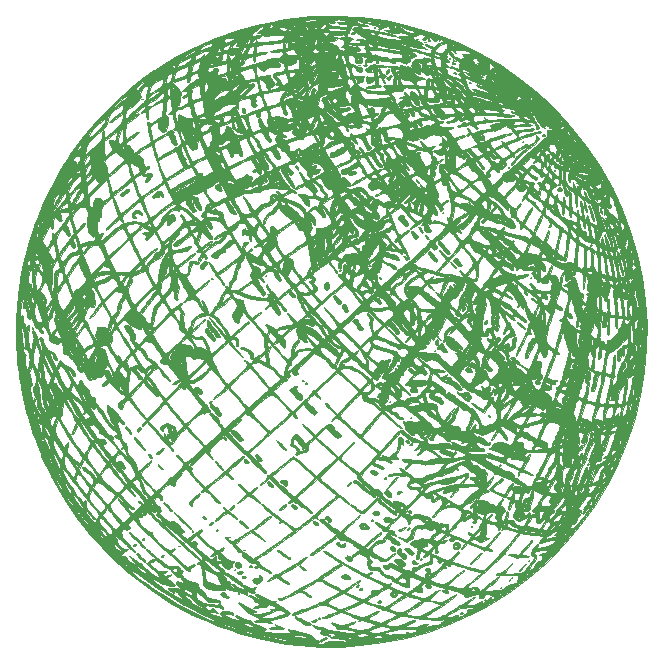
<source format=gbr>
%TF.GenerationSoftware,KiCad,Pcbnew,(5.1.9-0-10_14)*%
%TF.CreationDate,2021-06-30T23:08:07+02:00*%
%TF.ProjectId,generator,67656e65-7261-4746-9f72-2e6b69636164,rev?*%
%TF.SameCoordinates,Original*%
%TF.FileFunction,Legend,Bot*%
%TF.FilePolarity,Positive*%
%FSLAX46Y46*%
G04 Gerber Fmt 4.6, Leading zero omitted, Abs format (unit mm)*
G04 Created by KiCad (PCBNEW (5.1.9-0-10_14)) date 2021-06-30 23:08:07*
%MOMM*%
%LPD*%
G01*
G04 APERTURE LIST*
%ADD10C,0.010000*%
G04 APERTURE END LIST*
D10*
%TO.C,H105*%
G36*
X156336440Y-90496082D02*
G01*
X158408737Y-90770959D01*
X160467085Y-91209961D01*
X162504037Y-91813219D01*
X164512147Y-92580865D01*
X164906667Y-92752804D01*
X166600064Y-93590229D01*
X168266240Y-94579579D01*
X169880123Y-95703458D01*
X171416640Y-96944473D01*
X172782872Y-98217128D01*
X174214214Y-99764554D01*
X175503710Y-101397054D01*
X176650465Y-103105857D01*
X177653584Y-104882193D01*
X178512173Y-106717294D01*
X179225336Y-108602388D01*
X179792180Y-110528708D01*
X180211810Y-112487482D01*
X180483330Y-114469942D01*
X180605846Y-116467318D01*
X180578464Y-118470840D01*
X180400289Y-120471738D01*
X180070426Y-122461244D01*
X179587980Y-124430586D01*
X178952057Y-126370996D01*
X178161762Y-128273703D01*
X177216200Y-130129939D01*
X176208006Y-131789667D01*
X174979769Y-133505438D01*
X173624888Y-135113330D01*
X172151567Y-136606095D01*
X170568012Y-137976482D01*
X168882427Y-139217242D01*
X167103018Y-140321124D01*
X165734729Y-141043625D01*
X163907872Y-141865202D01*
X162078658Y-142534357D01*
X160221297Y-143057876D01*
X158309998Y-143442545D01*
X156318972Y-143695152D01*
X155381667Y-143768086D01*
X154827953Y-143802184D01*
X154387641Y-143824974D01*
X154014458Y-143836368D01*
X153662130Y-143836277D01*
X153284386Y-143824614D01*
X152834951Y-143801289D01*
X152267553Y-143766215D01*
X152201766Y-143762008D01*
X150093395Y-143543213D01*
X148022723Y-143161391D01*
X145997971Y-142620266D01*
X145450352Y-142426655D01*
X146479579Y-142426655D01*
X146487117Y-142476929D01*
X146491667Y-142481854D01*
X146625963Y-142563894D01*
X146842589Y-142646250D01*
X146872667Y-142655070D01*
X147120321Y-142721806D01*
X147246357Y-142741820D01*
X147291216Y-142717485D01*
X147295798Y-142681500D01*
X147481289Y-142681500D01*
X147511380Y-142743524D01*
X147517652Y-142750236D01*
X147652364Y-142817571D01*
X147927014Y-142899520D01*
X148313333Y-142991217D01*
X148783048Y-143087796D01*
X149307891Y-143184391D01*
X149859589Y-143276138D01*
X150409872Y-143358169D01*
X150930470Y-143425621D01*
X151393113Y-143473626D01*
X151769528Y-143497320D01*
X151868000Y-143498973D01*
X151989832Y-143490905D01*
X151945032Y-143466629D01*
X151735485Y-143426557D01*
X151363073Y-143371099D01*
X151148334Y-143341961D01*
X150680100Y-143274684D01*
X150140107Y-143188893D01*
X149565929Y-143091396D01*
X148995144Y-142988998D01*
X148465324Y-142888509D01*
X148418851Y-142879058D01*
X150535890Y-142879058D01*
X150643695Y-142920364D01*
X150889163Y-142965572D01*
X151205882Y-143004664D01*
X151515861Y-143037795D01*
X151757762Y-143064794D01*
X151884153Y-143080350D01*
X151889167Y-143081171D01*
X151951074Y-143029523D01*
X151952667Y-143011837D01*
X151874424Y-142939410D01*
X151665152Y-142879405D01*
X151363033Y-142837868D01*
X151006253Y-142820845D01*
X150774389Y-142825252D01*
X150576027Y-142845929D01*
X150535890Y-142879058D01*
X148418851Y-142879058D01*
X148014046Y-142796736D01*
X147678885Y-142720486D01*
X147592334Y-142697712D01*
X147481289Y-142681500D01*
X147295798Y-142681500D01*
X147296000Y-142679917D01*
X147223453Y-142610453D01*
X147063167Y-142554955D01*
X146800493Y-142493897D01*
X146618667Y-142448187D01*
X146479579Y-142426655D01*
X145450352Y-142426655D01*
X144027361Y-141923557D01*
X143632098Y-141747789D01*
X144322148Y-141747789D01*
X144350937Y-141784493D01*
X144437638Y-141824906D01*
X144641874Y-141907496D01*
X144922062Y-142016509D01*
X145236623Y-142136191D01*
X145543975Y-142250789D01*
X145802536Y-142344547D01*
X145970726Y-142401713D01*
X146004834Y-142411106D01*
X146025675Y-142351071D01*
X146026000Y-142337570D01*
X145951688Y-142274927D01*
X145756035Y-142182894D01*
X145479970Y-142080485D01*
X145454500Y-142072040D01*
X145130262Y-141959499D01*
X146054770Y-141959499D01*
X146068334Y-141992000D01*
X146180493Y-142073506D01*
X146205327Y-142076667D01*
X146251230Y-142024501D01*
X146237667Y-141992000D01*
X146125508Y-141910494D01*
X146100673Y-141907334D01*
X146054770Y-141959499D01*
X145130262Y-141959499D01*
X145127271Y-141958461D01*
X144831610Y-141845464D01*
X144642299Y-141762561D01*
X144464612Y-141697482D01*
X144362120Y-141694242D01*
X145327850Y-141694242D01*
X145438883Y-141765842D01*
X145475667Y-141783391D01*
X145689329Y-141869717D01*
X145809231Y-141897035D01*
X145813330Y-141865665D01*
X145701604Y-141789998D01*
X146237667Y-141789998D01*
X146491667Y-141901700D01*
X146785022Y-142016632D01*
X147045821Y-142095016D01*
X147251066Y-142135614D01*
X147377758Y-142137188D01*
X147402896Y-142098503D01*
X147303482Y-142018319D01*
X147147790Y-141936990D01*
X146847979Y-141820419D01*
X146581585Y-141760146D01*
X146470457Y-141758380D01*
X146237667Y-141789998D01*
X145701604Y-141789998D01*
X145687334Y-141780334D01*
X145488231Y-141691849D01*
X145348667Y-141663210D01*
X145327850Y-141694242D01*
X144362120Y-141694242D01*
X144343393Y-141693650D01*
X144322148Y-141747789D01*
X143632098Y-141747789D01*
X142119115Y-141074988D01*
X140281454Y-140078280D01*
X138522599Y-138937154D01*
X136850773Y-137655333D01*
X136552278Y-137386710D01*
X137017246Y-137386710D01*
X137036217Y-137518442D01*
X137087777Y-137556456D01*
X137211495Y-137636023D01*
X137407945Y-137794316D01*
X137573183Y-137941025D01*
X137826128Y-138150928D01*
X138195995Y-138426394D01*
X138653324Y-138747861D01*
X139168656Y-139095768D01*
X139712530Y-139450554D01*
X140255486Y-139792657D01*
X140768065Y-140102516D01*
X141199550Y-140348927D01*
X141525321Y-140521305D01*
X141920567Y-140720469D01*
X142356253Y-140932924D01*
X142803345Y-141145173D01*
X143232808Y-141343720D01*
X143615606Y-141515068D01*
X143922706Y-141645721D01*
X144125071Y-141722182D01*
X144184500Y-141736442D01*
X144247956Y-141676596D01*
X144248000Y-141674224D01*
X144175178Y-141617222D01*
X143976971Y-141509363D01*
X143683770Y-141366183D01*
X143331002Y-141205441D01*
X142409976Y-140764334D01*
X142893334Y-140764334D01*
X142935667Y-140806667D01*
X142978000Y-140764334D01*
X142935667Y-140722000D01*
X142893334Y-140764334D01*
X142409976Y-140764334D01*
X142343813Y-140732647D01*
X141289486Y-140161883D01*
X141021591Y-140002334D01*
X141538667Y-140002334D01*
X141581000Y-140044667D01*
X141623334Y-140002334D01*
X141581000Y-139960000D01*
X141538667Y-140002334D01*
X141021591Y-140002334D01*
X140213883Y-139521293D01*
X139162868Y-138839021D01*
X138182304Y-138143210D01*
X137575201Y-137673492D01*
X137303171Y-137464765D01*
X137132040Y-137362431D01*
X137040584Y-137355580D01*
X137017246Y-137386710D01*
X136552278Y-137386710D01*
X136143049Y-137018435D01*
X137433952Y-137018435D01*
X137460183Y-137084798D01*
X137607666Y-137225223D01*
X137644000Y-137256758D01*
X137910543Y-137462490D01*
X138137038Y-137592988D01*
X138289202Y-137629976D01*
X138319350Y-137616726D01*
X138284034Y-137546239D01*
X138150053Y-137405443D01*
X138023017Y-137291107D01*
X137798207Y-137125159D01*
X137597248Y-137020597D01*
X137517000Y-137002123D01*
X137433952Y-137018435D01*
X136143049Y-137018435D01*
X135974795Y-136867020D01*
X136326317Y-136867020D01*
X136386128Y-136921287D01*
X136553712Y-136991704D01*
X136626372Y-136938184D01*
X136628000Y-136916997D01*
X136561307Y-136798838D01*
X136420793Y-136768890D01*
X136364961Y-136790587D01*
X136326317Y-136867020D01*
X135974795Y-136867020D01*
X135695489Y-136615667D01*
X136204667Y-136615667D01*
X136247000Y-136658000D01*
X136289334Y-136615667D01*
X136247000Y-136573334D01*
X136204667Y-136615667D01*
X135695489Y-136615667D01*
X135274198Y-136236538D01*
X135017128Y-135982872D01*
X134232569Y-135134643D01*
X135109546Y-135134643D01*
X135130571Y-135178488D01*
X135177867Y-135239834D01*
X135301447Y-135371463D01*
X135356610Y-135370891D01*
X135358000Y-135356034D01*
X135300141Y-135285359D01*
X135209834Y-135207867D01*
X135109546Y-135134643D01*
X134232569Y-135134643D01*
X134198000Y-135097268D01*
X135384067Y-135097268D01*
X135470991Y-135264722D01*
X135619091Y-135437649D01*
X135830794Y-135625176D01*
X136002256Y-135720909D01*
X136104184Y-135711891D01*
X136120000Y-135659183D01*
X136064031Y-135566990D01*
X135920131Y-135401974D01*
X135791072Y-135270510D01*
X135561776Y-135082992D01*
X135420218Y-135030968D01*
X135384067Y-135097268D01*
X134198000Y-135097268D01*
X133586401Y-134436036D01*
X132297392Y-132803966D01*
X131150998Y-131095459D01*
X130148119Y-129319314D01*
X129794794Y-128564075D01*
X130046369Y-128564075D01*
X130068404Y-128650759D01*
X130160832Y-128856579D01*
X130309197Y-129154129D01*
X130499041Y-129516004D01*
X130715908Y-129914799D01*
X130945340Y-130323109D01*
X131172879Y-130713528D01*
X131234338Y-130816000D01*
X131631845Y-131442227D01*
X132026985Y-131990347D01*
X132477829Y-132540432D01*
X132521667Y-132591097D01*
X132921216Y-133056268D01*
X133241883Y-133440179D01*
X133472262Y-133728870D01*
X133600946Y-133908381D01*
X133608928Y-133921775D01*
X133691724Y-134005342D01*
X133726722Y-133999501D01*
X133702689Y-133919490D01*
X134003880Y-133919490D01*
X134054518Y-134024009D01*
X134181894Y-134195044D01*
X134350536Y-134393085D01*
X134524972Y-134578625D01*
X134669728Y-134712157D01*
X134749333Y-134754173D01*
X134751770Y-134752453D01*
X134742809Y-134670771D01*
X134709445Y-134642563D01*
X134606356Y-134548189D01*
X134439955Y-134367714D01*
X134309730Y-134215823D01*
X134145788Y-134030085D01*
X134034819Y-133925585D01*
X134003880Y-133919490D01*
X133702689Y-133919490D01*
X133701618Y-133915926D01*
X133589542Y-133745368D01*
X133443794Y-133560208D01*
X133214035Y-133281711D01*
X132986412Y-132998598D01*
X132877622Y-132859558D01*
X132859104Y-132835979D01*
X133115429Y-132835979D01*
X133121055Y-132848000D01*
X133207685Y-132981046D01*
X133352265Y-133174371D01*
X133519493Y-133384267D01*
X133674071Y-133567024D01*
X133780697Y-133678935D01*
X133804845Y-133694667D01*
X133797814Y-133634320D01*
X133753373Y-133546500D01*
X133723920Y-133504595D01*
X134058484Y-133504595D01*
X134085309Y-133600496D01*
X134197845Y-133777659D01*
X134364882Y-133998583D01*
X134555210Y-134225772D01*
X134737619Y-134421725D01*
X134880897Y-134548946D01*
X134949156Y-134574712D01*
X134959262Y-134530456D01*
X135552009Y-134530456D01*
X135642699Y-134590918D01*
X135746227Y-134701383D01*
X135742944Y-134784193D01*
X135774193Y-134934202D01*
X135920480Y-135150242D01*
X136005734Y-135246173D01*
X136212073Y-135442045D01*
X136368756Y-135524016D01*
X136520600Y-135517647D01*
X136672278Y-135506140D01*
X136702381Y-135559673D01*
X136627977Y-135646067D01*
X136466133Y-135733141D01*
X136393431Y-135757410D01*
X136160426Y-135872225D01*
X136071615Y-136028104D01*
X136138521Y-136201407D01*
X136163798Y-136228532D01*
X136259761Y-136314041D01*
X136262183Y-136268686D01*
X136238737Y-136203651D01*
X136214203Y-136095093D01*
X136292372Y-136108391D01*
X136339995Y-136133201D01*
X136493780Y-136245507D01*
X136697780Y-136429000D01*
X136792776Y-136524051D01*
X137009054Y-136718699D01*
X137183177Y-136819875D01*
X137287582Y-136814931D01*
X137305334Y-136759276D01*
X137249361Y-136665262D01*
X137107037Y-136502803D01*
X137010269Y-136405229D01*
X136818619Y-136204249D01*
X136753030Y-136102880D01*
X136802077Y-136101878D01*
X136954340Y-136201999D01*
X137186576Y-136393567D01*
X137420852Y-136578583D01*
X137627191Y-136705152D01*
X137740587Y-136742667D01*
X137871209Y-136798138D01*
X137898000Y-136867698D01*
X137961469Y-136979785D01*
X138127285Y-137150034D01*
X138342500Y-137328194D01*
X138638604Y-137556507D01*
X138935060Y-137792733D01*
X139104500Y-137932650D01*
X139284678Y-138069752D01*
X139399726Y-138127426D01*
X139422000Y-138114209D01*
X139355647Y-138006200D01*
X139316167Y-137983835D01*
X139255258Y-137928177D01*
X139320418Y-137863322D01*
X139339909Y-137793346D01*
X139255454Y-137667508D01*
X139054083Y-137470011D01*
X138854751Y-137296065D01*
X138595986Y-137071940D01*
X138391955Y-136887601D01*
X138273436Y-136771200D01*
X138256268Y-136748660D01*
X138304663Y-136670266D01*
X138455218Y-136565810D01*
X138650276Y-136464520D01*
X138832178Y-136395627D01*
X138943266Y-136388358D01*
X138951521Y-136396213D01*
X138942798Y-136499455D01*
X138776636Y-136594452D01*
X138605701Y-136647787D01*
X138501517Y-136683139D01*
X138478568Y-136732509D01*
X138552009Y-136822993D01*
X138736993Y-136981686D01*
X138839009Y-137064961D01*
X139086476Y-137257889D01*
X139262530Y-137359832D01*
X139422763Y-137391802D01*
X139622768Y-137374810D01*
X139648675Y-137370991D01*
X139901451Y-137354099D01*
X140002994Y-137392452D01*
X139947447Y-137472737D01*
X139739500Y-137577457D01*
X139567455Y-137654195D01*
X139538759Y-137703812D01*
X139633667Y-137753051D01*
X139836549Y-137777999D01*
X140056441Y-137746366D01*
X140253074Y-137691654D01*
X140335587Y-137683154D01*
X140353331Y-137722908D01*
X140353334Y-137758667D01*
X140282645Y-137828139D01*
X140188997Y-137843334D01*
X140018657Y-137875467D01*
X140004534Y-137971187D01*
X140146321Y-138129469D01*
X140313683Y-138259502D01*
X140522578Y-138420772D01*
X140659976Y-138548420D01*
X140692000Y-138598408D01*
X140620234Y-138646599D01*
X140444700Y-138655039D01*
X140225042Y-138628359D01*
X140020907Y-138571191D01*
X139957997Y-138541414D01*
X139797085Y-138485211D01*
X139744506Y-138526816D01*
X139668511Y-138527695D01*
X139500719Y-138440219D01*
X139311906Y-138308734D01*
X139073201Y-138147637D01*
X138869665Y-138047035D01*
X138768936Y-138028187D01*
X138745059Y-138083123D01*
X138870976Y-138210807D01*
X139102484Y-138381463D01*
X139350181Y-138570607D01*
X139536363Y-138747348D01*
X139618185Y-138868203D01*
X139727878Y-139001975D01*
X139831359Y-139028667D01*
X140032749Y-139086580D01*
X140129572Y-139155667D01*
X140251776Y-139258444D01*
X140303461Y-139282667D01*
X140393212Y-139323819D01*
X140587538Y-139432596D01*
X140847357Y-139586973D01*
X140894124Y-139615493D01*
X141165461Y-139776883D01*
X141316541Y-139851436D01*
X141368119Y-139846069D01*
X141340951Y-139767696D01*
X141338798Y-139763660D01*
X141219996Y-139593347D01*
X141121362Y-139481123D01*
X141555779Y-139481123D01*
X141560832Y-139557834D01*
X141653400Y-139733711D01*
X141792667Y-139795374D01*
X141943449Y-139863799D01*
X141983646Y-139942102D01*
X142040313Y-140033585D01*
X142208449Y-140170444D01*
X142406980Y-140296434D01*
X142710689Y-140456181D01*
X142925053Y-140539425D01*
X143031773Y-140541061D01*
X143019961Y-140467398D01*
X142911746Y-140369259D01*
X142739798Y-140263360D01*
X142558244Y-140143521D01*
X142312875Y-139950202D01*
X142090846Y-139755963D01*
X141827770Y-139521906D01*
X141663420Y-139402761D01*
X141579015Y-139391506D01*
X141555779Y-139481123D01*
X141121362Y-139481123D01*
X141043004Y-139391969D01*
X140850821Y-139202503D01*
X140690195Y-139071000D01*
X141115334Y-139071000D01*
X141157667Y-139113334D01*
X141200000Y-139071000D01*
X141157667Y-139028667D01*
X141115334Y-139071000D01*
X140690195Y-139071000D01*
X140686442Y-139067928D01*
X140603478Y-139028667D01*
X140564836Y-139091942D01*
X140582046Y-139169556D01*
X140596095Y-139265380D01*
X140515888Y-139241344D01*
X140339098Y-139119876D01*
X140182311Y-138982206D01*
X140158382Y-138951532D01*
X141382014Y-138951532D01*
X141472195Y-139077772D01*
X141686834Y-139271616D01*
X141939546Y-139452875D01*
X142120937Y-139531692D01*
X142210252Y-139500415D01*
X142216000Y-139466759D01*
X142149607Y-139344424D01*
X142073268Y-139271420D01*
X142448468Y-139271420D01*
X142454753Y-139453896D01*
X142463446Y-139515500D01*
X142527222Y-139744194D01*
X142653768Y-139868300D01*
X142775543Y-139917667D01*
X142966434Y-140000455D01*
X143069292Y-140084113D01*
X143070591Y-140087000D01*
X143168741Y-140135312D01*
X143367510Y-140147057D01*
X143417826Y-140143677D01*
X143668772Y-140148178D01*
X143867527Y-140196265D01*
X143883492Y-140204603D01*
X144107445Y-140290034D01*
X144272457Y-140235343D01*
X144321565Y-140185043D01*
X144379824Y-140066664D01*
X144302691Y-140004442D01*
X144079931Y-139994788D01*
X143840554Y-140016359D01*
X143553292Y-140037433D01*
X143428865Y-140014042D01*
X143428775Y-139984095D01*
X143389980Y-139902253D01*
X143251702Y-139757004D01*
X143053712Y-139581295D01*
X142835778Y-139408067D01*
X142716356Y-139325000D01*
X142978000Y-139325000D01*
X143020334Y-139367334D01*
X143062667Y-139325000D01*
X143020334Y-139282667D01*
X142978000Y-139325000D01*
X142716356Y-139325000D01*
X142637667Y-139270266D01*
X142499148Y-139200834D01*
X142479839Y-139198000D01*
X142448468Y-139271420D01*
X142073268Y-139271420D01*
X141984874Y-139186888D01*
X141773470Y-139037503D01*
X141602167Y-138951736D01*
X141424558Y-138906573D01*
X141382014Y-138951532D01*
X140158382Y-138951532D01*
X140105390Y-138883603D01*
X142398981Y-138883603D01*
X142419582Y-138930918D01*
X142504832Y-139021812D01*
X142553843Y-139003166D01*
X142554667Y-138991330D01*
X142494530Y-138919718D01*
X142456918Y-138893582D01*
X142398981Y-138883603D01*
X140105390Y-138883603D01*
X140101363Y-138878441D01*
X140099156Y-138867378D01*
X140176198Y-138845919D01*
X140378270Y-138838211D01*
X140659402Y-138845830D01*
X141219825Y-138874660D01*
X140934804Y-138619994D01*
X140874121Y-138555161D01*
X142020265Y-138555161D01*
X142036671Y-138599958D01*
X142054855Y-138612186D01*
X142220891Y-138679443D01*
X142351289Y-138674919D01*
X142385274Y-138626500D01*
X142312159Y-138575496D01*
X142160628Y-138549982D01*
X142020265Y-138555161D01*
X140874121Y-138555161D01*
X140755084Y-138427984D01*
X140726270Y-138311754D01*
X140846061Y-138274958D01*
X141112160Y-138321250D01*
X141121268Y-138323663D01*
X141328268Y-138374070D01*
X141400938Y-138370054D01*
X141367169Y-138305740D01*
X141343135Y-138276942D01*
X141218880Y-138090992D01*
X141173741Y-137992928D01*
X141074330Y-137889624D01*
X140997629Y-137893815D01*
X140862673Y-137867024D01*
X140660887Y-137736145D01*
X140588654Y-137674000D01*
X140861334Y-137674000D01*
X140892312Y-137743690D01*
X140917778Y-137730445D01*
X140927911Y-137629965D01*
X140917778Y-137617556D01*
X140867444Y-137629178D01*
X140861334Y-137674000D01*
X140588654Y-137674000D01*
X140549924Y-137640679D01*
X140388247Y-137474364D01*
X140314117Y-137364144D01*
X140327170Y-137337624D01*
X140462086Y-137396851D01*
X140480334Y-137420000D01*
X140609714Y-137508001D01*
X140760643Y-137484988D01*
X140855432Y-137370471D01*
X140861334Y-137324322D01*
X140845377Y-137216932D01*
X140768467Y-137172408D01*
X140587043Y-137175933D01*
X140463095Y-137188865D01*
X140220211Y-137204070D01*
X140038135Y-137167303D01*
X139847256Y-137055250D01*
X139679928Y-136926565D01*
X139402236Y-136694734D01*
X139085560Y-136415607D01*
X138871667Y-136218338D01*
X138629404Y-135994184D01*
X138413109Y-135803247D01*
X138279133Y-135694239D01*
X138173842Y-135580118D01*
X138173634Y-135507478D01*
X138273220Y-135512216D01*
X138424620Y-135612290D01*
X138427501Y-135614868D01*
X138569653Y-135739866D01*
X138804728Y-135943536D01*
X139096720Y-136194774D01*
X139331195Y-136395528D01*
X140044723Y-137005096D01*
X140487676Y-136949753D01*
X140754821Y-136925103D01*
X140906346Y-136943635D01*
X140992800Y-137015949D01*
X141020002Y-137061406D01*
X141069817Y-137214010D01*
X141055910Y-137281868D01*
X141083515Y-137322515D01*
X141196256Y-137335334D01*
X141327802Y-137352399D01*
X141314111Y-137424695D01*
X141285562Y-137461255D01*
X141218639Y-137622870D01*
X141226767Y-137706298D01*
X141360624Y-137883742D01*
X141601398Y-138071180D01*
X141892857Y-138233267D01*
X142178767Y-138334657D01*
X142245781Y-138346786D01*
X142473460Y-138391894D01*
X142582416Y-138471039D01*
X142623223Y-138621645D01*
X142623791Y-138626500D01*
X142661459Y-138796073D01*
X142708457Y-138860686D01*
X142814982Y-138913455D01*
X142970872Y-139039584D01*
X143131544Y-139195496D01*
X143252415Y-139337618D01*
X143288902Y-139422374D01*
X143286533Y-139425690D01*
X143292335Y-139509848D01*
X143419573Y-139609205D01*
X143624249Y-139702828D01*
X143862366Y-139769784D01*
X144052503Y-139790109D01*
X144345186Y-139827315D01*
X144495679Y-139943974D01*
X144515910Y-140149383D01*
X144515634Y-140151078D01*
X144557911Y-140301884D01*
X144623580Y-140350636D01*
X144739481Y-140457726D01*
X144756000Y-140522371D01*
X144730970Y-140597989D01*
X144626864Y-140570068D01*
X144565500Y-140537479D01*
X144326471Y-140445945D01*
X144163334Y-140415593D01*
X143942526Y-140390758D01*
X143660273Y-140349324D01*
X143591834Y-140337944D01*
X143366660Y-140307701D01*
X143261851Y-140328761D01*
X143232704Y-140414670D01*
X143232000Y-140446982D01*
X143298534Y-140575314D01*
X143449675Y-140662662D01*
X143612734Y-140681501D01*
X143704684Y-140625979D01*
X143795022Y-140558471D01*
X143933164Y-140610464D01*
X144086879Y-140733099D01*
X144290334Y-140913531D01*
X143880804Y-140869669D01*
X143635049Y-140854054D01*
X143543405Y-140878161D01*
X143560584Y-140915117D01*
X143719449Y-141015439D01*
X143981174Y-141127469D01*
X144283050Y-141227405D01*
X144544334Y-141288539D01*
X144714951Y-141313091D01*
X144733119Y-141288753D01*
X144613330Y-141194993D01*
X144611380Y-141193558D01*
X144475966Y-141040542D01*
X144502733Y-140910861D01*
X144684958Y-140815832D01*
X144856290Y-140781443D01*
X145160705Y-140776755D01*
X145414101Y-140837178D01*
X145572092Y-140947639D01*
X145602667Y-141034903D01*
X145570529Y-141107398D01*
X145448385Y-141068545D01*
X145429749Y-141058748D01*
X145228943Y-141002907D01*
X144970487Y-140990455D01*
X144944503Y-140992270D01*
X144632174Y-141018334D01*
X145150439Y-141293500D01*
X145600244Y-141490854D01*
X145965444Y-141563127D01*
X145995518Y-141563252D01*
X146322334Y-141557837D01*
X146047167Y-141420891D01*
X145854084Y-141301750D01*
X145771722Y-141202702D01*
X145817210Y-141148895D01*
X145859481Y-141145334D01*
X145978903Y-141181227D01*
X146192840Y-141273541D01*
X146364667Y-141357000D01*
X146626290Y-141476033D01*
X146846357Y-141552815D01*
X146935702Y-141568667D01*
X147107984Y-141629274D01*
X147224710Y-141727125D01*
X147393837Y-141852258D01*
X147684049Y-141994999D01*
X148051319Y-142135394D01*
X148290834Y-142210341D01*
X148389355Y-142286200D01*
X148396667Y-142315581D01*
X148320592Y-142352725D01*
X148125112Y-142368016D01*
X147952167Y-142363426D01*
X147507667Y-142336375D01*
X147868801Y-142413995D01*
X148107899Y-142471882D01*
X148275295Y-142524155D01*
X148304978Y-142537994D01*
X148412534Y-142557417D01*
X148656941Y-142579183D01*
X149005776Y-142601052D01*
X149426619Y-142620783D01*
X149594844Y-142627120D01*
X150063341Y-142642196D01*
X150380588Y-142647820D01*
X150564473Y-142642652D01*
X150632887Y-142625351D01*
X150603718Y-142594578D01*
X150518445Y-142557933D01*
X150318609Y-142460794D01*
X150202997Y-142366331D01*
X150196115Y-142352679D01*
X150256229Y-142329439D01*
X150453270Y-142355217D01*
X150763275Y-142426223D01*
X150910671Y-142465647D01*
X151286296Y-142569434D01*
X151637951Y-142666373D01*
X151906267Y-142740106D01*
X151968727Y-142757190D01*
X152184148Y-142849133D01*
X152317358Y-142967326D01*
X152328350Y-142991247D01*
X152434849Y-143121423D01*
X152630688Y-143238442D01*
X152650956Y-143246635D01*
X152828955Y-143322696D01*
X152866665Y-143381988D01*
X152782617Y-143466481D01*
X152757000Y-143486806D01*
X152665865Y-143567080D01*
X152683249Y-143597902D01*
X152832967Y-143589587D01*
X152959702Y-143574616D01*
X153198652Y-143527624D01*
X153359891Y-143463542D01*
X153387909Y-143437953D01*
X153496055Y-143387661D01*
X153722190Y-143347556D01*
X154020450Y-143319425D01*
X154344972Y-143305053D01*
X154649890Y-143306224D01*
X154889343Y-143324726D01*
X155017464Y-143362342D01*
X155026463Y-143374163D01*
X155089283Y-143438427D01*
X155111472Y-143428882D01*
X155113088Y-143399611D01*
X155412251Y-143399611D01*
X155524708Y-143414269D01*
X155551000Y-143414828D01*
X155695596Y-143405676D01*
X155703606Y-143389000D01*
X155932000Y-143389000D01*
X155974334Y-143431334D01*
X155999098Y-143406569D01*
X156471554Y-143406569D01*
X156543895Y-143366134D01*
X156703091Y-143289344D01*
X156905667Y-143239844D01*
X157056568Y-143215172D01*
X157055927Y-143201671D01*
X156895589Y-143191878D01*
X156851225Y-143190019D01*
X156606824Y-143212114D01*
X156491755Y-143310599D01*
X156489454Y-143316309D01*
X156471554Y-143406569D01*
X155999098Y-143406569D01*
X156016667Y-143389000D01*
X155974334Y-143346667D01*
X155932000Y-143389000D01*
X155703606Y-143389000D01*
X155708327Y-143379172D01*
X155700778Y-143375798D01*
X155532699Y-143359049D01*
X155446778Y-143372660D01*
X155412251Y-143399611D01*
X155113088Y-143399611D01*
X155116945Y-143329752D01*
X155086656Y-143264140D01*
X154948092Y-143184731D01*
X154644937Y-143125190D01*
X154350426Y-143096746D01*
X154026286Y-143070297D01*
X153848518Y-143044112D01*
X153794330Y-143010892D01*
X153839169Y-142965139D01*
X155035849Y-142965139D01*
X155043000Y-142992771D01*
X155184448Y-143067343D01*
X155459560Y-143127209D01*
X155758434Y-143164648D01*
X155828987Y-143142944D01*
X155800767Y-143101381D01*
X155685544Y-143043265D01*
X155500417Y-142993270D01*
X155296409Y-142958708D01*
X155124546Y-142946894D01*
X155035849Y-142965139D01*
X153839169Y-142965139D01*
X153840931Y-142963342D01*
X153873267Y-142943987D01*
X154101643Y-142858295D01*
X154254267Y-142836092D01*
X154382706Y-142819095D01*
X154376494Y-142796505D01*
X155999251Y-142796505D01*
X156123002Y-142886308D01*
X156276164Y-142964266D01*
X156403911Y-142992806D01*
X156569555Y-142974175D01*
X156783497Y-142923262D01*
X157458401Y-142923262D01*
X157508026Y-143031741D01*
X157512445Y-143036222D01*
X157649596Y-143083670D01*
X157865717Y-143086583D01*
X158076205Y-143044215D01*
X158084075Y-143041275D01*
X158211401Y-142962000D01*
X158185275Y-142893512D01*
X158021568Y-142848823D01*
X157837000Y-142838667D01*
X157567061Y-142859512D01*
X157458401Y-142923262D01*
X156783497Y-142923262D01*
X156832876Y-142911511D01*
X157057157Y-142835955D01*
X157119914Y-142768189D01*
X157028944Y-142714173D01*
X156875426Y-142691939D01*
X158349968Y-142691939D01*
X158442972Y-142729160D01*
X158627393Y-142755378D01*
X158864283Y-142766193D01*
X159114690Y-142757207D01*
X159234000Y-142743736D01*
X159477680Y-142718456D01*
X159648494Y-142719688D01*
X159683420Y-142729011D01*
X159811729Y-142742379D01*
X160055096Y-142722957D01*
X160364400Y-142679410D01*
X160690519Y-142620404D01*
X160984333Y-142554606D01*
X161196720Y-142490683D01*
X161273652Y-142448447D01*
X161289615Y-142389768D01*
X161200569Y-142354881D01*
X160981660Y-142337962D01*
X160785738Y-142334090D01*
X160437349Y-142325877D01*
X160112133Y-142310268D01*
X159911334Y-142293739D01*
X159672309Y-142303736D01*
X159327788Y-142365269D01*
X158929252Y-142466369D01*
X158528177Y-142595064D01*
X158387334Y-142648112D01*
X158349968Y-142691939D01*
X156875426Y-142691939D01*
X156792044Y-142679863D01*
X156517611Y-142670630D01*
X156181290Y-142683359D01*
X156009400Y-142724827D01*
X155999251Y-142796505D01*
X154376494Y-142796505D01*
X154372090Y-142780492D01*
X154249641Y-142730712D01*
X154042581Y-142680184D01*
X153778131Y-142639337D01*
X153726183Y-142633782D01*
X153475780Y-142611110D01*
X153378675Y-142611699D01*
X153419936Y-142639521D01*
X153540167Y-142683234D01*
X153724702Y-142765935D01*
X153813838Y-142842848D01*
X153815334Y-142850915D01*
X153812585Y-142898264D01*
X153779436Y-142914907D01*
X153678537Y-142896214D01*
X153472534Y-142837555D01*
X153304200Y-142787559D01*
X153051664Y-142706402D01*
X152939076Y-142646642D01*
X152941943Y-142589254D01*
X152992499Y-142545392D01*
X153121590Y-142421906D01*
X153091254Y-142351674D01*
X152905167Y-142328784D01*
X152669607Y-142273936D01*
X152460667Y-142156670D01*
X152249000Y-141986438D01*
X152587667Y-142037957D01*
X152866187Y-142090862D01*
X153109325Y-142153721D01*
X153138000Y-142163202D01*
X153728195Y-142347268D01*
X154316301Y-142491810D01*
X154870175Y-142591956D01*
X155357674Y-142642832D01*
X155746655Y-142639563D01*
X155970505Y-142592693D01*
X155989355Y-142545255D01*
X155877134Y-142484155D01*
X155808380Y-142462055D01*
X157043879Y-142462055D01*
X157059875Y-142535569D01*
X157232378Y-142588434D01*
X157371334Y-142608878D01*
X157618606Y-142625952D01*
X157867007Y-142607224D01*
X158171103Y-142545072D01*
X158535500Y-142446286D01*
X158780552Y-142365715D01*
X158941993Y-142293068D01*
X158980000Y-142257471D01*
X158904499Y-142208537D01*
X158709243Y-142145365D01*
X158508238Y-142097337D01*
X158242262Y-142049584D01*
X158037121Y-142045935D01*
X157823962Y-142094859D01*
X157533931Y-142204821D01*
X157490887Y-142222440D01*
X157186760Y-142360232D01*
X157043879Y-142462055D01*
X155808380Y-142462055D01*
X155670664Y-142417789D01*
X155406766Y-142354551D01*
X155122259Y-142302837D01*
X154853966Y-142271041D01*
X154638706Y-142267559D01*
X154578690Y-142275362D01*
X154398131Y-142296036D01*
X154337860Y-142246579D01*
X154341119Y-142186686D01*
X154289408Y-142054089D01*
X154160277Y-141995291D01*
X153987714Y-141913835D01*
X153915891Y-141828007D01*
X153930273Y-141748045D01*
X154006635Y-141760803D01*
X154385316Y-141894463D01*
X154671260Y-141956351D01*
X154923498Y-141949798D01*
X155201058Y-141878136D01*
X155323763Y-141835141D01*
X155631573Y-141725374D01*
X155813694Y-141670319D01*
X155902549Y-141664074D01*
X155930563Y-141700737D01*
X155932000Y-141724448D01*
X155859410Y-141792033D01*
X155677069Y-141877311D01*
X155589089Y-141908734D01*
X155368690Y-141992003D01*
X155227808Y-142064891D01*
X155208314Y-142083170D01*
X155265994Y-142128679D01*
X155452862Y-142194717D01*
X155732017Y-142268820D01*
X155812450Y-142287267D01*
X156148995Y-142357606D01*
X156382228Y-142386846D01*
X156573104Y-142374982D01*
X156782583Y-142322010D01*
X156891725Y-142287192D01*
X157181726Y-142185114D01*
X157434386Y-142083928D01*
X157529550Y-142039345D01*
X157620181Y-141983293D01*
X157629528Y-141933365D01*
X157592383Y-141909087D01*
X158524706Y-141909087D01*
X158526197Y-141910731D01*
X158646768Y-141961543D01*
X158877532Y-142012727D01*
X159071932Y-142041129D01*
X159318380Y-142061038D01*
X159529081Y-142046646D01*
X159757890Y-141986304D01*
X160058664Y-141868362D01*
X160246013Y-141787166D01*
X160560219Y-141655726D01*
X160812788Y-141562652D01*
X160966687Y-141520992D01*
X160994832Y-141523276D01*
X161018981Y-141559154D01*
X160994240Y-141600633D01*
X160893123Y-141666781D01*
X160688144Y-141776664D01*
X160461667Y-141893131D01*
X159953667Y-142153189D01*
X160522032Y-142157261D01*
X161168014Y-142096444D01*
X161528262Y-141988743D01*
X161803272Y-141893986D01*
X161994541Y-141853097D01*
X162081580Y-141864524D01*
X162043897Y-141926716D01*
X161901000Y-142016980D01*
X161762561Y-142109858D01*
X161775085Y-142151622D01*
X161927559Y-142140528D01*
X162208971Y-142074835D01*
X162229979Y-142069046D01*
X162538933Y-142000680D01*
X162847855Y-141957290D01*
X162870437Y-141955516D01*
X163126866Y-141912335D01*
X163332886Y-141836992D01*
X163345791Y-141829272D01*
X163445422Y-141758975D01*
X163400702Y-141759632D01*
X163361500Y-141771283D01*
X163238323Y-141786612D01*
X163213334Y-141765843D01*
X163227055Y-141745064D01*
X163509667Y-141745064D01*
X163721334Y-141688957D01*
X163936343Y-141617327D01*
X164060000Y-141561000D01*
X164144425Y-141502854D01*
X164077119Y-141489593D01*
X164060000Y-141489575D01*
X163897064Y-141531589D01*
X163721334Y-141617532D01*
X163509667Y-141745064D01*
X163227055Y-141745064D01*
X163271272Y-141678104D01*
X163361500Y-141594260D01*
X163441449Y-141517593D01*
X163400291Y-141494704D01*
X163215230Y-141513153D01*
X163213334Y-141513403D01*
X162943809Y-141525465D01*
X162552968Y-141513185D01*
X162086402Y-141480760D01*
X161685029Y-141441667D01*
X164229334Y-141441667D01*
X164271667Y-141484000D01*
X164314000Y-141441667D01*
X164271667Y-141399334D01*
X164229334Y-141441667D01*
X161685029Y-141441667D01*
X161589708Y-141432383D01*
X161108478Y-141372250D01*
X160688308Y-141304556D01*
X160486403Y-141262509D01*
X160200328Y-141200168D01*
X159978903Y-141176283D01*
X159775937Y-141199873D01*
X159545241Y-141279960D01*
X159240622Y-141425563D01*
X158990724Y-141554599D01*
X158723813Y-141708116D01*
X158560007Y-141832770D01*
X158524706Y-141909087D01*
X157592383Y-141909087D01*
X157535909Y-141872176D01*
X157317641Y-141782340D01*
X157113720Y-141705932D01*
X156745762Y-141583124D01*
X156513449Y-141539217D01*
X156409403Y-141565397D01*
X156282245Y-141646440D01*
X156204166Y-141624911D01*
X156209256Y-141545519D01*
X156153072Y-141458603D01*
X155931912Y-141335988D01*
X155546268Y-141177941D01*
X155488667Y-141156499D01*
X154726706Y-140875292D01*
X154063637Y-141137313D01*
X153708422Y-141266751D01*
X153408445Y-141355873D01*
X153188973Y-141399756D01*
X153075274Y-141393474D01*
X153092616Y-141332103D01*
X153099900Y-141325145D01*
X153216975Y-141262446D01*
X153445825Y-141169967D01*
X153730667Y-141069847D01*
X154101236Y-140943915D01*
X154315352Y-140849439D01*
X154366189Y-140782257D01*
X154967943Y-140782257D01*
X155428805Y-140954364D01*
X155861050Y-141113811D01*
X156175857Y-141216219D01*
X156414642Y-141263198D01*
X156618818Y-141256359D01*
X156829800Y-141197312D01*
X157089003Y-141087670D01*
X157227857Y-141024335D01*
X157568052Y-140869455D01*
X157782979Y-140776660D01*
X157901402Y-140737695D01*
X157952084Y-140744300D01*
X157963789Y-140788220D01*
X157964000Y-140813005D01*
X157892094Y-140890561D01*
X157704096Y-141004484D01*
X157456000Y-141123200D01*
X157196740Y-141243936D01*
X157013686Y-141346121D01*
X156948000Y-141405315D01*
X157023867Y-141458624D01*
X157226887Y-141541021D01*
X157520192Y-141639516D01*
X157866915Y-141741120D01*
X158006334Y-141778186D01*
X158092968Y-141776127D01*
X158239267Y-141729000D01*
X158471017Y-141625980D01*
X158814003Y-141456242D01*
X159001167Y-141360529D01*
X159250625Y-141225661D01*
X159426198Y-141118279D01*
X159488000Y-141064179D01*
X159414088Y-141013713D01*
X159401690Y-141008779D01*
X160128922Y-141008779D01*
X160549294Y-141117756D01*
X160847513Y-141182998D01*
X161118943Y-141222819D01*
X161210957Y-141228367D01*
X161364213Y-141191986D01*
X161608324Y-141093707D01*
X161909492Y-140951790D01*
X162233921Y-140784493D01*
X162547816Y-140610074D01*
X162817380Y-140446792D01*
X163008818Y-140312906D01*
X163088334Y-140226673D01*
X163086881Y-140214886D01*
X162983491Y-140156405D01*
X162783512Y-140099710D01*
X162748602Y-140092762D01*
X162552796Y-140034468D01*
X162454156Y-139962890D01*
X162451334Y-139950458D01*
X162516677Y-139898000D01*
X162599500Y-139907447D01*
X162964508Y-139999773D01*
X163238798Y-140016303D01*
X163487621Y-139947174D01*
X163776229Y-139782521D01*
X163878789Y-139714066D01*
X164170828Y-139519119D01*
X164351063Y-139410816D01*
X164445524Y-139377439D01*
X164480243Y-139407269D01*
X164483334Y-139441921D01*
X164416751Y-139506913D01*
X164234961Y-139645655D01*
X163964898Y-139839867D01*
X163633497Y-140071270D01*
X163267694Y-140321587D01*
X162894423Y-140572538D01*
X162540620Y-140805844D01*
X162233220Y-141003227D01*
X161999158Y-141146408D01*
X161870403Y-141215110D01*
X161845062Y-141250601D01*
X161950002Y-141287380D01*
X162197270Y-141327901D01*
X162598911Y-141374616D01*
X162709812Y-141386032D01*
X162841923Y-141356782D01*
X162968893Y-141309382D01*
X163425000Y-141309382D01*
X163721334Y-141311503D01*
X164005753Y-141274943D01*
X164260178Y-141187145D01*
X164493322Y-141081914D01*
X164603371Y-141078068D01*
X164602944Y-141175720D01*
X164597649Y-141190191D01*
X164591584Y-141256905D01*
X164668481Y-141260076D01*
X164858624Y-141197032D01*
X164958852Y-141158310D01*
X165247286Y-141015446D01*
X165393245Y-140862456D01*
X165416626Y-140798369D01*
X165499494Y-140647012D01*
X165683431Y-140589519D01*
X165724222Y-140586720D01*
X165956247Y-140553617D01*
X166117817Y-140499251D01*
X166111361Y-140465554D01*
X165951582Y-140449495D01*
X165653691Y-140452246D01*
X165557509Y-140456096D01*
X165169550Y-140486633D01*
X164841463Y-140550940D01*
X164523611Y-140666724D01*
X164166356Y-140851692D01*
X163763667Y-141096009D01*
X163425000Y-141309382D01*
X162968893Y-141309382D01*
X163081659Y-141267285D01*
X163385841Y-141134315D01*
X163514145Y-141073555D01*
X163858426Y-140895780D01*
X164175957Y-140712599D01*
X164410619Y-140556899D01*
X164453222Y-140523222D01*
X164630510Y-140382758D01*
X164750196Y-140304485D01*
X164768082Y-140298667D01*
X164856677Y-140255687D01*
X165050632Y-140141132D01*
X165313896Y-139976576D01*
X165418104Y-139909633D01*
X165695274Y-139737517D01*
X165915112Y-139614463D01*
X166042545Y-139559573D01*
X166059320Y-139560431D01*
X166025888Y-139634921D01*
X165883976Y-139777456D01*
X165664566Y-139960040D01*
X165411168Y-140146059D01*
X165203000Y-140289785D01*
X165566206Y-140294226D01*
X165902294Y-140252636D01*
X166233538Y-140142942D01*
X166261334Y-140129334D01*
X166515467Y-140006712D01*
X166642813Y-139966643D01*
X166662196Y-140005246D01*
X166638011Y-140051660D01*
X166646810Y-140092267D01*
X166752364Y-140057493D01*
X166913834Y-139970653D01*
X167090377Y-139855061D01*
X167241152Y-139734031D01*
X167296618Y-139675693D01*
X167401219Y-139560311D01*
X167440021Y-139576447D01*
X167444784Y-139642500D01*
X167482488Y-139771151D01*
X167598066Y-139760619D01*
X167747985Y-139657388D01*
X167829684Y-139580548D01*
X167793656Y-139585656D01*
X167648111Y-139579861D01*
X167581989Y-139521539D01*
X167437732Y-139418113D01*
X167290694Y-139367334D01*
X168124000Y-139367334D01*
X168152887Y-139449799D01*
X168161337Y-139452000D01*
X168233623Y-139392671D01*
X168251000Y-139367334D01*
X168244287Y-139289315D01*
X168213664Y-139282667D01*
X168127446Y-139344127D01*
X168124000Y-139367334D01*
X167290694Y-139367334D01*
X167218076Y-139342256D01*
X167211138Y-139340849D01*
X167012341Y-139320192D01*
X166907478Y-139383410D01*
X166853400Y-139495911D01*
X166729199Y-139663858D01*
X166607093Y-139706000D01*
X166438516Y-139661396D01*
X166369426Y-139560067D01*
X166430692Y-139450732D01*
X166440986Y-139443831D01*
X166470961Y-139391821D01*
X166378745Y-139368283D01*
X166208648Y-139370842D01*
X166004980Y-139397123D01*
X165812051Y-139444749D01*
X165720081Y-139482478D01*
X165552279Y-139538476D01*
X165367538Y-139559271D01*
X165211701Y-139548266D01*
X165130615Y-139508865D01*
X165170124Y-139444472D01*
X165174048Y-139441938D01*
X165229933Y-139384497D01*
X165133453Y-139368630D01*
X165025596Y-139335367D01*
X165414667Y-139335367D01*
X165483812Y-139363801D01*
X165541667Y-139367334D01*
X165651469Y-139298778D01*
X165668667Y-139229967D01*
X165646398Y-139140123D01*
X165553975Y-139187914D01*
X165541667Y-139198000D01*
X165436442Y-139299451D01*
X165414667Y-139335367D01*
X165025596Y-139335367D01*
X164943890Y-139310169D01*
X164861439Y-139249534D01*
X164725812Y-139176171D01*
X164473305Y-139088533D01*
X164153511Y-139003327D01*
X164084320Y-138987715D01*
X163856131Y-138932191D01*
X165718299Y-138932191D01*
X165718308Y-139043976D01*
X165854766Y-139107356D01*
X165936778Y-139113334D01*
X166066130Y-139056319D01*
X166092000Y-138986334D01*
X166025239Y-138891702D01*
X165881608Y-138859165D01*
X165746090Y-138901037D01*
X165718299Y-138932191D01*
X163856131Y-138932191D01*
X163685761Y-138890736D01*
X163615864Y-138871564D01*
X165330000Y-138871564D01*
X165396273Y-138884355D01*
X165561044Y-138829729D01*
X165617399Y-138804209D01*
X165913969Y-138716852D01*
X166166989Y-138740221D01*
X166335720Y-138866475D01*
X166371947Y-138949409D01*
X166409591Y-139039289D01*
X166474969Y-139069076D01*
X166587987Y-139027891D01*
X166768552Y-138904854D01*
X167036571Y-138689087D01*
X167375800Y-138400790D01*
X167653077Y-138166758D01*
X167882347Y-137981111D01*
X168033905Y-137867455D01*
X168077279Y-137843334D01*
X168107710Y-137891888D01*
X168023397Y-138023278D01*
X167843036Y-138216092D01*
X167585326Y-138448920D01*
X167453850Y-138557239D01*
X167210271Y-138760898D01*
X167028835Y-138928396D01*
X166941898Y-139029424D01*
X166938667Y-139039776D01*
X167010086Y-139077275D01*
X167171500Y-139068853D01*
X167387591Y-139041047D01*
X167690855Y-139013118D01*
X167894726Y-138998733D01*
X168219406Y-138961023D01*
X168442116Y-138880858D01*
X168501273Y-138835349D01*
X168809918Y-138835349D01*
X168894756Y-138817584D01*
X168910818Y-138811557D01*
X169014496Y-138744484D01*
X169015241Y-138706352D01*
X168925675Y-138715849D01*
X168863422Y-138764161D01*
X168809918Y-138835349D01*
X168501273Y-138835349D01*
X168619026Y-138744764D01*
X168910410Y-138558374D01*
X169118470Y-138520667D01*
X169320403Y-138495719D01*
X169436552Y-138435619D01*
X169437187Y-138434619D01*
X169538048Y-138385390D01*
X169568214Y-138396683D01*
X169610451Y-138377694D01*
X169595639Y-138313398D01*
X169592986Y-138201780D01*
X169629985Y-138182000D01*
X169664915Y-138139667D01*
X169902000Y-138139667D01*
X169944334Y-138182000D01*
X169986667Y-138139667D01*
X169944334Y-138097334D01*
X169902000Y-138139667D01*
X169664915Y-138139667D01*
X169689402Y-138109991D01*
X169702544Y-137970393D01*
X169697656Y-137885667D01*
X169986667Y-137885667D01*
X170029000Y-137928000D01*
X170071334Y-137885667D01*
X170029000Y-137843334D01*
X169986667Y-137885667D01*
X169697656Y-137885667D01*
X169693773Y-137818365D01*
X170185605Y-137818365D01*
X170245387Y-137830703D01*
X170391466Y-137753720D01*
X170447349Y-137713641D01*
X170549326Y-137621446D01*
X170512339Y-137590496D01*
X170478883Y-137589334D01*
X170315784Y-137649745D01*
X170240667Y-137716334D01*
X170185605Y-137818365D01*
X169693773Y-137818365D01*
X169690334Y-137758786D01*
X168785164Y-137758727D01*
X168396816Y-137751150D01*
X168084978Y-137730503D01*
X167884000Y-137699824D01*
X167827667Y-137674000D01*
X167861597Y-137614783D01*
X168028822Y-137589489D01*
X168047031Y-137589334D01*
X168216698Y-137564380D01*
X168388184Y-137472553D01*
X168600302Y-137288397D01*
X168771695Y-137114121D01*
X169021863Y-136864457D01*
X169172353Y-136738751D01*
X169216876Y-136734313D01*
X169149142Y-136848456D01*
X168962862Y-137078491D01*
X168888097Y-137163873D01*
X168709985Y-137381512D01*
X168642034Y-137525501D01*
X168697020Y-137606109D01*
X168887723Y-137633606D01*
X169226918Y-137618258D01*
X169430960Y-137600153D01*
X169734632Y-137568364D01*
X169953394Y-137525236D01*
X170125858Y-137446256D01*
X170290641Y-137306909D01*
X170356150Y-137231855D01*
X170627476Y-137231855D01*
X170679699Y-137324705D01*
X170749603Y-137335334D01*
X170912011Y-137254000D01*
X171074645Y-137021460D01*
X171079425Y-137012169D01*
X171241209Y-136743825D01*
X171398889Y-136564449D01*
X171526219Y-136500526D01*
X171568656Y-136518433D01*
X171637167Y-136497274D01*
X171721333Y-136381180D01*
X171783966Y-136236091D01*
X171788359Y-136128834D01*
X171686811Y-136075330D01*
X171569170Y-136058649D01*
X171463403Y-136048653D01*
X171470649Y-136024634D01*
X171607891Y-135978618D01*
X171892114Y-135902630D01*
X171912834Y-135897297D01*
X172160057Y-135812321D01*
X172258011Y-135732476D01*
X172226709Y-135667059D01*
X172086162Y-135625363D01*
X171856385Y-135616684D01*
X171557389Y-135650316D01*
X171434383Y-135675083D01*
X171017594Y-135769000D01*
X171178235Y-135967362D01*
X171271536Y-136133929D01*
X171262606Y-136307881D01*
X171140912Y-136522578D01*
X170920088Y-136785000D01*
X170708366Y-137049499D01*
X170627476Y-137231855D01*
X170356150Y-137231855D01*
X170486355Y-137082680D01*
X170731583Y-136774442D01*
X170954350Y-136477142D01*
X171066262Y-136285064D01*
X171073993Y-136181525D01*
X170984218Y-136149846D01*
X170981500Y-136149830D01*
X170892030Y-136079407D01*
X170853628Y-135910108D01*
X170865759Y-135704335D01*
X170927882Y-135524490D01*
X170987482Y-135456017D01*
X171138821Y-135299301D01*
X171196085Y-135197500D01*
X171287591Y-135063720D01*
X171369519Y-135072215D01*
X171387644Y-135208644D01*
X171379841Y-135246102D01*
X171360301Y-135354392D01*
X171395615Y-135407273D01*
X171521540Y-135415685D01*
X171773836Y-135390567D01*
X171830350Y-135383929D01*
X172278238Y-135291571D01*
X172602144Y-135139586D01*
X172784001Y-134937376D01*
X172806230Y-134876057D01*
X172827250Y-134781443D01*
X172809354Y-134732029D01*
X172723021Y-134727992D01*
X172538727Y-134769508D01*
X172226951Y-134856753D01*
X172145667Y-134880000D01*
X171854049Y-134962408D01*
X171634286Y-135022649D01*
X171529242Y-135049005D01*
X171526397Y-135049334D01*
X171513193Y-134989127D01*
X171562446Y-134851624D01*
X171644318Y-134701493D01*
X171681231Y-134658722D01*
X172072552Y-134658722D01*
X172132396Y-134648792D01*
X172270500Y-134603201D01*
X172507766Y-134559050D01*
X172634924Y-134542842D01*
X172831084Y-134507834D01*
X173579998Y-134507834D01*
X173589948Y-134541334D01*
X173649151Y-134476763D01*
X173712000Y-134372000D01*
X173753649Y-134241790D01*
X173724854Y-134202667D01*
X173643366Y-134273168D01*
X173602801Y-134372000D01*
X173579998Y-134507834D01*
X172831084Y-134507834D01*
X172865057Y-134501771D01*
X173001178Y-134445901D01*
X173018426Y-134414334D01*
X172933285Y-134351620D01*
X172889002Y-134354545D01*
X172789219Y-134347342D01*
X172822107Y-134259924D01*
X172970821Y-134118166D01*
X173127863Y-133991000D01*
X174220000Y-133991000D01*
X174262334Y-134033334D01*
X174304667Y-133991000D01*
X174262334Y-133948667D01*
X174220000Y-133991000D01*
X173127863Y-133991000D01*
X173160975Y-133964188D01*
X172922302Y-134009813D01*
X172711053Y-134097008D01*
X172584782Y-134213719D01*
X172427576Y-134342732D01*
X172304509Y-134372000D01*
X172132406Y-134443163D01*
X172078771Y-134541450D01*
X172072552Y-134658722D01*
X171681231Y-134658722D01*
X171728969Y-134603409D01*
X171733424Y-134600626D01*
X171831840Y-134534590D01*
X171863753Y-134481067D01*
X171812634Y-134435854D01*
X171661958Y-134394748D01*
X171395197Y-134353547D01*
X170995824Y-134308046D01*
X170447313Y-134254043D01*
X170325334Y-134242518D01*
X169901884Y-134202667D01*
X171553000Y-134202667D01*
X171672075Y-134273070D01*
X171774660Y-134287334D01*
X171888552Y-134253930D01*
X171891667Y-134202667D01*
X171772592Y-134132263D01*
X171670007Y-134118000D01*
X171556115Y-134151403D01*
X171553000Y-134202667D01*
X169901884Y-134202667D01*
X169859667Y-134198694D01*
X169198822Y-135005529D01*
X168949965Y-135320661D01*
X168752655Y-135592371D01*
X168625937Y-135792791D01*
X168588854Y-135894053D01*
X168589986Y-135896516D01*
X168573523Y-135970976D01*
X168525319Y-135980667D01*
X168424287Y-136038303D01*
X168233705Y-136195508D01*
X167980276Y-136428723D01*
X167690697Y-136714390D01*
X167671235Y-136734238D01*
X167331838Y-137070222D01*
X166979129Y-137401256D01*
X166658709Y-137685466D01*
X166449593Y-137856071D01*
X166076603Y-138149201D01*
X165755949Y-138419237D01*
X165510429Y-138645502D01*
X165362839Y-138807319D01*
X165330000Y-138871564D01*
X163615864Y-138871564D01*
X163214187Y-138761390D01*
X162756237Y-138623736D01*
X162648040Y-138588881D01*
X162288272Y-138472718D01*
X162050860Y-138406197D01*
X161897476Y-138385530D01*
X161789795Y-138406933D01*
X161689487Y-138466618D01*
X161655867Y-138490866D01*
X161484946Y-138641423D01*
X161442073Y-138742325D01*
X161520000Y-138774667D01*
X161583646Y-138847123D01*
X161604667Y-138986334D01*
X161544653Y-139152546D01*
X161379424Y-139202223D01*
X161131198Y-139130338D01*
X161080785Y-139104834D01*
X160926211Y-139060597D01*
X160782598Y-139138376D01*
X160732535Y-139185836D01*
X160558366Y-139360004D01*
X160803220Y-139453097D01*
X161037519Y-139528004D01*
X161339736Y-139607215D01*
X161460895Y-139634725D01*
X161667020Y-139674346D01*
X161822967Y-139677237D01*
X161976275Y-139628394D01*
X162174485Y-139512811D01*
X162459032Y-139319692D01*
X162776501Y-139112012D01*
X162985555Y-138996663D01*
X163078124Y-138971952D01*
X163046137Y-139036182D01*
X162881526Y-139187658D01*
X162660271Y-139361965D01*
X162414087Y-139555694D01*
X162286924Y-139683855D01*
X162257361Y-139775486D01*
X162298193Y-139852779D01*
X162351707Y-139936163D01*
X162298554Y-139958489D01*
X162110243Y-139930616D01*
X162099344Y-139928582D01*
X161891828Y-139909011D01*
X161769910Y-139933893D01*
X161760677Y-139945641D01*
X161680757Y-140017926D01*
X161486342Y-140156366D01*
X161208106Y-140339941D01*
X160930294Y-140514728D01*
X160128922Y-141008779D01*
X159401690Y-141008779D01*
X159225834Y-140938799D01*
X158973459Y-140854899D01*
X158707183Y-140777472D01*
X158477229Y-140721978D01*
X158333817Y-140703876D01*
X158322550Y-140705414D01*
X158177296Y-140672718D01*
X158099083Y-140615179D01*
X158010401Y-140561499D01*
X158729531Y-140561499D01*
X158800582Y-140618341D01*
X158984584Y-140695743D01*
X159229333Y-140776880D01*
X159482627Y-140844929D01*
X159692261Y-140883065D01*
X159736727Y-140886109D01*
X159890966Y-140846512D01*
X160150288Y-140735195D01*
X160476143Y-140570116D01*
X160770596Y-140404500D01*
X161099651Y-140207448D01*
X161367290Y-140040600D01*
X161544129Y-139922718D01*
X161601369Y-139873975D01*
X161526848Y-139835622D01*
X161325818Y-139772191D01*
X161037029Y-139695519D01*
X160940112Y-139671953D01*
X160275557Y-139513624D01*
X159504309Y-140011979D01*
X159190988Y-140218669D01*
X158938218Y-140393462D01*
X158775366Y-140515528D01*
X158729531Y-140561499D01*
X158010401Y-140561499D01*
X157969571Y-140536785D01*
X157723373Y-140426948D01*
X157405338Y-140305024D01*
X157275483Y-140259722D01*
X156567000Y-140019381D01*
X155767471Y-140400819D01*
X154967943Y-140782257D01*
X154366189Y-140782257D01*
X154377973Y-140766685D01*
X154294055Y-140675919D01*
X154068555Y-140557407D01*
X153881093Y-140471024D01*
X153649509Y-140365509D01*
X153464465Y-140292395D01*
X153296854Y-140255449D01*
X153117565Y-140258437D01*
X152897489Y-140305124D01*
X152607516Y-140399278D01*
X152218537Y-140544664D01*
X151701443Y-140745049D01*
X151670534Y-140757033D01*
X151240696Y-140923532D01*
X150944245Y-141036359D01*
X150756455Y-141102467D01*
X150652603Y-141128807D01*
X150607964Y-141122328D01*
X150597814Y-141089984D01*
X150598000Y-141058571D01*
X150668777Y-140970789D01*
X150830834Y-140887491D01*
X151067261Y-140796149D01*
X151233000Y-140725574D01*
X151453294Y-140640450D01*
X151614000Y-140590431D01*
X151908522Y-140494801D01*
X152273157Y-140352871D01*
X152681810Y-140177565D01*
X152964231Y-140047956D01*
X153477327Y-140047956D01*
X153545830Y-140104621D01*
X153720637Y-140208110D01*
X153954615Y-140333621D01*
X154200627Y-140456355D01*
X154411539Y-140551511D01*
X154492667Y-140582182D01*
X154636952Y-140615366D01*
X154790874Y-140608679D01*
X154990480Y-140552278D01*
X155271814Y-140436316D01*
X155624083Y-140273175D01*
X156374500Y-139917667D01*
X156340698Y-139902476D01*
X156832373Y-139902476D01*
X157038353Y-139984088D01*
X157458264Y-140143648D01*
X157842389Y-140277175D01*
X158157818Y-140374286D01*
X158371643Y-140424599D01*
X158441901Y-140426886D01*
X158550226Y-140371553D01*
X158767921Y-140246261D01*
X159060888Y-140070994D01*
X159320491Y-139911970D01*
X159670909Y-139690550D01*
X159884989Y-139535892D01*
X159972676Y-139429464D01*
X159943915Y-139352734D01*
X159808652Y-139287171D01*
X159678500Y-139244870D01*
X159533464Y-139227854D01*
X159488872Y-139323241D01*
X159488000Y-139355923D01*
X159419007Y-139515042D01*
X159248389Y-139589477D01*
X159030695Y-139560002D01*
X158978090Y-139535645D01*
X158842949Y-139398662D01*
X158849207Y-139322491D01*
X159100219Y-139322491D01*
X159107000Y-139367334D01*
X159179420Y-139448016D01*
X159191667Y-139452000D01*
X159258981Y-139392949D01*
X159276334Y-139367334D01*
X159256228Y-139295604D01*
X159191667Y-139282667D01*
X159100219Y-139322491D01*
X158849207Y-139322491D01*
X158855450Y-139246522D01*
X159005937Y-139126764D01*
X159065111Y-139107157D01*
X159188754Y-139067728D01*
X159192256Y-139026547D01*
X159060995Y-138957200D01*
X158956410Y-138910796D01*
X158762437Y-138833558D01*
X158619651Y-138820010D01*
X158460040Y-138878416D01*
X158250499Y-138996573D01*
X158023039Y-139145759D01*
X157863105Y-139280127D01*
X157820531Y-139337389D01*
X157708499Y-139437979D01*
X157635929Y-139452000D01*
X157484643Y-139497426D01*
X157265626Y-139612164D01*
X157163841Y-139677238D01*
X156832373Y-139902476D01*
X156340698Y-139902476D01*
X155631428Y-139583731D01*
X154888355Y-139249795D01*
X154373011Y-139536779D01*
X154082068Y-139696464D01*
X153825723Y-139833114D01*
X153667827Y-139913048D01*
X153523145Y-139997087D01*
X153477327Y-140047956D01*
X152964231Y-140047956D01*
X153108385Y-139981801D01*
X153526788Y-139778501D01*
X153910923Y-139580586D01*
X154234696Y-139400975D01*
X154472010Y-139252590D01*
X154596772Y-139148352D01*
X154604492Y-139109729D01*
X154488840Y-139028921D01*
X154262741Y-138891876D01*
X153965637Y-138721142D01*
X153636970Y-138539270D01*
X153316179Y-138368809D01*
X153241508Y-138330454D01*
X153078912Y-138250153D01*
X152946811Y-138207370D01*
X152813352Y-138211322D01*
X152646684Y-138271224D01*
X152414953Y-138396292D01*
X152086307Y-138595744D01*
X151877495Y-138725123D01*
X151421324Y-139007849D01*
X151813995Y-139237970D01*
X152032982Y-139379415D01*
X152175525Y-139496638D01*
X152206667Y-139544712D01*
X152188030Y-139608026D01*
X152110844Y-139599790D01*
X151943198Y-139510517D01*
X151802818Y-139424648D01*
X151554344Y-139277081D01*
X151359088Y-139197088D01*
X151172737Y-139187178D01*
X150950977Y-139249864D01*
X150649495Y-139387656D01*
X150420653Y-139502974D01*
X149988850Y-139707357D01*
X149684244Y-139814239D01*
X149496964Y-139825544D01*
X149417138Y-139743199D01*
X149412667Y-139699599D01*
X149473397Y-139638771D01*
X149530910Y-139648591D01*
X149669558Y-139641330D01*
X149921739Y-139553168D01*
X150293612Y-139381161D01*
X150791331Y-139122364D01*
X151421055Y-138773833D01*
X151741000Y-138591602D01*
X152113327Y-138373167D01*
X152529456Y-138120986D01*
X152670076Y-138033745D01*
X153023309Y-138033745D01*
X153313488Y-138180959D01*
X153526783Y-138293138D01*
X153829100Y-138457022D01*
X154162091Y-138640915D01*
X154229225Y-138678420D01*
X154516471Y-138837526D01*
X154741378Y-138958860D01*
X154868030Y-139023176D01*
X154882774Y-139028667D01*
X154961141Y-138985521D01*
X155147820Y-138869881D01*
X155409739Y-138702443D01*
X155559245Y-138605334D01*
X155921166Y-138375266D01*
X156163257Y-138237698D01*
X156302011Y-138184683D01*
X156353921Y-138208274D01*
X156355334Y-138221753D01*
X156289931Y-138283317D01*
X156114636Y-138415149D01*
X155860815Y-138594140D01*
X155713448Y-138694646D01*
X155437127Y-138887670D01*
X155229416Y-139045434D01*
X155119372Y-139145202D01*
X155110378Y-139166601D01*
X155204028Y-139217881D01*
X155409802Y-139313580D01*
X155682911Y-139434460D01*
X155978564Y-139561284D01*
X156251975Y-139674814D01*
X156458352Y-139755811D01*
X156550226Y-139785038D01*
X156659023Y-139749601D01*
X156854328Y-139653636D01*
X156950894Y-139600167D01*
X157173367Y-139443580D01*
X157245480Y-139309036D01*
X157239391Y-139268625D01*
X157255199Y-139110997D01*
X157421789Y-139025814D01*
X157652968Y-139010905D01*
X157903135Y-138965989D01*
X158149937Y-138847470D01*
X158155054Y-138843867D01*
X158399907Y-138669516D01*
X157257782Y-138095009D01*
X156793953Y-137858221D01*
X156325490Y-137613062D01*
X155900843Y-137385263D01*
X155568462Y-137200554D01*
X155509827Y-137166678D01*
X154903999Y-136812855D01*
X154338499Y-137189416D01*
X154007378Y-137407812D01*
X153673653Y-137624531D01*
X153407309Y-137794143D01*
X153398155Y-137799861D01*
X153023309Y-138033745D01*
X152670076Y-138033745D01*
X152965487Y-137850473D01*
X153397517Y-137577043D01*
X153801646Y-137316110D01*
X154153970Y-137083089D01*
X154430589Y-136893395D01*
X154607600Y-136762441D01*
X154662000Y-136707811D01*
X154595180Y-136652561D01*
X154415017Y-136528422D01*
X154151956Y-136355938D01*
X153943400Y-136222871D01*
X153640747Y-136024991D01*
X153400788Y-135855312D01*
X153254287Y-135736338D01*
X153223734Y-135696442D01*
X153242172Y-135656761D01*
X153312099Y-135665610D01*
X153452757Y-135733109D01*
X153683391Y-135869380D01*
X154023246Y-136084544D01*
X154289516Y-136256974D01*
X154736285Y-136538163D01*
X155244266Y-136843181D01*
X155734541Y-137125175D01*
X155967009Y-137252922D01*
X156331509Y-137447114D01*
X156580276Y-137570474D01*
X156746708Y-137632377D01*
X156864205Y-137642195D01*
X156966167Y-137609305D01*
X157057977Y-137559126D01*
X157258415Y-137470076D01*
X157358436Y-137472797D01*
X157336319Y-137553008D01*
X157216301Y-137663213D01*
X157021465Y-137810178D01*
X157757223Y-138169846D01*
X158133195Y-138345327D01*
X158400589Y-138446454D01*
X158596883Y-138484553D01*
X158755996Y-138471745D01*
X158926448Y-138443016D01*
X158961056Y-138472924D01*
X158915501Y-138538700D01*
X158874747Y-138605119D01*
X158888981Y-138666867D01*
X158980237Y-138737831D01*
X159170548Y-138831894D01*
X159481949Y-138962944D01*
X159776234Y-139081115D01*
X160276134Y-139280326D01*
X160553413Y-139108958D01*
X160739343Y-138981605D01*
X160828346Y-138901667D01*
X161181334Y-138901667D01*
X161223667Y-138944000D01*
X161266000Y-138901667D01*
X161223667Y-138859334D01*
X161181334Y-138901667D01*
X160828346Y-138901667D01*
X160849268Y-138882877D01*
X160857846Y-138868783D01*
X160940032Y-138787496D01*
X161119695Y-138656230D01*
X161247956Y-138572621D01*
X161446172Y-138430880D01*
X161557635Y-138316062D01*
X161566898Y-138274053D01*
X161464546Y-138198507D01*
X161263607Y-138100329D01*
X161123377Y-138043180D01*
X162203859Y-138043180D01*
X162219866Y-138111697D01*
X162346241Y-138183686D01*
X162441128Y-138209592D01*
X162660841Y-138282387D01*
X162800961Y-138368342D01*
X162956002Y-138438744D01*
X163196227Y-138476373D01*
X163263369Y-138478334D01*
X163432268Y-138466581D01*
X163590023Y-138418188D01*
X163771039Y-138313448D01*
X164009720Y-138132658D01*
X164321375Y-137872383D01*
X164614235Y-137632590D01*
X164863183Y-137446568D01*
X165039170Y-137334902D01*
X165109635Y-137313788D01*
X165113977Y-137370796D01*
X165020206Y-137486992D01*
X164817523Y-137672467D01*
X164495130Y-137937309D01*
X164163589Y-138197737D01*
X163944737Y-138377652D01*
X163799229Y-138517028D01*
X163758337Y-138585886D01*
X163758504Y-138586060D01*
X163857258Y-138624243D01*
X164068216Y-138681331D01*
X164337173Y-138744882D01*
X164609925Y-138802456D01*
X164832268Y-138841612D01*
X164911360Y-138850658D01*
X165031923Y-138802830D01*
X165242059Y-138667617D01*
X165504623Y-138469952D01*
X165623754Y-138372500D01*
X165915108Y-138128194D01*
X166182791Y-137903652D01*
X166381208Y-137737123D01*
X166423395Y-137701688D01*
X166528916Y-137612494D01*
X166574773Y-137550033D01*
X166539249Y-137499012D01*
X166400626Y-137444140D01*
X166137188Y-137370125D01*
X165841665Y-137292067D01*
X165471102Y-137189234D01*
X165037213Y-137061930D01*
X164657358Y-136945042D01*
X164323848Y-136838813D01*
X164120668Y-136777588D01*
X164015918Y-136757843D01*
X163977696Y-136776051D01*
X163974104Y-136828688D01*
X163975334Y-136869667D01*
X163954586Y-136977504D01*
X163867559Y-136974528D01*
X163724035Y-136894039D01*
X163570152Y-136841000D01*
X163492351Y-136863296D01*
X163491318Y-136949110D01*
X163530834Y-136972980D01*
X163632578Y-137055079D01*
X163602499Y-137128535D01*
X163480930Y-137127982D01*
X163353496Y-137141917D01*
X163174302Y-137262675D01*
X162921964Y-137505202D01*
X162883470Y-137545610D01*
X162655521Y-137770553D01*
X162458741Y-137936139D01*
X162330818Y-138011154D01*
X162319540Y-138012667D01*
X162203859Y-138043180D01*
X161123377Y-138043180D01*
X161016635Y-137999679D01*
X160776179Y-137916718D01*
X160594790Y-137871605D01*
X160528204Y-137875574D01*
X160500359Y-137985094D01*
X160489805Y-138203880D01*
X160493099Y-138352309D01*
X160493683Y-138593282D01*
X160474040Y-138746202D01*
X160454509Y-138774667D01*
X160262164Y-138740001D01*
X159993315Y-138654065D01*
X159721570Y-138543954D01*
X159520535Y-138436761D01*
X159503763Y-138424705D01*
X159330070Y-138329105D01*
X159206840Y-138314893D01*
X159101359Y-138277726D01*
X159055286Y-138210752D01*
X159506050Y-138210752D01*
X159615000Y-138288872D01*
X159877006Y-138410776D01*
X160100847Y-138443842D01*
X160242316Y-138383607D01*
X160259450Y-138353907D01*
X160287979Y-138191542D01*
X160279102Y-138139667D01*
X160184453Y-138042647D01*
X160047287Y-137962073D01*
X159867830Y-137916033D01*
X159699302Y-137987368D01*
X159646635Y-138026611D01*
X159512608Y-138141450D01*
X159506050Y-138210752D01*
X159055286Y-138210752D01*
X159021744Y-138161996D01*
X158868821Y-137997573D01*
X158666846Y-137944127D01*
X158388714Y-137844904D01*
X158126213Y-137610621D01*
X157925309Y-137412493D01*
X157736110Y-137321032D01*
X157508808Y-137298161D01*
X157274734Y-137277829D01*
X157137926Y-137196616D01*
X157027163Y-137010543D01*
X157020541Y-136996667D01*
X156943588Y-136776249D01*
X156943280Y-136626510D01*
X156951812Y-136612360D01*
X156980748Y-136461629D01*
X156892526Y-136283618D01*
X156721644Y-136126365D01*
X156714497Y-136123141D01*
X157084122Y-136123141D01*
X157099637Y-136249260D01*
X157173603Y-136379336D01*
X157252677Y-136437819D01*
X157352070Y-136534578D01*
X157361168Y-136661448D01*
X157280078Y-136739754D01*
X157252260Y-136742667D01*
X157169512Y-136804452D01*
X157179982Y-136921615D01*
X157233951Y-137034347D01*
X157349593Y-137074573D01*
X157574481Y-137061372D01*
X157783559Y-137048618D01*
X157926841Y-137089817D01*
X158062806Y-137215743D01*
X158199775Y-137390424D01*
X158401960Y-137624893D01*
X158575872Y-137736718D01*
X158715561Y-137758667D01*
X158949763Y-137817901D01*
X159107022Y-137928024D01*
X159212861Y-138032438D01*
X159302709Y-138044992D01*
X159439256Y-137961283D01*
X159522311Y-137898863D01*
X159726156Y-137757754D01*
X159885105Y-137669003D01*
X160165334Y-137669003D01*
X160226794Y-137755221D01*
X160250000Y-137758667D01*
X160332466Y-137729780D01*
X160334667Y-137721330D01*
X160275338Y-137649044D01*
X160250000Y-137631667D01*
X160171981Y-137638380D01*
X160165334Y-137669003D01*
X159885105Y-137669003D01*
X159890910Y-137665762D01*
X159911334Y-137657828D01*
X159908250Y-137602732D01*
X159893881Y-137591827D01*
X160840173Y-137591827D01*
X161074253Y-137684294D01*
X161330958Y-137789712D01*
X161562334Y-137889299D01*
X161743524Y-137967808D01*
X161840944Y-138006669D01*
X161843206Y-138007252D01*
X161843630Y-137944665D01*
X161818328Y-137849617D01*
X161826847Y-137758667D01*
X162070334Y-137758667D01*
X162089527Y-137831150D01*
X162150003Y-137843334D01*
X162265846Y-137799129D01*
X162282000Y-137758667D01*
X162221233Y-137676424D01*
X162202330Y-137674000D01*
X162087663Y-137735544D01*
X162070334Y-137758667D01*
X161826847Y-137758667D01*
X161834893Y-137672786D01*
X161918456Y-137595617D01*
X162024311Y-137517446D01*
X161982320Y-137453594D01*
X161917472Y-137413166D01*
X161816877Y-137311967D01*
X161857085Y-137210240D01*
X161995209Y-137132764D01*
X162144784Y-137151504D01*
X162239331Y-137244722D01*
X162239667Y-137335334D01*
X162256491Y-137470854D01*
X162375480Y-137531504D01*
X162563769Y-137507135D01*
X162797038Y-137382186D01*
X163024397Y-137195657D01*
X163194956Y-136986545D01*
X163250237Y-136861156D01*
X163351969Y-136700334D01*
X163721334Y-136700334D01*
X163763667Y-136742667D01*
X163806000Y-136700334D01*
X163763667Y-136658000D01*
X163721334Y-136700334D01*
X163351969Y-136700334D01*
X163358530Y-136689963D01*
X163490113Y-136652633D01*
X163616902Y-136644341D01*
X163594137Y-136615402D01*
X163472487Y-136564772D01*
X163298113Y-136526277D01*
X163199258Y-136601700D01*
X163195081Y-136608955D01*
X163080073Y-136693452D01*
X162955256Y-136660627D01*
X162893578Y-136540891D01*
X162899921Y-136485907D01*
X162862023Y-136331947D01*
X162733425Y-136243583D01*
X162551885Y-136168714D01*
X162471944Y-136188729D01*
X162451911Y-136333987D01*
X162451334Y-136448991D01*
X162424212Y-136657870D01*
X162356904Y-136772813D01*
X162345500Y-136777674D01*
X161926093Y-136900572D01*
X161646696Y-136996459D01*
X161482043Y-137075154D01*
X161409960Y-137141167D01*
X161302781Y-137240067D01*
X161261793Y-137250667D01*
X161148435Y-137305190D01*
X161010753Y-137421247D01*
X160840173Y-137591827D01*
X159893881Y-137591827D01*
X159764052Y-137493302D01*
X159493864Y-137340502D01*
X159424500Y-137304925D01*
X159108546Y-137152812D01*
X158916056Y-137081447D01*
X158825337Y-137084387D01*
X158810667Y-137122602D01*
X158746690Y-137224610D01*
X158599827Y-137244575D01*
X158437673Y-137178098D01*
X158404267Y-137149067D01*
X158312554Y-137003729D01*
X158315817Y-136886790D01*
X158407228Y-136852439D01*
X158440424Y-136862079D01*
X158602183Y-136843802D01*
X158688243Y-136765304D01*
X158750084Y-136700773D01*
X158832506Y-136682639D01*
X158968134Y-136719469D01*
X159189591Y-136819833D01*
X159505578Y-136979970D01*
X159889962Y-137163334D01*
X160177612Y-137269783D01*
X160347387Y-137291672D01*
X160358426Y-137288412D01*
X160479840Y-137282085D01*
X160504000Y-137326275D01*
X160550920Y-137417937D01*
X160651528Y-137405955D01*
X160745597Y-137311977D01*
X160773278Y-137229500D01*
X160841007Y-137083057D01*
X160977872Y-137063293D01*
X161168992Y-137029363D01*
X161258218Y-136963711D01*
X161393452Y-136870000D01*
X161630476Y-136762224D01*
X161813046Y-136697658D01*
X162071126Y-136609401D01*
X162205936Y-136528879D01*
X162257291Y-136418253D01*
X162265067Y-136268073D01*
X162234781Y-136051105D01*
X162139672Y-135990098D01*
X161973359Y-136082272D01*
X161928314Y-136121259D01*
X161775884Y-136213451D01*
X161709379Y-136177685D01*
X161761162Y-136046641D01*
X161803324Y-135995042D01*
X161890974Y-135877222D01*
X161874229Y-135845369D01*
X162289575Y-135845369D01*
X162398568Y-135910074D01*
X162616589Y-136016905D01*
X162895668Y-136144550D01*
X163187830Y-136271698D01*
X163445103Y-136377037D01*
X163619516Y-136439255D01*
X163636667Y-136443817D01*
X163780000Y-136449797D01*
X163929401Y-136377989D01*
X164126155Y-136204768D01*
X164218821Y-136110657D01*
X164478076Y-135860888D01*
X164651456Y-135736268D01*
X164732179Y-135741243D01*
X164737334Y-135770892D01*
X164684444Y-135851622D01*
X164547003Y-136016755D01*
X164388892Y-136193131D01*
X164193124Y-136425682D01*
X164124591Y-136563168D01*
X164156059Y-136610904D01*
X164548793Y-136740914D01*
X164989450Y-136878664D01*
X165442713Y-137014051D01*
X165873270Y-137136975D01*
X166245807Y-137237333D01*
X166525008Y-137305023D01*
X166669066Y-137329761D01*
X166831053Y-137296549D01*
X166944696Y-137247440D01*
X167036090Y-137166770D01*
X167216263Y-136982485D01*
X167466247Y-136715853D01*
X167767075Y-136388142D01*
X168099781Y-136020620D01*
X168445396Y-135634556D01*
X168784954Y-135251219D01*
X169099487Y-134891876D01*
X169370028Y-134577796D01*
X169577609Y-134330247D01*
X169703264Y-134170497D01*
X169732361Y-134121580D01*
X169656530Y-134080569D01*
X169456606Y-134014616D01*
X169307463Y-133973724D01*
X170102721Y-133973724D01*
X170155903Y-134007304D01*
X170337114Y-134053062D01*
X170594569Y-134099032D01*
X170880634Y-134143166D01*
X171096321Y-134176933D01*
X171188170Y-134191878D01*
X171281312Y-134143785D01*
X171293708Y-134126563D01*
X171239737Y-134086467D01*
X171065588Y-134042876D01*
X170820136Y-134002063D01*
X170552253Y-133970298D01*
X170310815Y-133953856D01*
X170144696Y-133959006D01*
X170102721Y-133973724D01*
X169307463Y-133973724D01*
X169173463Y-133936984D01*
X169129182Y-133925858D01*
X168797583Y-133850664D01*
X168586382Y-133824990D01*
X168454780Y-133846487D01*
X168393969Y-133883525D01*
X168299864Y-133945339D01*
X168304720Y-133877315D01*
X168317157Y-133842834D01*
X168326340Y-133721345D01*
X168288019Y-133694667D01*
X168187309Y-133762265D01*
X168154618Y-133821667D01*
X168065525Y-133939373D01*
X167986916Y-133918591D01*
X167979925Y-133776648D01*
X167980998Y-133772453D01*
X167979208Y-133640218D01*
X167867443Y-133537548D01*
X167866109Y-133536917D01*
X168755374Y-133536917D01*
X168762298Y-133603803D01*
X168849610Y-133662984D01*
X169045487Y-133734861D01*
X169329076Y-133824515D01*
X169640742Y-133912911D01*
X169821293Y-133938646D01*
X169896048Y-133903878D01*
X169902000Y-133873345D01*
X169828225Y-133808040D01*
X169640370Y-133725968D01*
X169507884Y-133682845D01*
X169241453Y-133576282D01*
X169091013Y-133454740D01*
X169074676Y-133419500D01*
X168997803Y-133286448D01*
X168890934Y-133315057D01*
X168800661Y-133441923D01*
X168755374Y-133536917D01*
X167866109Y-133536917D01*
X167722310Y-133468899D01*
X167639983Y-133440667D01*
X168462667Y-133440667D01*
X168491554Y-133523132D01*
X168500003Y-133525334D01*
X168572289Y-133466005D01*
X168589667Y-133440667D01*
X168582954Y-133362648D01*
X168552330Y-133356000D01*
X168466112Y-133417461D01*
X168462667Y-133440667D01*
X167639983Y-133440667D01*
X167462578Y-133379831D01*
X167228728Y-133329733D01*
X167205162Y-133327613D01*
X167081665Y-133330322D01*
X167021619Y-133387125D01*
X167006488Y-133539238D01*
X167014038Y-133752560D01*
X167009344Y-134040117D01*
X166973558Y-134279512D01*
X166944676Y-134360773D01*
X166901327Y-134485097D01*
X166977719Y-134541118D01*
X167086863Y-134559393D01*
X167209819Y-134581435D01*
X167223039Y-134617727D01*
X167111081Y-134688715D01*
X166914738Y-134787303D01*
X166670476Y-134898820D01*
X166521911Y-134934412D01*
X166417039Y-134900972D01*
X166364405Y-134860230D01*
X166109231Y-134710720D01*
X166108288Y-134710667D01*
X166515334Y-134710667D01*
X166546312Y-134780357D01*
X166571778Y-134767111D01*
X166581911Y-134666632D01*
X166571778Y-134654222D01*
X166521444Y-134665845D01*
X166515334Y-134710667D01*
X166108288Y-134710667D01*
X165870516Y-134697308D01*
X165714140Y-134791864D01*
X165655049Y-134874540D01*
X165673850Y-134939853D01*
X165796599Y-135009924D01*
X166049354Y-135106873D01*
X166111496Y-135129181D01*
X166478353Y-135259885D01*
X166733728Y-135330874D01*
X166921504Y-135329505D01*
X167085562Y-135243135D01*
X167269786Y-135059121D01*
X167518059Y-134764821D01*
X167563039Y-134710976D01*
X167802596Y-134433567D01*
X168002586Y-134218401D01*
X168138975Y-134090324D01*
X168185940Y-134067051D01*
X168177523Y-134175180D01*
X168044208Y-134381278D01*
X167792510Y-134676523D01*
X167542243Y-134938738D01*
X167331219Y-135157242D01*
X167176805Y-135326298D01*
X167108913Y-135413004D01*
X167108000Y-135416392D01*
X167179276Y-135462598D01*
X167319667Y-135507435D01*
X167478239Y-135575422D01*
X167531334Y-135643613D01*
X167517559Y-135710673D01*
X167445734Y-135714736D01*
X167270105Y-135655280D01*
X167230213Y-135640180D01*
X167008431Y-135597894D01*
X166886035Y-135650547D01*
X166790701Y-135701375D01*
X166768276Y-135631200D01*
X166689951Y-135546750D01*
X166473698Y-135434220D01*
X166145799Y-135306871D01*
X166082794Y-135285355D01*
X165398369Y-135055710D01*
X165187325Y-135306522D01*
X165028985Y-135468424D01*
X164902615Y-135553535D01*
X164883300Y-135557334D01*
X164877014Y-135504948D01*
X164970420Y-135373015D01*
X165032821Y-135304217D01*
X165174487Y-135139691D01*
X165239284Y-135030291D01*
X165237426Y-135013204D01*
X165144131Y-134961014D01*
X164945927Y-134868201D01*
X164788414Y-134799083D01*
X164543481Y-134700998D01*
X164403034Y-134672519D01*
X164319093Y-134709582D01*
X164279916Y-134756037D01*
X164127595Y-134846102D01*
X164036600Y-134833216D01*
X163904283Y-134734929D01*
X163927948Y-134621408D01*
X163976715Y-134582813D01*
X164025556Y-134481345D01*
X164014051Y-134450817D01*
X163881553Y-134373554D01*
X163689056Y-134418844D01*
X163480137Y-134575278D01*
X163460925Y-134595607D01*
X163255667Y-134819214D01*
X163488500Y-134763327D01*
X163664907Y-134747952D01*
X163721334Y-134795816D01*
X163646971Y-134890650D01*
X163463260Y-134979368D01*
X163229266Y-135038227D01*
X163090697Y-135049334D01*
X162917926Y-135118412D01*
X162832326Y-135290066D01*
X162855082Y-135510923D01*
X162882929Y-135572772D01*
X162926168Y-135754565D01*
X162860380Y-135875693D01*
X162785003Y-135896000D01*
X162725104Y-135823514D01*
X162705334Y-135684334D01*
X162680818Y-135525153D01*
X162633789Y-135472667D01*
X162535502Y-135524739D01*
X162409997Y-135642607D01*
X162310402Y-135768742D01*
X162289575Y-135845369D01*
X161874229Y-135845369D01*
X161852296Y-135803650D01*
X161728266Y-135740523D01*
X161516087Y-135658671D01*
X161411024Y-135682574D01*
X161372709Y-135834789D01*
X161366807Y-135942500D01*
X161337390Y-136219885D01*
X161264581Y-136362789D01*
X161131441Y-136403988D01*
X161128298Y-136404000D01*
X161042973Y-136361818D01*
X161064650Y-136213500D01*
X161122854Y-135971731D01*
X161140299Y-135833113D01*
X161172753Y-135657696D01*
X161209193Y-135585919D01*
X161178250Y-135513956D01*
X161128111Y-135472526D01*
X161609786Y-135472526D01*
X161712728Y-135609090D01*
X161752834Y-135635218D01*
X161912814Y-135709153D01*
X162050401Y-135698005D01*
X162233770Y-135591157D01*
X162290097Y-135551568D01*
X162484864Y-135372599D01*
X162514525Y-135223989D01*
X162378528Y-135096163D01*
X162260834Y-135041959D01*
X162050586Y-134957940D01*
X161908042Y-134899157D01*
X161901000Y-134896093D01*
X161876240Y-134912245D01*
X161922167Y-134971017D01*
X162022374Y-135143323D01*
X161974694Y-135263979D01*
X161816334Y-135303334D01*
X161647506Y-135353957D01*
X161609786Y-135472526D01*
X161128111Y-135472526D01*
X161035015Y-135395602D01*
X160927583Y-135326508D01*
X160698069Y-135177048D01*
X160606852Y-135066031D01*
X160640322Y-134957082D01*
X160748044Y-134846677D01*
X160969219Y-134743494D01*
X161129044Y-134758067D01*
X161306126Y-134771332D01*
X161350667Y-134709361D01*
X161367097Y-134692182D01*
X162528167Y-134692182D01*
X162556106Y-134781418D01*
X162560439Y-134785905D01*
X162738940Y-134853096D01*
X162982579Y-134776536D01*
X163275967Y-134561436D01*
X163306532Y-134533363D01*
X163474358Y-134368769D01*
X163530086Y-134272191D01*
X163487882Y-134198810D01*
X163427232Y-134151496D01*
X163290104Y-134064655D01*
X163176214Y-134053001D01*
X163041143Y-134131057D01*
X162840471Y-134313346D01*
X162793663Y-134358632D01*
X162601812Y-134561404D01*
X162528167Y-134692182D01*
X161367097Y-134692182D01*
X161408405Y-134648991D01*
X161595550Y-134631642D01*
X161816334Y-134643648D01*
X162070724Y-134653993D01*
X162239864Y-134640271D01*
X162282000Y-134616511D01*
X162334897Y-134521592D01*
X162470246Y-134350557D01*
X162578240Y-134228545D01*
X162736911Y-134047407D01*
X163724668Y-134047407D01*
X163767998Y-134105678D01*
X163880524Y-134180410D01*
X164109918Y-134301544D01*
X164417242Y-134449168D01*
X164613039Y-134537833D01*
X165369081Y-134872803D01*
X165561081Y-134692428D01*
X165685985Y-134555351D01*
X165689975Y-134467447D01*
X166019765Y-134467447D01*
X166068645Y-134530077D01*
X166175531Y-134541334D01*
X166337869Y-134461186D01*
X166471864Y-134234660D01*
X166567760Y-133991383D01*
X166581421Y-133894013D01*
X166501486Y-133934672D01*
X166316596Y-134105481D01*
X166303667Y-134118000D01*
X166096473Y-134335484D01*
X166019765Y-134467447D01*
X165689975Y-134467447D01*
X165690470Y-134456556D01*
X165626207Y-134371860D01*
X165519181Y-134215566D01*
X165497076Y-134106059D01*
X165555132Y-134081594D01*
X165654167Y-134147211D01*
X165807319Y-134255940D01*
X165897968Y-134287334D01*
X166022093Y-134217907D01*
X166189246Y-134037742D01*
X166369710Y-133789015D01*
X166533768Y-133513899D01*
X166651705Y-133254569D01*
X166673506Y-133186667D01*
X166748409Y-132920196D01*
X166798909Y-132742167D01*
X166954469Y-132742167D01*
X166957683Y-132950030D01*
X167023632Y-133002395D01*
X167154150Y-132899344D01*
X167268867Y-132756678D01*
X167424546Y-132579451D01*
X167503222Y-132546716D01*
X167486351Y-132644046D01*
X167370637Y-132835870D01*
X167191469Y-133087490D01*
X167551901Y-133209045D01*
X167810792Y-133273999D01*
X167934454Y-133242756D01*
X167931017Y-133109238D01*
X167868589Y-132972363D01*
X167804345Y-132780441D01*
X167808583Y-132655534D01*
X167820613Y-132490847D01*
X167693861Y-132409256D01*
X167422658Y-132407709D01*
X167362000Y-132415158D01*
X167125975Y-132457430D01*
X167009708Y-132525502D01*
X166964167Y-132658718D01*
X166954469Y-132742167D01*
X166798909Y-132742167D01*
X166810427Y-132701563D01*
X166826136Y-132646897D01*
X166831570Y-132537604D01*
X166780891Y-132544524D01*
X166650241Y-132547321D01*
X166453891Y-132478681D01*
X166433153Y-132468286D01*
X166260523Y-132386670D01*
X166190279Y-132393020D01*
X166176680Y-132493252D01*
X166176667Y-132501454D01*
X166247407Y-132660797D01*
X166338354Y-132718573D01*
X166528714Y-132827702D01*
X166613521Y-132909465D01*
X166673383Y-132989454D01*
X166661272Y-133014059D01*
X166549850Y-132980281D01*
X166311781Y-132885120D01*
X166282500Y-132873153D01*
X166199564Y-132906020D01*
X166176667Y-133053266D01*
X166132159Y-133238202D01*
X166046015Y-133326784D01*
X165895994Y-133340447D01*
X165849232Y-133263577D01*
X165905130Y-133170337D01*
X165957621Y-133044830D01*
X165910285Y-132960081D01*
X165764085Y-132859377D01*
X165581537Y-132893226D01*
X165381140Y-133025533D01*
X165185657Y-133140452D01*
X165053898Y-133118835D01*
X165052222Y-133117464D01*
X164927484Y-133096193D01*
X164742953Y-133209631D01*
X164716167Y-133232203D01*
X164562277Y-133382730D01*
X164485347Y-133493462D01*
X164483334Y-133504664D01*
X164422867Y-133628529D01*
X164274372Y-133787948D01*
X164087202Y-133942354D01*
X163910710Y-134051183D01*
X163794253Y-134073869D01*
X163792149Y-134072764D01*
X163724668Y-134047407D01*
X162736911Y-134047407D01*
X162746926Y-134035974D01*
X162810696Y-133922065D01*
X162783922Y-133845295D01*
X162781996Y-133843669D01*
X163170693Y-133843669D01*
X163271243Y-133935376D01*
X163457723Y-133963671D01*
X163598849Y-133862429D01*
X163636667Y-133726633D01*
X163573386Y-133632262D01*
X163429021Y-133617211D01*
X163271787Y-133680903D01*
X163219006Y-133730166D01*
X163170693Y-133843669D01*
X162781996Y-133843669D01*
X162727403Y-133797584D01*
X162594334Y-133735148D01*
X162490091Y-133812704D01*
X162476524Y-133830792D01*
X162391958Y-133918333D01*
X162286762Y-133920630D01*
X162098492Y-133839936D01*
X161831698Y-133757287D01*
X161685101Y-133781598D01*
X161512669Y-133800818D01*
X161450015Y-133760148D01*
X161328140Y-133710238D01*
X161144019Y-133776648D01*
X160988377Y-133912955D01*
X160899398Y-134144412D01*
X160877685Y-134264271D01*
X160806892Y-134535729D01*
X160702331Y-134679303D01*
X160683877Y-134687937D01*
X160501278Y-134784552D01*
X160414680Y-134848714D01*
X160305953Y-134907278D01*
X160166327Y-134886945D01*
X159949013Y-134784851D01*
X159686822Y-134636017D01*
X159539349Y-134530070D01*
X159518026Y-134478248D01*
X159634284Y-134491788D01*
X159657334Y-134498141D01*
X159891033Y-134587472D01*
X160031271Y-134661462D01*
X160153448Y-134710148D01*
X160273110Y-134663633D01*
X160434729Y-134511896D01*
X160587970Y-134307204D01*
X160635912Y-134140773D01*
X160631771Y-134120430D01*
X160660367Y-133962239D01*
X160799896Y-133778680D01*
X161005238Y-133610116D01*
X161214929Y-133505091D01*
X161980055Y-133505091D01*
X162063278Y-133518649D01*
X162173092Y-133503083D01*
X162174403Y-133474181D01*
X162061086Y-133453969D01*
X162012125Y-133467497D01*
X161980055Y-133505091D01*
X161214929Y-133505091D01*
X161231268Y-133496908D01*
X161356226Y-133472417D01*
X161636878Y-133456911D01*
X161787402Y-133433764D01*
X161846974Y-133392175D01*
X161855377Y-133334834D01*
X161783171Y-133242076D01*
X161600755Y-133115419D01*
X161432460Y-133024720D01*
X161235884Y-132938374D01*
X161719429Y-132938374D01*
X161724948Y-132997077D01*
X161767252Y-133051535D01*
X161899472Y-133154382D01*
X162028645Y-133183420D01*
X162097169Y-133133452D01*
X162091924Y-133080834D01*
X161989791Y-132987580D01*
X161856086Y-132945702D01*
X161719429Y-132938374D01*
X161235884Y-132938374D01*
X161166811Y-132908034D01*
X160986884Y-132870630D01*
X160834469Y-132902586D01*
X160800750Y-132917072D01*
X160637615Y-133048647D01*
X160588667Y-133179855D01*
X160550194Y-133342692D01*
X160504000Y-133398334D01*
X160439223Y-133370018D01*
X160418285Y-133255164D01*
X160334443Y-133050292D01*
X160111304Y-132861408D01*
X159805370Y-132663150D01*
X159333552Y-133115408D01*
X158998965Y-133440347D01*
X158781082Y-133668043D01*
X158671719Y-133815606D01*
X158662691Y-133900148D01*
X158745815Y-133938778D01*
X158912906Y-133948609D01*
X158935010Y-133948667D01*
X159134735Y-133968247D01*
X159191653Y-134034049D01*
X159184144Y-134064741D01*
X159210235Y-134188984D01*
X159271468Y-134231417D01*
X159386676Y-134321717D01*
X159403334Y-134371517D01*
X159339660Y-134402849D01*
X159168635Y-134339609D01*
X159160068Y-134335218D01*
X158978785Y-134262968D01*
X158868630Y-134258197D01*
X158865274Y-134260948D01*
X158886820Y-134339635D01*
X158990580Y-134463874D01*
X159122570Y-134578600D01*
X159225788Y-134628676D01*
X159316156Y-134681220D01*
X159476567Y-134808059D01*
X159520453Y-134845989D01*
X159675385Y-135010508D01*
X159694256Y-135122321D01*
X159670960Y-135154240D01*
X159536112Y-135180655D01*
X159321658Y-135114562D01*
X159072845Y-134977849D01*
X158834918Y-134792403D01*
X158754003Y-134710667D01*
X158622139Y-134584405D01*
X158565701Y-134589347D01*
X158559342Y-134634045D01*
X158481972Y-134822390D01*
X158300712Y-134973967D01*
X158080531Y-135039332D01*
X158030078Y-135036826D01*
X157794742Y-135079333D01*
X157557773Y-135231326D01*
X157381430Y-135445473D01*
X157334348Y-135565728D01*
X157327538Y-135681204D01*
X157385837Y-135784704D01*
X157537108Y-135905247D01*
X157809215Y-136071853D01*
X157834386Y-136086500D01*
X158109154Y-136240250D01*
X158329837Y-136353021D01*
X158453792Y-136403200D01*
X158460846Y-136404000D01*
X158565534Y-136353494D01*
X158750052Y-136223544D01*
X158898657Y-136104890D01*
X159144348Y-135920781D01*
X159279182Y-135859125D01*
X159295169Y-135907872D01*
X159184320Y-136054969D01*
X158990278Y-136243108D01*
X158671720Y-136480267D01*
X158407997Y-136571679D01*
X158370879Y-136573334D01*
X158121723Y-136542367D01*
X157929783Y-136464523D01*
X157838331Y-136362386D01*
X157848518Y-136300697D01*
X157848238Y-136239859D01*
X157783123Y-136253469D01*
X157622008Y-136250624D01*
X157451734Y-136186191D01*
X157264528Y-136099648D01*
X157146427Y-136068334D01*
X157084122Y-136123141D01*
X156714497Y-136123141D01*
X156545834Y-136047064D01*
X156359604Y-135974351D01*
X156271701Y-135891805D01*
X156270667Y-135883530D01*
X156212480Y-135872715D01*
X156065363Y-135951946D01*
X155979539Y-136013289D01*
X155793457Y-136131470D01*
X155664795Y-136169725D01*
X155639763Y-136156627D01*
X155673964Y-136067198D01*
X155815163Y-135926414D01*
X155929082Y-135838789D01*
X156082344Y-135722385D01*
X156403765Y-135722385D01*
X156524667Y-135796309D01*
X156740754Y-135874974D01*
X156828206Y-135879551D01*
X156776352Y-135811972D01*
X156710658Y-135762672D01*
X156534804Y-135676589D01*
X156416653Y-135668347D01*
X156403765Y-135722385D01*
X156082344Y-135722385D01*
X156125622Y-135689515D01*
X156248418Y-135576615D01*
X156268859Y-135543756D01*
X156203395Y-135475327D01*
X156027922Y-135343218D01*
X155776553Y-135172642D01*
X155699167Y-135122669D01*
X155277826Y-134883608D01*
X154952752Y-134768276D01*
X154832604Y-134755246D01*
X154612732Y-134725882D01*
X154516091Y-134629534D01*
X154507321Y-134596658D01*
X154514798Y-134486248D01*
X154628320Y-134488697D01*
X154654218Y-134496530D01*
X154796479Y-134507843D01*
X154831334Y-134462372D01*
X154774223Y-134373309D01*
X154610514Y-134400792D01*
X154351642Y-134539949D01*
X154009042Y-134785909D01*
X153936274Y-134843632D01*
X153663598Y-135054950D01*
X153345034Y-135289740D01*
X153011802Y-135526510D01*
X152695120Y-135743767D01*
X152426210Y-135920017D01*
X152236289Y-136033768D01*
X152161693Y-136065334D01*
X152123171Y-135999648D01*
X152122000Y-135978820D01*
X152188311Y-135894075D01*
X152363348Y-135750217D01*
X152611265Y-135576300D01*
X152648901Y-135551755D01*
X152956060Y-135346263D01*
X153288539Y-135112548D01*
X153617356Y-134872452D01*
X153913528Y-134647817D01*
X154148072Y-134460486D01*
X154292003Y-134332301D01*
X154323334Y-134289857D01*
X154259462Y-134222582D01*
X154086749Y-134078922D01*
X153833550Y-133881748D01*
X153603667Y-133709387D01*
X153257076Y-133447973D01*
X153034891Y-133263062D01*
X152921309Y-133136208D01*
X152900528Y-133048965D01*
X152956745Y-132982888D01*
X152972481Y-132972643D01*
X153074197Y-132995278D01*
X153260057Y-133098271D01*
X153486861Y-133250368D01*
X153711410Y-133420313D01*
X153890506Y-133576852D01*
X153980947Y-133688729D01*
X153984667Y-133704963D01*
X154054365Y-133768793D01*
X154127377Y-133779334D01*
X154291517Y-133834281D01*
X154447583Y-133946083D01*
X154625079Y-134112832D01*
X155421906Y-133395750D01*
X155730546Y-133124315D01*
X155998295Y-132900612D01*
X156198285Y-132746265D01*
X156303649Y-132682899D01*
X156308200Y-132682407D01*
X156284513Y-132738053D01*
X156156747Y-132887814D01*
X155944652Y-133110302D01*
X155667975Y-133384130D01*
X155598671Y-133450794D01*
X155264628Y-133776715D01*
X155044953Y-134008253D01*
X154926231Y-134162127D01*
X154895046Y-134255062D01*
X154921337Y-134295032D01*
X155046484Y-134373593D01*
X155274856Y-134514173D01*
X155564782Y-134691164D01*
X155678000Y-134759958D01*
X155984840Y-134947136D01*
X156249966Y-135110632D01*
X156429385Y-135223255D01*
X156463577Y-135245480D01*
X156619554Y-135297338D01*
X156675244Y-135259836D01*
X156768035Y-135166215D01*
X156953691Y-135001900D01*
X157192711Y-134801806D01*
X157202000Y-134794223D01*
X157471985Y-134571348D01*
X157719327Y-134362613D01*
X157879129Y-134223275D01*
X158028446Y-134118151D01*
X158115865Y-134113340D01*
X158120782Y-134122679D01*
X158128283Y-134225119D01*
X158120986Y-134235149D01*
X157987326Y-134341342D01*
X157779648Y-134515581D01*
X157531283Y-134728770D01*
X157275567Y-134951812D01*
X157045832Y-135155613D01*
X156875412Y-135311074D01*
X156797640Y-135389101D01*
X156796255Y-135391492D01*
X156836360Y-135465981D01*
X156964313Y-135519159D01*
X157098817Y-135521648D01*
X157124974Y-135510278D01*
X157200421Y-135393341D01*
X157202000Y-135374639D01*
X157266051Y-135247783D01*
X157422039Y-135081933D01*
X157615723Y-134923558D01*
X157792858Y-134819133D01*
X157870569Y-134801862D01*
X158138694Y-134804101D01*
X158273477Y-134738436D01*
X158302667Y-134632145D01*
X158365395Y-134468707D01*
X158516764Y-134300585D01*
X158521431Y-134296877D01*
X158662658Y-134136649D01*
X158665805Y-134015304D01*
X158541022Y-133967681D01*
X158430093Y-133983328D01*
X158269418Y-133983514D01*
X158190549Y-133852693D01*
X158188687Y-133845719D01*
X158131614Y-133722994D01*
X158084942Y-133714836D01*
X158007402Y-133690074D01*
X157876679Y-133578089D01*
X157739797Y-133428163D01*
X157643777Y-133289575D01*
X157625334Y-133233158D01*
X157687921Y-133232968D01*
X157843804Y-133301108D01*
X158045164Y-133412312D01*
X158244181Y-133541314D01*
X158327046Y-133603927D01*
X158440350Y-133670962D01*
X158547532Y-133641180D01*
X158706122Y-133499030D01*
X158933818Y-133271334D01*
X158713276Y-133271334D01*
X158513016Y-133225766D01*
X158366167Y-133116893D01*
X158354041Y-133081758D01*
X158593388Y-133081758D01*
X158676611Y-133095316D01*
X158786425Y-133079749D01*
X158787736Y-133050847D01*
X158674419Y-133030636D01*
X158625459Y-133044163D01*
X158593388Y-133081758D01*
X158354041Y-133081758D01*
X158321149Y-132986454D01*
X158336460Y-132946485D01*
X158484091Y-132846718D01*
X158702818Y-132824835D01*
X158912448Y-132882662D01*
X158979188Y-132931855D01*
X159084769Y-133019902D01*
X159182345Y-133018894D01*
X159332362Y-132920304D01*
X159392665Y-132873528D01*
X159561897Y-132716828D01*
X159652528Y-132585660D01*
X159657334Y-132562129D01*
X159594734Y-132469259D01*
X160166036Y-132469259D01*
X160207248Y-132561497D01*
X160356233Y-132593586D01*
X160384056Y-132594000D01*
X160539763Y-132623890D01*
X160588667Y-132678667D01*
X160657243Y-132753781D01*
X160715667Y-132763334D01*
X160828414Y-132722863D01*
X160842667Y-132688542D01*
X160916292Y-132601096D01*
X161101919Y-132558665D01*
X161346677Y-132567657D01*
X161520000Y-132606443D01*
X161962173Y-132761591D01*
X162240856Y-132900526D01*
X162360851Y-133025811D01*
X162366667Y-133058297D01*
X162439086Y-133162921D01*
X162557167Y-133187963D01*
X162695297Y-133209777D01*
X162842880Y-133258818D01*
X162949809Y-133312866D01*
X162965979Y-133349701D01*
X162933170Y-133354704D01*
X162905028Y-133410333D01*
X162923720Y-133451539D01*
X162999442Y-133483982D01*
X163060920Y-133407425D01*
X163167498Y-133318352D01*
X163235825Y-133327568D01*
X163385704Y-133372461D01*
X163590455Y-133392848D01*
X163761646Y-133410655D01*
X163825687Y-133488679D01*
X163822358Y-133679011D01*
X163820928Y-133694667D01*
X163793522Y-133991000D01*
X164081056Y-133694667D01*
X164313361Y-133449661D01*
X164574795Y-133166048D01*
X164689287Y-133039084D01*
X164903616Y-132743753D01*
X164905386Y-132736364D01*
X165245334Y-132736364D01*
X165282473Y-132809633D01*
X165405041Y-132766325D01*
X165566841Y-132651791D01*
X165633103Y-132564548D01*
X165569681Y-132500484D01*
X165422465Y-132490782D01*
X165292240Y-132593561D01*
X165245334Y-132736364D01*
X164905386Y-132736364D01*
X164962293Y-132498874D01*
X164908675Y-132382334D01*
X165160667Y-132382334D01*
X165203000Y-132424667D01*
X165245334Y-132382334D01*
X165203000Y-132340000D01*
X165160667Y-132382334D01*
X164908675Y-132382334D01*
X164864161Y-132285582D01*
X164660625Y-132122548D01*
X164988124Y-132122548D01*
X164996211Y-132134211D01*
X165140889Y-132201480D01*
X165244888Y-132195315D01*
X165425870Y-132216260D01*
X165634042Y-132330937D01*
X165634193Y-132331056D01*
X165795017Y-132451172D01*
X165887773Y-132508523D01*
X165891752Y-132509334D01*
X165911919Y-132434610D01*
X165919620Y-132297667D01*
X166515334Y-132297667D01*
X166557667Y-132340000D01*
X166600000Y-132297667D01*
X166557667Y-132255334D01*
X166515334Y-132297667D01*
X165919620Y-132297667D01*
X165922294Y-132250131D01*
X165922667Y-132202633D01*
X165913360Y-132008766D01*
X165876071Y-131959000D01*
X166430667Y-131959000D01*
X166473000Y-132001334D01*
X166515334Y-131959000D01*
X166473000Y-131916667D01*
X166430667Y-131959000D01*
X165876071Y-131959000D01*
X165872984Y-131954881D01*
X165793621Y-132003032D01*
X165658979Y-132075225D01*
X165608652Y-132028858D01*
X165655604Y-131898939D01*
X165722314Y-131810500D01*
X165735512Y-131794664D01*
X166176667Y-131794664D01*
X166217713Y-131882298D01*
X166261334Y-131874334D01*
X166325033Y-131789667D01*
X167023334Y-131789667D01*
X167065667Y-131832000D01*
X167108000Y-131789667D01*
X167065667Y-131747334D01*
X167023334Y-131789667D01*
X166325033Y-131789667D01*
X166342771Y-131766091D01*
X166346000Y-131742337D01*
X166281421Y-131664947D01*
X166261334Y-131662667D01*
X166187029Y-131731582D01*
X166176667Y-131794664D01*
X165735512Y-131794664D01*
X165946355Y-131541684D01*
X166120530Y-131306270D01*
X166227852Y-131130625D01*
X166251334Y-131041117D01*
X166219095Y-131039346D01*
X166087885Y-131146939D01*
X165960329Y-131333034D01*
X165788837Y-131535961D01*
X165603627Y-131633037D01*
X165349269Y-131728101D01*
X165136904Y-131861998D01*
X165004024Y-132003792D01*
X164988124Y-132122548D01*
X164660625Y-132122548D01*
X164631642Y-132099333D01*
X164345500Y-131989677D01*
X164015186Y-131956919D01*
X163719964Y-132005200D01*
X163631135Y-132047086D01*
X163563690Y-132039082D01*
X163565752Y-131947861D01*
X163671801Y-131809962D01*
X163829326Y-131762738D01*
X163987017Y-131708739D01*
X163997044Y-131632383D01*
X163865940Y-131581293D01*
X163803982Y-131578000D01*
X163653795Y-131646128D01*
X163516308Y-131802374D01*
X163447812Y-131974535D01*
X163451776Y-132029791D01*
X163399808Y-132105211D01*
X163308324Y-132143435D01*
X163160882Y-132232237D01*
X162972162Y-132409164D01*
X162878570Y-132517144D01*
X162680387Y-132736205D01*
X162534165Y-132843076D01*
X162458288Y-132826244D01*
X162451725Y-132784500D01*
X162503970Y-132687107D01*
X162633868Y-132521611D01*
X162684559Y-132464058D01*
X162944504Y-132171556D01*
X163109607Y-131966948D01*
X163202059Y-131815751D01*
X163244054Y-131683480D01*
X163255754Y-131576536D01*
X163247615Y-131493334D01*
X163467334Y-131493334D01*
X163498312Y-131563024D01*
X163523778Y-131549778D01*
X163533911Y-131449298D01*
X163523778Y-131436889D01*
X163473444Y-131448511D01*
X163467334Y-131493334D01*
X163247615Y-131493334D01*
X163231059Y-131324102D01*
X163126284Y-131218383D01*
X162953187Y-131265259D01*
X162828173Y-131362774D01*
X162594734Y-131538623D01*
X162435830Y-131569353D01*
X162358090Y-131456242D01*
X162357697Y-131272038D01*
X162296710Y-131212532D01*
X162156406Y-131218342D01*
X161938879Y-131196358D01*
X161788942Y-131067428D01*
X161751674Y-131027667D01*
X162112667Y-131027667D01*
X162155000Y-131070000D01*
X162197334Y-131027667D01*
X162155000Y-130985334D01*
X162112667Y-131027667D01*
X161751674Y-131027667D01*
X161700496Y-130973067D01*
X161612154Y-130935251D01*
X161502197Y-130967182D01*
X161348900Y-131082058D01*
X161130542Y-131293080D01*
X160825400Y-131613447D01*
X160739710Y-131705000D01*
X160427200Y-132053677D01*
X160237664Y-132304208D01*
X160166036Y-132469259D01*
X159594734Y-132469259D01*
X159593730Y-132467771D01*
X159423530Y-132303283D01*
X159177655Y-132097348D01*
X159047875Y-131996765D01*
X158713800Y-131739248D01*
X158698143Y-131726815D01*
X159432734Y-131726815D01*
X159550737Y-131747334D01*
X159720872Y-131784083D01*
X159796637Y-131867849D01*
X159742141Y-131958913D01*
X159742000Y-131959000D01*
X159693316Y-132054804D01*
X159762321Y-132146579D01*
X159855980Y-132170667D01*
X159946940Y-132099742D01*
X159972269Y-132007327D01*
X159921277Y-131849823D01*
X159783354Y-131710283D01*
X159615727Y-131628245D01*
X159475622Y-131643249D01*
X159462016Y-131654785D01*
X159432734Y-131726815D01*
X158698143Y-131726815D01*
X158377157Y-131471927D01*
X158100339Y-131244505D01*
X158053042Y-131204228D01*
X157833507Y-131026087D01*
X157707471Y-130956494D01*
X157649328Y-130983632D01*
X157640292Y-131013728D01*
X157574178Y-131135334D01*
X157527255Y-131154667D01*
X157429939Y-131104119D01*
X157233581Y-130967407D01*
X156969094Y-130766926D01*
X156738431Y-130583167D01*
X156431851Y-130336805D01*
X156160295Y-130123693D01*
X155959024Y-129971222D01*
X155877802Y-129914602D01*
X155774565Y-129814738D01*
X155817964Y-129715372D01*
X155905394Y-129681893D01*
X156049784Y-129733919D01*
X156280844Y-129883992D01*
X156368398Y-129947711D01*
X156622028Y-130143324D01*
X156831905Y-130319852D01*
X156941137Y-130426731D01*
X157119438Y-130585110D01*
X157237370Y-130657032D01*
X157288447Y-130661449D01*
X157224080Y-130573993D01*
X157059879Y-130410023D01*
X156811455Y-130184897D01*
X156494417Y-129913975D01*
X156416344Y-129849201D01*
X156166728Y-129616841D01*
X156060217Y-129446849D01*
X156060093Y-129394676D01*
X156415710Y-129394676D01*
X156478108Y-129552201D01*
X156622539Y-129699644D01*
X156844153Y-129880549D01*
X157046395Y-130033737D01*
X157075360Y-130054000D01*
X157282080Y-130214830D01*
X157407660Y-130329945D01*
X157546958Y-130426184D01*
X157632737Y-130430424D01*
X157759460Y-130438938D01*
X157933539Y-130542119D01*
X158103005Y-130697492D01*
X158215889Y-130862581D01*
X158233505Y-130921448D01*
X158325842Y-131101572D01*
X158454007Y-131204271D01*
X158662206Y-131336093D01*
X158840464Y-131481557D01*
X159019583Y-131627712D01*
X159109775Y-131651012D01*
X159100305Y-131548763D01*
X159099483Y-131546607D01*
X159111613Y-131472148D01*
X159244770Y-131446017D01*
X159394677Y-131449716D01*
X159709990Y-131508208D01*
X159970928Y-131629778D01*
X160133799Y-131789079D01*
X160166391Y-131897452D01*
X160219335Y-131915527D01*
X160374007Y-131805136D01*
X160625973Y-131569734D01*
X160758609Y-131435589D01*
X161039434Y-131130047D01*
X161216864Y-130902765D01*
X162323037Y-130902765D01*
X162335164Y-130966949D01*
X162381540Y-130966265D01*
X162474081Y-131022693D01*
X162522480Y-131196795D01*
X162551293Y-131450590D01*
X162719553Y-131242799D01*
X162828461Y-131093208D01*
X162829690Y-131006345D01*
X162738057Y-130925504D01*
X162522799Y-130824236D01*
X162360546Y-130859117D01*
X162323037Y-130902765D01*
X161216864Y-130902765D01*
X161226105Y-130890928D01*
X161298531Y-130748777D01*
X161752669Y-130748777D01*
X161834052Y-130813741D01*
X161867037Y-130816000D01*
X161986962Y-130780094D01*
X162111618Y-130725591D01*
X162756317Y-130725591D01*
X162790174Y-130773876D01*
X162954418Y-130901016D01*
X163059592Y-130947949D01*
X163227417Y-131025851D01*
X163463855Y-131163566D01*
X163594098Y-131248037D01*
X163811662Y-131382727D01*
X164081488Y-131533534D01*
X164354703Y-131675171D01*
X164582434Y-131782352D01*
X164715809Y-131829789D01*
X164719146Y-131830141D01*
X164798945Y-131790450D01*
X164951979Y-131695263D01*
X165102472Y-131564286D01*
X165160667Y-131453752D01*
X165224000Y-131356326D01*
X165389589Y-131192360D01*
X165620816Y-130992204D01*
X165881062Y-130786212D01*
X166133709Y-130604734D01*
X166330300Y-130484276D01*
X166339962Y-130477334D01*
X166684667Y-130477334D01*
X166715645Y-130547024D01*
X166741111Y-130533778D01*
X166751244Y-130433298D01*
X166741111Y-130420889D01*
X166690777Y-130432511D01*
X166684667Y-130477334D01*
X166339962Y-130477334D01*
X166461403Y-130390082D01*
X166451014Y-130293811D01*
X166422643Y-130255998D01*
X166246839Y-130169192D01*
X166099676Y-130178979D01*
X165905222Y-130204573D01*
X165606126Y-130225711D01*
X165267080Y-130237825D01*
X165266500Y-130237836D01*
X164968598Y-130253409D01*
X164750417Y-130284310D01*
X164654052Y-130324238D01*
X164652667Y-130329704D01*
X164620899Y-130415805D01*
X164515782Y-130573563D01*
X164322594Y-130823629D01*
X164140052Y-131048834D01*
X164017838Y-131162506D01*
X163963971Y-131148866D01*
X163986365Y-131038785D01*
X164092568Y-130863610D01*
X164314568Y-130572554D01*
X163996784Y-130622772D01*
X163784517Y-130672328D01*
X163660205Y-130731606D01*
X163650778Y-130744496D01*
X163553450Y-130809878D01*
X163502611Y-130816000D01*
X163399150Y-130761074D01*
X163398100Y-130637898D01*
X163494152Y-130508881D01*
X163530834Y-130484115D01*
X163605514Y-130418220D01*
X163559593Y-130396311D01*
X163436624Y-130420821D01*
X163318018Y-130472219D01*
X163124020Y-130549856D01*
X162930695Y-130602708D01*
X162771679Y-130653636D01*
X162756317Y-130725591D01*
X162111618Y-130725591D01*
X162194722Y-130689256D01*
X162304129Y-130635377D01*
X163067650Y-130328894D01*
X163414053Y-130251556D01*
X164172889Y-130251556D01*
X164184511Y-130301890D01*
X164229334Y-130308000D01*
X164299024Y-130277022D01*
X164285778Y-130251556D01*
X164185298Y-130241423D01*
X164172889Y-130251556D01*
X163414053Y-130251556D01*
X163943204Y-130133418D01*
X164584875Y-130063980D01*
X164731717Y-129995927D01*
X164920269Y-129840856D01*
X165100258Y-129649672D01*
X165221408Y-129473279D01*
X165244942Y-129395659D01*
X165209496Y-129338364D01*
X165080938Y-129374942D01*
X164995538Y-129416826D01*
X164782537Y-129507389D01*
X164616609Y-129545985D01*
X164614538Y-129546000D01*
X164498964Y-129601327D01*
X164482610Y-129651834D01*
X164407762Y-129730886D01*
X164214154Y-129828810D01*
X163995776Y-129907391D01*
X163623065Y-130011119D01*
X163377253Y-130049108D01*
X163230022Y-130023308D01*
X163167937Y-129964377D01*
X163047611Y-129916557D01*
X162823243Y-129939027D01*
X162540721Y-130023370D01*
X162324334Y-130119071D01*
X162086596Y-130271382D01*
X161898820Y-130447301D01*
X161780885Y-130616531D01*
X161752669Y-130748777D01*
X161298531Y-130748777D01*
X161304407Y-130737245D01*
X161303394Y-130706659D01*
X161174008Y-130553959D01*
X161033819Y-130480046D01*
X161405717Y-130480046D01*
X161407782Y-130527656D01*
X161461701Y-130605081D01*
X161554328Y-130562716D01*
X161615647Y-130509730D01*
X161722473Y-130389609D01*
X161738566Y-130329011D01*
X161623388Y-130308750D01*
X161486726Y-130374535D01*
X161405717Y-130480046D01*
X161033819Y-130480046D01*
X160964157Y-130443318D01*
X160756335Y-130413905D01*
X160710647Y-130425211D01*
X160528194Y-130429311D01*
X160399938Y-130317609D01*
X160341758Y-130139244D01*
X160347318Y-130100028D01*
X160504000Y-130100028D01*
X160579034Y-130187667D01*
X160765602Y-130244944D01*
X160779167Y-130246753D01*
X161000862Y-130274634D01*
X161151860Y-130294261D01*
X161153242Y-130294450D01*
X161315296Y-130277960D01*
X161389731Y-130255206D01*
X161479348Y-130202788D01*
X161450227Y-130121133D01*
X161383533Y-130043539D01*
X161207273Y-129932507D01*
X160976827Y-129886684D01*
X160746568Y-129902580D01*
X160570870Y-129976702D01*
X160504000Y-130100028D01*
X160347318Y-130100028D01*
X160369532Y-129943355D01*
X160479243Y-129804297D01*
X161538200Y-129804297D01*
X161549075Y-129857266D01*
X161599416Y-129920674D01*
X161776560Y-130023538D01*
X161895086Y-130009797D01*
X162077633Y-129953093D01*
X162344748Y-129871851D01*
X162493667Y-129827066D01*
X162771951Y-129747826D01*
X163005662Y-129688242D01*
X163086334Y-129671316D01*
X163738316Y-129553979D01*
X164246978Y-129448701D01*
X164637374Y-129349579D01*
X164934561Y-129250710D01*
X165019519Y-129215800D01*
X165283368Y-129102455D01*
X165426899Y-129055077D01*
X165486150Y-129074628D01*
X165497161Y-129162068D01*
X165495893Y-129228500D01*
X165440356Y-129407490D01*
X165304841Y-129631648D01*
X165238697Y-129715334D01*
X164984943Y-130011667D01*
X165508705Y-130037200D01*
X165871466Y-130038242D01*
X166070469Y-129997706D01*
X166106215Y-129915153D01*
X165979207Y-129790142D01*
X165943975Y-129767660D01*
X166346000Y-129767660D01*
X166388346Y-129851371D01*
X166430667Y-129842334D01*
X166507720Y-129720195D01*
X166515334Y-129663007D01*
X166472988Y-129579296D01*
X166430667Y-129588334D01*
X166353613Y-129710472D01*
X166346000Y-129767660D01*
X165943975Y-129767660D01*
X165869975Y-129720440D01*
X165680187Y-129593594D01*
X165628444Y-129509705D01*
X165673381Y-129458420D01*
X165847925Y-129417907D01*
X165985463Y-129431702D01*
X166139739Y-129434592D01*
X166176667Y-129356634D01*
X166127967Y-129228317D01*
X166016879Y-129090957D01*
X165979411Y-129062269D01*
X166613648Y-129062269D01*
X166634249Y-129109585D01*
X166719499Y-129200479D01*
X166768509Y-129181833D01*
X166769334Y-129169997D01*
X166709197Y-129098384D01*
X166671585Y-129072249D01*
X166613648Y-129062269D01*
X165979411Y-129062269D01*
X165895923Y-128998346D01*
X165824063Y-128995493D01*
X165744919Y-128965916D01*
X165582789Y-128845903D01*
X165414679Y-128699345D01*
X165193430Y-128515733D01*
X165002401Y-128392739D01*
X164908761Y-128360667D01*
X165499334Y-128360667D01*
X165530312Y-128430357D01*
X165555778Y-128417111D01*
X165565911Y-128316632D01*
X165555778Y-128304222D01*
X165505444Y-128315845D01*
X165499334Y-128360667D01*
X164908761Y-128360667D01*
X164752149Y-128399265D01*
X164607551Y-128488962D01*
X164520865Y-128590613D01*
X164537983Y-128665071D01*
X164546834Y-128669375D01*
X164644854Y-128760472D01*
X164652667Y-128794035D01*
X164593662Y-128829780D01*
X164499992Y-128792916D01*
X164354787Y-128764782D01*
X164245275Y-128874603D01*
X164090909Y-129006154D01*
X163966519Y-129038000D01*
X163779102Y-129085880D01*
X163559264Y-129202537D01*
X163539359Y-129216335D01*
X163243604Y-129350700D01*
X163063496Y-129351579D01*
X162784743Y-129380301D01*
X162639304Y-129464847D01*
X162465299Y-129564859D01*
X162337124Y-129581526D01*
X162207885Y-129605612D01*
X162044267Y-129718351D01*
X161836624Y-129844403D01*
X161666903Y-129835214D01*
X161538200Y-129804297D01*
X160479243Y-129804297D01*
X160499139Y-129779079D01*
X160501348Y-129777520D01*
X160612259Y-129680224D01*
X160604492Y-129579834D01*
X160531947Y-129466486D01*
X160417988Y-129343742D01*
X160269974Y-129302704D01*
X160040066Y-129320968D01*
X159783566Y-129332354D01*
X159613583Y-129294059D01*
X159593929Y-129279396D01*
X159460623Y-129233873D01*
X159222725Y-129281934D01*
X159195970Y-129290580D01*
X158956799Y-129343290D01*
X158765902Y-129341775D01*
X158743675Y-129335024D01*
X158697307Y-129278226D01*
X158781201Y-129212730D01*
X158957362Y-129148926D01*
X159187798Y-129097205D01*
X159434515Y-129067956D01*
X159659521Y-129071570D01*
X159691151Y-129075921D01*
X160032948Y-129130576D01*
X159830696Y-128915289D01*
X159707215Y-128762169D01*
X159666389Y-128665438D01*
X159670038Y-128658407D01*
X159758525Y-128677377D01*
X159939898Y-128772968D01*
X160173358Y-128917864D01*
X160418109Y-129084750D01*
X160633354Y-129246309D01*
X160778296Y-129375225D01*
X160814140Y-129424450D01*
X160933013Y-129515505D01*
X161166768Y-129537258D01*
X161476043Y-129490279D01*
X161731667Y-129411117D01*
X162033455Y-129303103D01*
X162372833Y-129189252D01*
X162467429Y-129159059D01*
X162811770Y-128998463D01*
X163089549Y-128757148D01*
X163380632Y-128757148D01*
X163481561Y-128763301D01*
X163716682Y-128678432D01*
X163974118Y-128560846D01*
X164472981Y-128327345D01*
X164838474Y-128167909D01*
X165086046Y-128075820D01*
X165097167Y-128072387D01*
X165222639Y-127988556D01*
X165245334Y-127930116D01*
X165207335Y-127896548D01*
X165542361Y-127896548D01*
X165638938Y-128032456D01*
X165653908Y-128048624D01*
X165783762Y-128218932D01*
X165838000Y-128353844D01*
X165838000Y-128354136D01*
X165904181Y-128427272D01*
X166036498Y-128413871D01*
X166234622Y-128423364D01*
X166432049Y-128573805D01*
X166432256Y-128574026D01*
X166614498Y-128719302D01*
X166785936Y-128783807D01*
X166793150Y-128784000D01*
X166912126Y-128826053D01*
X166908049Y-128911000D01*
X166921058Y-129020228D01*
X166983657Y-129038000D01*
X167085828Y-129071638D01*
X167096622Y-129193888D01*
X167037225Y-129392322D01*
X167002524Y-129631363D01*
X167021021Y-129800000D01*
X167059071Y-129923514D01*
X167105100Y-129938859D01*
X167190991Y-129833247D01*
X167282296Y-129695215D01*
X167430008Y-129502824D01*
X167559237Y-129389979D01*
X167596238Y-129377715D01*
X167602239Y-129439645D01*
X167530820Y-129601515D01*
X167403608Y-129825921D01*
X167242234Y-130075463D01*
X167068327Y-130312736D01*
X167023623Y-130367927D01*
X166944983Y-130500473D01*
X167012884Y-130555934D01*
X167108000Y-130562000D01*
X167245581Y-130597456D01*
X167277334Y-130646667D01*
X167203904Y-130706676D01*
X167029498Y-130731334D01*
X166819434Y-130778985D01*
X166613620Y-130941774D01*
X166519256Y-131048834D01*
X166256850Y-131366334D01*
X166630825Y-131391761D01*
X166961335Y-131459282D01*
X167154189Y-131582261D01*
X167343126Y-131710079D01*
X167502122Y-131747334D01*
X167654846Y-131778052D01*
X167700667Y-131832000D01*
X167743643Y-131921201D01*
X167853160Y-131888144D01*
X168000105Y-131750298D01*
X168124000Y-131578000D01*
X168260128Y-131378061D01*
X168367132Y-131256464D01*
X168397987Y-131239334D01*
X168456058Y-131266990D01*
X168423497Y-131367594D01*
X168290911Y-131567596D01*
X168272167Y-131593561D01*
X168166439Y-131792346D01*
X168188165Y-131906557D01*
X168333686Y-131919059D01*
X168341260Y-131917379D01*
X168431572Y-131968602D01*
X168540228Y-132105998D01*
X168617733Y-132260590D01*
X168629307Y-132318834D01*
X168563753Y-132412446D01*
X168505000Y-132424667D01*
X168392670Y-132488820D01*
X168378000Y-132544611D01*
X168323793Y-132672303D01*
X168286943Y-132694908D01*
X168235205Y-132785608D01*
X168252192Y-132946705D01*
X168317566Y-133104577D01*
X168410989Y-133185603D01*
X168422785Y-133186667D01*
X168513131Y-133112905D01*
X168584560Y-132933149D01*
X168589261Y-132911500D01*
X168658725Y-132595940D01*
X168715784Y-132417529D01*
X168771521Y-132345721D01*
X168796639Y-132340000D01*
X168829263Y-132414845D01*
X168832427Y-132604012D01*
X168823125Y-132713283D01*
X168809559Y-132955757D01*
X168845012Y-133065700D01*
X168897026Y-133080945D01*
X169197953Y-133086845D01*
X169351312Y-133144720D01*
X169376545Y-133240876D01*
X169422842Y-133358985D01*
X169618796Y-133461996D01*
X169690334Y-133485998D01*
X169914839Y-133554279D01*
X170065782Y-133596255D01*
X170088433Y-133601123D01*
X170117444Y-133578846D01*
X170435291Y-133578846D01*
X170533823Y-133612518D01*
X170744911Y-133657476D01*
X170909042Y-133685708D01*
X171165915Y-133734176D01*
X171347697Y-133783032D01*
X171397218Y-133806996D01*
X171470394Y-133832699D01*
X171570595Y-133763781D01*
X171782183Y-133763781D01*
X171791347Y-133843909D01*
X171905707Y-133888433D01*
X171912834Y-133890304D01*
X172053072Y-133928059D01*
X172089762Y-133938845D01*
X172113052Y-133921719D01*
X172396441Y-133921719D01*
X172423289Y-133948667D01*
X172526152Y-133892411D01*
X172623796Y-133804539D01*
X173827084Y-133804539D01*
X173877940Y-133823764D01*
X173944470Y-133706111D01*
X173948926Y-133673500D01*
X174136630Y-133673500D01*
X174188122Y-133771542D01*
X174305715Y-133745051D01*
X174339945Y-133715834D01*
X174477993Y-133653520D01*
X174497216Y-133652334D01*
X174577765Y-133589098D01*
X174732103Y-133420812D01*
X174934747Y-133179609D01*
X175160217Y-132897624D01*
X175383030Y-132606988D01*
X175577704Y-132339836D01*
X175718758Y-132128300D01*
X175753712Y-132067854D01*
X175792549Y-131954552D01*
X175745370Y-131944226D01*
X175642135Y-132016472D01*
X175512806Y-132150884D01*
X175397389Y-132310521D01*
X175269341Y-132487202D01*
X175182364Y-132557952D01*
X175160589Y-132516026D01*
X175226162Y-132358384D01*
X175272671Y-132203520D01*
X175254321Y-132132543D01*
X175259588Y-132040093D01*
X175320878Y-131973244D01*
X175440450Y-131845961D01*
X175517477Y-131743178D01*
X175746611Y-131743178D01*
X175798445Y-131818941D01*
X175849834Y-131811257D01*
X175945847Y-131708555D01*
X175982722Y-131592535D01*
X175964121Y-131439745D01*
X175882010Y-131421334D01*
X175795392Y-131542592D01*
X175746611Y-131743178D01*
X175517477Y-131743178D01*
X175594352Y-131640599D01*
X175747713Y-131409689D01*
X175865663Y-131205760D01*
X175899617Y-131117134D01*
X176167334Y-131117134D01*
X176177767Y-131275789D01*
X176220156Y-131301946D01*
X176311131Y-131188918D01*
X176416411Y-131016996D01*
X176538363Y-130788690D01*
X176555576Y-130687966D01*
X176466187Y-130707908D01*
X176352725Y-130780415D01*
X176207038Y-130959247D01*
X176167334Y-131117134D01*
X175899617Y-131117134D01*
X175913330Y-131081342D01*
X175913334Y-131080772D01*
X175840953Y-131027506D01*
X175692487Y-131015457D01*
X175533513Y-131061277D01*
X175396799Y-131202883D01*
X175273082Y-131419268D01*
X175135037Y-131653494D01*
X175002134Y-131818543D01*
X174943595Y-131861111D01*
X174852449Y-131952329D01*
X174814356Y-132090739D01*
X174836009Y-132206374D01*
X174907917Y-132234167D01*
X175017273Y-132259154D01*
X175020050Y-132392609D01*
X174918565Y-132613327D01*
X174855692Y-132711926D01*
X174735270Y-132916139D01*
X174680355Y-133064672D01*
X174683541Y-133098560D01*
X174652221Y-133187969D01*
X174516639Y-133305680D01*
X174515607Y-133306357D01*
X174368355Y-133384013D01*
X174303502Y-133381008D01*
X174303370Y-133379119D01*
X174275314Y-133364540D01*
X174216331Y-133448882D01*
X174159246Y-133574190D01*
X174136630Y-133673500D01*
X173948926Y-133673500D01*
X173966000Y-133548559D01*
X173954604Y-133387707D01*
X173920783Y-133394203D01*
X173865091Y-133567627D01*
X173847517Y-133638261D01*
X173827084Y-133804539D01*
X172623796Y-133804539D01*
X172678676Y-133755152D01*
X172696000Y-133737000D01*
X172711089Y-133717687D01*
X172950000Y-133717687D01*
X172996352Y-133772482D01*
X173101856Y-133724980D01*
X173216181Y-133602065D01*
X173240285Y-133562628D01*
X173350669Y-133401624D01*
X173415667Y-133336130D01*
X173442012Y-133280411D01*
X173397798Y-133272630D01*
X173269420Y-133331965D01*
X173111035Y-133470821D01*
X172985262Y-133626962D01*
X172950000Y-133717687D01*
X172711089Y-133717687D01*
X172812952Y-133587310D01*
X172794134Y-133529188D01*
X172774259Y-133527994D01*
X172670105Y-133577518D01*
X172546196Y-133691076D01*
X172441863Y-133821525D01*
X172396441Y-133921719D01*
X172113052Y-133921719D01*
X172157818Y-133888801D01*
X172277445Y-133758167D01*
X172419270Y-133510201D01*
X172409707Y-133299608D01*
X172342752Y-133214755D01*
X172621390Y-133214755D01*
X172664119Y-133259652D01*
X172745258Y-133238059D01*
X172930955Y-133191642D01*
X172992353Y-133186667D01*
X173093669Y-133121809D01*
X173232201Y-132965829D01*
X173297294Y-132872901D01*
X173511179Y-132872901D01*
X173534607Y-132932667D01*
X173610315Y-132861698D01*
X173656434Y-132745864D01*
X173683100Y-132594000D01*
X174262334Y-132594000D01*
X174269046Y-132672019D01*
X174299670Y-132678667D01*
X174385888Y-132617206D01*
X174389334Y-132594000D01*
X174360447Y-132511535D01*
X174351997Y-132509334D01*
X174279711Y-132568662D01*
X174262334Y-132594000D01*
X173683100Y-132594000D01*
X173687170Y-132570825D01*
X173655430Y-132551053D01*
X173572744Y-132689510D01*
X173558235Y-132720642D01*
X173511179Y-132872901D01*
X173297294Y-132872901D01*
X173364736Y-132776620D01*
X173448060Y-132612073D01*
X173458000Y-132562840D01*
X173404380Y-132499308D01*
X173266244Y-132540181D01*
X173077681Y-132669004D01*
X172911097Y-132826834D01*
X172704433Y-133068704D01*
X172621390Y-133214755D01*
X172342752Y-133214755D01*
X172331189Y-133200102D01*
X172220749Y-133169962D01*
X172090964Y-133265877D01*
X171924853Y-133502369D01*
X171870500Y-133594060D01*
X171782183Y-133763781D01*
X171570595Y-133763781D01*
X171571173Y-133763384D01*
X171721367Y-133579355D01*
X171848680Y-133399283D01*
X171985227Y-133170430D01*
X172035127Y-133016406D01*
X172019109Y-132975273D01*
X171876537Y-132964231D01*
X171776706Y-133072942D01*
X171764667Y-133143625D01*
X171693721Y-133256988D01*
X171535395Y-133329462D01*
X171371461Y-133328050D01*
X171342091Y-133314135D01*
X171275350Y-133196729D01*
X171256667Y-133059667D01*
X171215075Y-132849988D01*
X171102398Y-132780186D01*
X170936779Y-132846225D01*
X170736365Y-133044068D01*
X170622370Y-133200790D01*
X170498697Y-133405549D01*
X170435647Y-133546338D01*
X170435291Y-133578846D01*
X170117444Y-133578846D01*
X170165185Y-133542188D01*
X170299864Y-133381036D01*
X170410000Y-133229000D01*
X170672135Y-132848000D01*
X170466768Y-132848000D01*
X170266805Y-132893658D01*
X170163644Y-132965790D01*
X170012207Y-133063565D01*
X169814728Y-133120443D01*
X169573966Y-133086300D01*
X169411785Y-132942293D01*
X169696283Y-132942293D01*
X169761711Y-133010640D01*
X169842828Y-132958965D01*
X169896472Y-132896995D01*
X169946152Y-132812239D01*
X169860888Y-132812597D01*
X169823125Y-132821954D01*
X169704443Y-132886738D01*
X169696283Y-132942293D01*
X169411785Y-132942293D01*
X169403116Y-132934596D01*
X169322839Y-132709780D01*
X169352491Y-132467000D01*
X169737934Y-132467000D01*
X169750178Y-132575910D01*
X169799298Y-132527250D01*
X169809667Y-132509334D01*
X169887812Y-132332624D01*
X170118225Y-132332624D01*
X170118248Y-132415835D01*
X170151003Y-132424667D01*
X170230522Y-132493164D01*
X170240667Y-132551667D01*
X170281572Y-132664408D01*
X170316275Y-132678667D01*
X170408832Y-132611288D01*
X170440618Y-132551667D01*
X170557199Y-132439631D01*
X170628068Y-132424667D01*
X170725851Y-132473560D01*
X170714432Y-132561094D01*
X170707457Y-132657750D01*
X170796965Y-132645760D01*
X170987759Y-132598973D01*
X171051925Y-132594000D01*
X171162295Y-132556747D01*
X171143745Y-132476937D01*
X171056755Y-132428343D01*
X171447366Y-132428343D01*
X171449020Y-132682973D01*
X171449730Y-132713409D01*
X171463215Y-132970370D01*
X171486513Y-133141280D01*
X171506905Y-133184342D01*
X171567824Y-133114138D01*
X171673532Y-132936950D01*
X171748648Y-132794379D01*
X171764477Y-132760932D01*
X172309371Y-132760932D01*
X172320640Y-132940478D01*
X172328372Y-132954302D01*
X172407661Y-132949763D01*
X172547795Y-132856441D01*
X172701984Y-132716277D01*
X172823437Y-132571212D01*
X172866086Y-132472326D01*
X172918217Y-132368645D01*
X172967818Y-132299282D01*
X173307718Y-132299282D01*
X173402118Y-132336062D01*
X173521500Y-132339830D01*
X173680579Y-132318361D01*
X173751840Y-132220574D01*
X173775449Y-132043497D01*
X173766877Y-131822933D01*
X173698554Y-131760766D01*
X173570687Y-131857028D01*
X173463765Y-131993237D01*
X173330089Y-132195944D01*
X173307718Y-132299282D01*
X172967818Y-132299282D01*
X173055328Y-132176908D01*
X173249677Y-131935417D01*
X173285772Y-131892920D01*
X173499338Y-131620334D01*
X174230433Y-131620334D01*
X174238427Y-131823315D01*
X174267333Y-132025147D01*
X174306536Y-132177994D01*
X174345427Y-132234018D01*
X174361423Y-132210817D01*
X174362487Y-132083522D01*
X174333619Y-131858448D01*
X174313527Y-131747334D01*
X174268614Y-131540749D01*
X174243341Y-131492006D01*
X174231489Y-131591602D01*
X174230433Y-131620334D01*
X173499338Y-131620334D01*
X173501383Y-131617724D01*
X173579132Y-131488337D01*
X174558667Y-131488337D01*
X174568356Y-131735412D01*
X174593281Y-131820655D01*
X174627227Y-131741477D01*
X174660003Y-131530527D01*
X174666108Y-131320508D01*
X174635505Y-131194899D01*
X174626932Y-131186864D01*
X174584901Y-131234235D01*
X174560858Y-131403447D01*
X174558667Y-131488337D01*
X173579132Y-131488337D01*
X173630731Y-131402469D01*
X173656961Y-131279086D01*
X173559739Y-131162586D01*
X173424158Y-131205280D01*
X173257057Y-131403177D01*
X173157529Y-131570589D01*
X172999867Y-131812593D01*
X172837738Y-131988036D01*
X172750078Y-132041954D01*
X172642853Y-132098912D01*
X172674834Y-132141087D01*
X172775490Y-132243427D01*
X172744241Y-132370760D01*
X172597712Y-132466759D01*
X172577000Y-132472558D01*
X172407226Y-132580928D01*
X172309371Y-132760932D01*
X171764477Y-132760932D01*
X171854693Y-132570314D01*
X171913621Y-132417808D01*
X171917808Y-132380252D01*
X171825217Y-132342441D01*
X171664984Y-132296958D01*
X171536553Y-132271698D01*
X171470278Y-132303372D01*
X171447366Y-132428343D01*
X171056755Y-132428343D01*
X171010486Y-132402497D01*
X170993747Y-132397802D01*
X170863408Y-132316111D01*
X170874242Y-132255334D01*
X171172000Y-132255334D01*
X171202978Y-132325024D01*
X171228445Y-132311778D01*
X171238578Y-132211298D01*
X171228445Y-132198889D01*
X171178110Y-132210511D01*
X171172000Y-132255334D01*
X170874242Y-132255334D01*
X170885511Y-132192124D01*
X171054291Y-132043909D01*
X171119082Y-132004987D01*
X171258721Y-131878822D01*
X171376564Y-131731109D01*
X171619813Y-131731109D01*
X171628948Y-131808577D01*
X171709582Y-131848984D01*
X171743500Y-131858304D01*
X172059457Y-131904374D01*
X172313378Y-131873300D01*
X172380814Y-131832000D01*
X172783881Y-131832000D01*
X172814010Y-131855195D01*
X172890960Y-131748376D01*
X172908188Y-131716489D01*
X172995773Y-131534867D01*
X173034560Y-131427356D01*
X173034667Y-131425140D01*
X172992537Y-131444274D01*
X172910360Y-131540651D01*
X172811138Y-131720301D01*
X172783881Y-131832000D01*
X172380814Y-131832000D01*
X172433794Y-131799554D01*
X172481231Y-131690894D01*
X172398867Y-131631742D01*
X172317577Y-131581084D01*
X172322377Y-131488028D01*
X172398880Y-131325521D01*
X172521695Y-131129308D01*
X172629054Y-131080167D01*
X172755431Y-131163365D01*
X172762322Y-131170189D01*
X172873582Y-131231301D01*
X172913507Y-131219382D01*
X172900064Y-131146616D01*
X172762100Y-131067358D01*
X172542459Y-131000875D01*
X172364310Y-130972385D01*
X172185235Y-130969261D01*
X172057937Y-131027982D01*
X171931330Y-131182943D01*
X171842044Y-131324000D01*
X171688678Y-131581332D01*
X171619813Y-131731109D01*
X171376564Y-131731109D01*
X171434205Y-131658858D01*
X171612136Y-131395856D01*
X171759117Y-131140575D01*
X171841751Y-130943775D01*
X171841871Y-130943000D01*
X173881334Y-130943000D01*
X173923667Y-130985334D01*
X173966000Y-130943000D01*
X173923667Y-130900667D01*
X173881334Y-130943000D01*
X171841871Y-130943000D01*
X171849334Y-130895099D01*
X171778635Y-130843029D01*
X171604797Y-130760393D01*
X171385210Y-130670519D01*
X171229554Y-130615290D01*
X172285825Y-130615290D01*
X172376523Y-130714851D01*
X172610178Y-130773382D01*
X172886500Y-130803314D01*
X172895247Y-130799962D01*
X173307888Y-130799962D01*
X173322099Y-130816000D01*
X173388350Y-130748877D01*
X173430554Y-130679602D01*
X174480173Y-130679602D01*
X174486572Y-130854698D01*
X174549631Y-130971411D01*
X174591737Y-130985334D01*
X174685579Y-130907671D01*
X174718290Y-130789267D01*
X174983883Y-130789267D01*
X175000627Y-130874580D01*
X175065497Y-130834915D01*
X175151334Y-130731334D01*
X175268913Y-130550578D01*
X175318784Y-130413834D01*
X175300180Y-130377078D01*
X175576550Y-130377078D01*
X175657238Y-130392667D01*
X175697254Y-130459709D01*
X175659334Y-130604334D01*
X175628292Y-130771813D01*
X175690243Y-130827189D01*
X175819526Y-130779170D01*
X175990480Y-130636467D01*
X176158242Y-130435000D01*
X176242435Y-130308000D01*
X176506000Y-130308000D01*
X176534887Y-130390466D01*
X176543337Y-130392667D01*
X176615623Y-130333338D01*
X176633000Y-130308000D01*
X176626287Y-130229981D01*
X176595664Y-130223334D01*
X176509446Y-130284794D01*
X176506000Y-130308000D01*
X176242435Y-130308000D01*
X176307032Y-130210562D01*
X176338199Y-130097074D01*
X176773455Y-130097074D01*
X176863686Y-130063236D01*
X176945796Y-129990500D01*
X177056087Y-129843327D01*
X177068359Y-129741767D01*
X177065874Y-129738985D01*
X176974058Y-129746588D01*
X176880078Y-129837482D01*
X176775753Y-130014450D01*
X176773455Y-130097074D01*
X176338199Y-130097074D01*
X176339357Y-130092861D01*
X176242638Y-130068010D01*
X176004296Y-130122122D01*
X175901990Y-130152069D01*
X175698307Y-130233061D01*
X175581340Y-130316408D01*
X175576550Y-130377078D01*
X175300180Y-130377078D01*
X175269026Y-130315529D01*
X175238979Y-130308000D01*
X175132110Y-130380205D01*
X175035375Y-130551066D01*
X174985151Y-130751953D01*
X174983883Y-130789267D01*
X174718290Y-130789267D01*
X174742627Y-130701179D01*
X174743381Y-130694897D01*
X174737399Y-130489221D01*
X174668809Y-130418473D01*
X174555513Y-130497987D01*
X174538797Y-130519667D01*
X174480173Y-130679602D01*
X173430554Y-130679602D01*
X173488343Y-130584749D01*
X173501619Y-130559514D01*
X173546260Y-130435816D01*
X174137189Y-130435816D01*
X174176769Y-130571904D01*
X174191778Y-130590222D01*
X174269152Y-130640457D01*
X174300516Y-130562207D01*
X174304667Y-130435000D01*
X174275684Y-130275885D01*
X174220000Y-130223334D01*
X174153813Y-130290845D01*
X174137189Y-130435816D01*
X173546260Y-130435816D01*
X173568602Y-130373910D01*
X173578176Y-130223692D01*
X173535725Y-130153225D01*
X173457364Y-130194790D01*
X173399036Y-130310345D01*
X173345110Y-130493677D01*
X173309942Y-130678858D01*
X173307888Y-130799962D01*
X172895247Y-130799962D01*
X173011009Y-130755605D01*
X173034667Y-130689000D01*
X172966495Y-130577970D01*
X172902556Y-130562000D01*
X172815167Y-130518916D01*
X172790427Y-130365487D01*
X172796723Y-130247844D01*
X172839841Y-130023150D01*
X172943177Y-129909644D01*
X173034667Y-129875284D01*
X173143689Y-129831414D01*
X173108042Y-129808440D01*
X172978032Y-129729795D01*
X172911843Y-129609500D01*
X172867656Y-129488624D01*
X172827722Y-129505078D01*
X172763565Y-129664878D01*
X172654371Y-129899925D01*
X172501836Y-130162156D01*
X172472930Y-130205859D01*
X172322992Y-130452894D01*
X172285825Y-130615290D01*
X171229554Y-130615290D01*
X171177261Y-130596736D01*
X171038340Y-130562372D01*
X171029918Y-130562000D01*
X171010845Y-130635798D01*
X171002672Y-130813813D01*
X171002667Y-130818720D01*
X170968712Y-131074261D01*
X170885934Y-131353984D01*
X170875667Y-131379393D01*
X170790629Y-131636602D01*
X170749396Y-131866750D01*
X170748667Y-131890721D01*
X170689477Y-132130101D01*
X170536945Y-132272203D01*
X170345966Y-132285261D01*
X170183615Y-132287409D01*
X170118225Y-132332624D01*
X169887812Y-132332624D01*
X169889377Y-132329086D01*
X169942849Y-132170667D01*
X169968304Y-132071889D01*
X170156000Y-132071889D01*
X170224521Y-132135056D01*
X170279276Y-132142445D01*
X170364651Y-132105744D01*
X170358946Y-132071889D01*
X170247278Y-132002031D01*
X170235670Y-132001334D01*
X170157529Y-132058140D01*
X170156000Y-132071889D01*
X169968304Y-132071889D01*
X169980230Y-132025614D01*
X169949811Y-132031524D01*
X169871116Y-132128334D01*
X169766395Y-132326633D01*
X169737934Y-132467000D01*
X169352491Y-132467000D01*
X169353798Y-132456304D01*
X169436314Y-132306360D01*
X169509315Y-132146853D01*
X169500241Y-132052411D01*
X169465916Y-131904762D01*
X169467797Y-131718627D01*
X169465390Y-131548704D01*
X169397129Y-131505740D01*
X169915110Y-131505740D01*
X169952700Y-131589314D01*
X170056932Y-131645596D01*
X170092500Y-131660028D01*
X170338991Y-131734243D01*
X170466679Y-131705053D01*
X170494667Y-131609967D01*
X170467769Y-131520987D01*
X170381043Y-131566899D01*
X170246620Y-131617327D01*
X170168815Y-131515710D01*
X170156000Y-131394556D01*
X170222572Y-131263140D01*
X170320337Y-131239334D01*
X170485414Y-131196058D01*
X170542587Y-131145628D01*
X170619020Y-131106984D01*
X170673287Y-131166794D01*
X170724139Y-131186559D01*
X170746310Y-131039769D01*
X170747370Y-130981100D01*
X170775309Y-130750332D01*
X170841727Y-130588528D01*
X170850267Y-130578934D01*
X170894264Y-130513351D01*
X171946224Y-130513351D01*
X171966188Y-130557530D01*
X172013670Y-130562000D01*
X172128480Y-130500508D01*
X172145067Y-130478303D01*
X172131440Y-130430191D01*
X172065398Y-130445028D01*
X171946224Y-130513351D01*
X170894264Y-130513351D01*
X170906984Y-130494392D01*
X170853246Y-130477334D01*
X170741142Y-130544080D01*
X170657879Y-130658105D01*
X170564354Y-130769441D01*
X170504636Y-130747465D01*
X170380494Y-130657485D01*
X170234590Y-130708999D01*
X170096408Y-130882105D01*
X170016396Y-131077003D01*
X169938297Y-131349945D01*
X169915110Y-131505740D01*
X169397129Y-131505740D01*
X169390597Y-131501629D01*
X169337677Y-131507809D01*
X169199717Y-131618932D01*
X169103249Y-131875232D01*
X169037544Y-132132000D01*
X168986883Y-132245525D01*
X168934863Y-132238951D01*
X168889664Y-132176595D01*
X168869367Y-132016900D01*
X168921640Y-131768587D01*
X168936934Y-131722957D01*
X169005248Y-131502819D01*
X169004203Y-131378645D01*
X168929863Y-131290217D01*
X168907500Y-131272770D01*
X168790252Y-131206445D01*
X169338795Y-131206445D01*
X169357041Y-131332696D01*
X169450725Y-131384684D01*
X169598180Y-131410265D01*
X169713682Y-131399402D01*
X169732667Y-131376673D01*
X169762139Y-131285531D01*
X169835179Y-131099840D01*
X169857265Y-131046473D01*
X169981864Y-130748267D01*
X169696822Y-130748267D01*
X169495658Y-130769100D01*
X169399750Y-130862918D01*
X169360934Y-131002496D01*
X169338795Y-131206445D01*
X168790252Y-131206445D01*
X168742968Y-131179698D01*
X168656397Y-131157360D01*
X168525236Y-131121100D01*
X168333239Y-131042832D01*
X168734650Y-131042832D01*
X168822011Y-131112002D01*
X168906967Y-131145853D01*
X169052396Y-131170087D01*
X169148307Y-131080767D01*
X169199961Y-130972014D01*
X169258763Y-130760064D01*
X169254602Y-130602555D01*
X169155702Y-130487294D01*
X169020326Y-130526771D01*
X168866568Y-130715427D01*
X168861922Y-130723230D01*
X168749697Y-130929596D01*
X168734650Y-131042832D01*
X168333239Y-131042832D01*
X168301505Y-131029896D01*
X168027625Y-130904537D01*
X167746020Y-130765814D01*
X167499113Y-130634518D01*
X167329328Y-130531440D01*
X167277334Y-130481507D01*
X167337284Y-130386915D01*
X167490719Y-130223972D01*
X167698016Y-130028997D01*
X167919552Y-129838312D01*
X168115706Y-129688237D01*
X168201144Y-129634693D01*
X168393639Y-129551279D01*
X168463190Y-129563678D01*
X168413984Y-129655846D01*
X168250208Y-129811742D01*
X168130363Y-129905819D01*
X167890609Y-130099914D01*
X167702328Y-130279617D01*
X167621612Y-130382181D01*
X167590580Y-130484200D01*
X167646761Y-130567876D01*
X167819417Y-130663352D01*
X167951310Y-130721817D01*
X168200915Y-130822698D01*
X168390386Y-130887555D01*
X168453128Y-130900667D01*
X168536839Y-130847047D01*
X168683226Y-130679052D01*
X168900819Y-130385981D01*
X169156563Y-130018187D01*
X169247751Y-129975037D01*
X169274462Y-129990906D01*
X169275207Y-130093201D01*
X169216229Y-130191167D01*
X169149063Y-130287170D01*
X169204097Y-130294905D01*
X169309997Y-130262459D01*
X169462686Y-130219666D01*
X169611355Y-130207261D01*
X169816342Y-130225310D01*
X170071334Y-130263285D01*
X170256319Y-130289515D01*
X170287901Y-130278477D01*
X170179519Y-130221832D01*
X170156000Y-130210754D01*
X170001722Y-130136319D01*
X169732077Y-130004257D01*
X169383300Y-129832384D01*
X168991623Y-129638513D01*
X168938530Y-129612169D01*
X168556598Y-129429954D01*
X168223028Y-129284497D01*
X167969704Y-129188720D01*
X167828507Y-129155545D01*
X167816696Y-129157494D01*
X167715313Y-129134762D01*
X167700667Y-129080157D01*
X167629680Y-128981228D01*
X167531262Y-128911000D01*
X168039334Y-128911000D01*
X168081667Y-128953334D01*
X168124000Y-128911000D01*
X168081667Y-128868667D01*
X168039334Y-128911000D01*
X167531262Y-128911000D01*
X167445773Y-128849998D01*
X167248480Y-128744375D01*
X166932724Y-128581399D01*
X166564742Y-128371929D01*
X166477743Y-128318334D01*
X167023334Y-128318334D01*
X167065667Y-128360667D01*
X167108000Y-128318334D01*
X167065667Y-128276000D01*
X167023334Y-128318334D01*
X166477743Y-128318334D01*
X166271956Y-128191562D01*
X165952032Y-127998918D01*
X165875202Y-127961603D01*
X166528981Y-127961603D01*
X166549582Y-128008918D01*
X166634832Y-128099812D01*
X166683843Y-128081166D01*
X166684667Y-128069330D01*
X166624530Y-127997718D01*
X166586918Y-127971582D01*
X166528981Y-127961603D01*
X165875202Y-127961603D01*
X165713839Y-127883232D01*
X165572305Y-127847958D01*
X165542361Y-127896548D01*
X165207335Y-127896548D01*
X165179288Y-127871772D01*
X165054834Y-127892871D01*
X164869493Y-127940998D01*
X164587493Y-128003359D01*
X164350037Y-128050913D01*
X164026185Y-128129260D01*
X163801835Y-128237315D01*
X163607298Y-128411648D01*
X163558100Y-128466500D01*
X163408082Y-128658653D01*
X163380632Y-128757148D01*
X163089549Y-128757148D01*
X163124202Y-128727044D01*
X163204206Y-128637059D01*
X163376921Y-128425580D01*
X163488493Y-128270511D01*
X163514472Y-128210250D01*
X163422965Y-128207358D01*
X163205350Y-128225493D01*
X162903030Y-128260917D01*
X162797590Y-128274961D01*
X162469608Y-128313137D01*
X162205563Y-128331402D01*
X162050615Y-128327028D01*
X162032579Y-128321163D01*
X161925502Y-128333426D01*
X161899313Y-128363397D01*
X161806457Y-128404669D01*
X161725702Y-128355716D01*
X161576418Y-128291864D01*
X161327873Y-128238511D01*
X161174749Y-128219935D01*
X160910914Y-128205898D01*
X160741797Y-128242087D01*
X160594091Y-128357733D01*
X160461967Y-128504164D01*
X160291520Y-128675735D01*
X160160441Y-128763375D01*
X160117013Y-128762500D01*
X160122801Y-128664699D01*
X160225451Y-128514003D01*
X160235555Y-128503043D01*
X160372083Y-128320918D01*
X160415999Y-128183288D01*
X160362517Y-128124519D01*
X160286200Y-128139638D01*
X160130823Y-128147515D01*
X159971523Y-128090619D01*
X159871555Y-128000502D01*
X159871739Y-127932902D01*
X159980307Y-127890179D01*
X160184859Y-127887440D01*
X160233944Y-127892740D01*
X160483235Y-127919589D01*
X160823291Y-127949474D01*
X161141813Y-127973204D01*
X161460145Y-128000520D01*
X161723062Y-128033714D01*
X161873812Y-128065616D01*
X161874082Y-128065720D01*
X162018640Y-128066663D01*
X162066766Y-128027772D01*
X162186882Y-127956972D01*
X162323819Y-127937334D01*
X162559082Y-127906357D01*
X162753070Y-127850613D01*
X162981162Y-127763892D01*
X162511089Y-127427279D01*
X162250726Y-127255956D01*
X162026194Y-127134732D01*
X161890371Y-127090667D01*
X162337069Y-127090667D01*
X162810917Y-127458618D01*
X163284766Y-127826569D01*
X164032216Y-127807890D01*
X164242832Y-127796222D01*
X166204889Y-127796222D01*
X166216511Y-127846557D01*
X166261334Y-127852667D01*
X166331024Y-127821689D01*
X166319753Y-127800018D01*
X166793760Y-127800018D01*
X166834052Y-127863819D01*
X166981890Y-127980924D01*
X167092884Y-128054791D01*
X167305140Y-128198639D01*
X167451944Y-128316258D01*
X167482854Y-128350722D01*
X167593846Y-128423749D01*
X167794149Y-128489503D01*
X167807471Y-128492510D01*
X168061579Y-128582093D01*
X168333410Y-128724949D01*
X168376488Y-128753024D01*
X168604229Y-128880622D01*
X168804820Y-128949445D01*
X168844482Y-128953334D01*
X169079610Y-129012328D01*
X169280795Y-129157785D01*
X169388600Y-129342420D01*
X169394000Y-129390526D01*
X169431476Y-129516391D01*
X169525398Y-129513695D01*
X169614532Y-129504969D01*
X169611140Y-129537144D01*
X169647633Y-129615483D01*
X169797808Y-129706996D01*
X169816095Y-129714821D01*
X170061814Y-129850578D01*
X170285048Y-130020980D01*
X170467275Y-130171664D01*
X170605900Y-130216806D01*
X170769968Y-130177294D01*
X170784075Y-130171942D01*
X170900189Y-130094752D01*
X170918000Y-130055704D01*
X170939531Y-129983053D01*
X172069731Y-129983053D01*
X172081252Y-130148039D01*
X172151499Y-130289766D01*
X172242763Y-130264167D01*
X172338685Y-130103451D01*
X172388690Y-129943013D01*
X172331662Y-129862602D01*
X172295544Y-129846583D01*
X172145341Y-129853043D01*
X172069731Y-129983053D01*
X170939531Y-129983053D01*
X170956227Y-129926717D01*
X171006740Y-129810367D01*
X171172000Y-129810367D01*
X171243657Y-129877201D01*
X171459666Y-129858969D01*
X171574167Y-129831303D01*
X171737421Y-129753015D01*
X171735912Y-129662707D01*
X171629405Y-129606992D01*
X172173083Y-129606992D01*
X172209308Y-129645628D01*
X172373826Y-129708576D01*
X172517532Y-129655323D01*
X172661421Y-129469277D01*
X172737817Y-129315932D01*
X173419748Y-129315932D01*
X173440722Y-129697307D01*
X173499791Y-129932264D01*
X173603948Y-130040837D01*
X173677377Y-130054000D01*
X173755587Y-130033684D01*
X174036380Y-130033684D01*
X174073672Y-130082835D01*
X174206707Y-130108394D01*
X174296396Y-130048993D01*
X174655175Y-130048993D01*
X174707771Y-130099234D01*
X174770334Y-130084618D01*
X174815502Y-130046732D01*
X175646538Y-130046732D01*
X175665539Y-130054000D01*
X175758908Y-129982935D01*
X175794692Y-129901429D01*
X175999232Y-129901429D01*
X176057211Y-129933455D01*
X176196654Y-129894300D01*
X176361031Y-129810922D01*
X176493811Y-129710279D01*
X176537481Y-129644757D01*
X176577271Y-129467277D01*
X176582209Y-129440884D01*
X176847667Y-129440884D01*
X176862611Y-129573045D01*
X176944682Y-129566861D01*
X177014000Y-129526351D01*
X177145789Y-129421876D01*
X177183334Y-129361297D01*
X177122622Y-129267424D01*
X177095223Y-129247538D01*
X177077498Y-129207334D01*
X177352667Y-129207334D01*
X177383645Y-129277024D01*
X177409111Y-129263778D01*
X177419244Y-129163298D01*
X177409111Y-129150889D01*
X177358777Y-129162511D01*
X177352667Y-129207334D01*
X177077498Y-129207334D01*
X177044769Y-129133099D01*
X177056421Y-129009708D01*
X177079777Y-128900685D01*
X177045167Y-128930647D01*
X176978199Y-129038000D01*
X176881126Y-129263154D01*
X176847667Y-129440884D01*
X176582209Y-129440884D01*
X176622955Y-129223148D01*
X176627263Y-129197791D01*
X176708016Y-128947333D01*
X176835076Y-128750917D01*
X176846323Y-128740168D01*
X176895099Y-128679006D01*
X177476395Y-128679006D01*
X177518684Y-128846763D01*
X177522000Y-128889703D01*
X177533947Y-128950530D01*
X177580281Y-128903839D01*
X177676741Y-128729983D01*
X177724516Y-128636912D01*
X177863900Y-128362824D01*
X177647345Y-128461493D01*
X177494803Y-128575517D01*
X177476395Y-128679006D01*
X176895099Y-128679006D01*
X176966677Y-128589254D01*
X177015495Y-128446424D01*
X176989350Y-128391012D01*
X177220705Y-128391012D01*
X177284731Y-128400290D01*
X177357053Y-128375614D01*
X177497577Y-128293032D01*
X177534630Y-128231592D01*
X177485866Y-128134235D01*
X177378105Y-128150835D01*
X177271839Y-128268828D01*
X177220705Y-128391012D01*
X176989350Y-128391012D01*
X176977701Y-128366326D01*
X176950500Y-128362549D01*
X176816576Y-128427506D01*
X176636790Y-128585641D01*
X176460713Y-128790256D01*
X176395998Y-128884893D01*
X176295541Y-129078247D01*
X176182215Y-129340116D01*
X176079974Y-129609127D01*
X176012773Y-129823906D01*
X175999232Y-129901429D01*
X175794692Y-129901429D01*
X175807203Y-129872935D01*
X175874721Y-129691165D01*
X175991211Y-129439141D01*
X176053276Y-129318122D01*
X176177702Y-129047618D01*
X176244401Y-128827609D01*
X176249576Y-128687600D01*
X176189430Y-128657099D01*
X176133857Y-128691983D01*
X176040151Y-128836958D01*
X175964946Y-129064176D01*
X175957455Y-129100579D01*
X175877255Y-129388051D01*
X175756055Y-129690183D01*
X175735211Y-129732562D01*
X175647990Y-129941334D01*
X175646538Y-130046732D01*
X174815502Y-130046732D01*
X174883554Y-129989653D01*
X174898895Y-129939108D01*
X174905499Y-129916200D01*
X175236317Y-129916200D01*
X175268515Y-130014636D01*
X175349012Y-129985521D01*
X175452634Y-129853869D01*
X175554210Y-129644694D01*
X175578774Y-129575888D01*
X175631185Y-129371415D01*
X175635826Y-129244701D01*
X175630001Y-129234445D01*
X175561580Y-129263011D01*
X175458589Y-129397364D01*
X175350465Y-129586522D01*
X175266650Y-129779504D01*
X175236317Y-129916200D01*
X174905499Y-129916200D01*
X174934365Y-129816085D01*
X175024640Y-129589167D01*
X175148190Y-129305610D01*
X175283490Y-129012674D01*
X175409011Y-128757616D01*
X175503225Y-128587693D01*
X175531999Y-128549300D01*
X175561272Y-128574655D01*
X175542597Y-128719563D01*
X175538920Y-128735286D01*
X175509149Y-128897318D01*
X175542119Y-128923833D01*
X175602819Y-128880436D01*
X175711903Y-128721305D01*
X175780366Y-128497017D01*
X175787606Y-128402868D01*
X176163534Y-128402868D01*
X176207158Y-128445334D01*
X176299270Y-128412820D01*
X176498413Y-128328331D01*
X176715158Y-128231185D01*
X176995262Y-128085446D01*
X177153609Y-127965205D01*
X177156585Y-127955453D01*
X177776000Y-127955453D01*
X177804042Y-128069511D01*
X177874337Y-128043321D01*
X177966135Y-127893812D01*
X178021912Y-127754809D01*
X178079178Y-127578926D01*
X178065706Y-127541446D01*
X177967297Y-127621154D01*
X177945582Y-127640775D01*
X177816740Y-127814055D01*
X177776000Y-127955453D01*
X177156585Y-127955453D01*
X177178604Y-127883326D01*
X177058654Y-127852671D01*
X177056334Y-127852667D01*
X176940531Y-127818531D01*
X176965336Y-127736961D01*
X177119834Y-127639910D01*
X177307419Y-127478592D01*
X177606667Y-127478592D01*
X177643173Y-127586616D01*
X177744609Y-127547645D01*
X177878914Y-127393451D01*
X177972883Y-127249607D01*
X177959459Y-127184769D01*
X177863215Y-127151468D01*
X177704249Y-127177955D01*
X177618178Y-127345889D01*
X177606667Y-127478592D01*
X177307419Y-127478592D01*
X177313210Y-127473612D01*
X177494857Y-127147495D01*
X177666761Y-126657614D01*
X177710651Y-126498000D01*
X178259468Y-126498000D01*
X178266238Y-126639457D01*
X178334260Y-126667334D01*
X178430813Y-126596801D01*
X178453334Y-126498000D01*
X178421974Y-126360358D01*
X178378542Y-126328667D01*
X178299492Y-126399129D01*
X178259468Y-126498000D01*
X177710651Y-126498000D01*
X177729309Y-126430150D01*
X177808008Y-126135930D01*
X177876457Y-125896425D01*
X177913671Y-125781056D01*
X177908291Y-125674484D01*
X177805187Y-125655506D01*
X177648740Y-125719636D01*
X177522000Y-125820667D01*
X177395244Y-126003704D01*
X177352667Y-126156157D01*
X177324699Y-126339088D01*
X177253408Y-126580631D01*
X177157712Y-126834239D01*
X177056528Y-127053362D01*
X176968775Y-127191454D01*
X176922874Y-127213675D01*
X176848507Y-127195639D01*
X176844667Y-127205745D01*
X176818014Y-127309421D01*
X176787945Y-127393965D01*
X176770192Y-127494481D01*
X176843360Y-127472474D01*
X176915536Y-127449088D01*
X176894232Y-127502300D01*
X176785574Y-127559241D01*
X176740934Y-127544550D01*
X176685267Y-127561978D01*
X176697321Y-127729056D01*
X176701677Y-127751552D01*
X176715233Y-127948959D01*
X176675520Y-128064021D01*
X176672560Y-128066047D01*
X176598063Y-128050910D01*
X176590667Y-128012238D01*
X176539135Y-127992414D01*
X176411610Y-128077267D01*
X176379000Y-128106667D01*
X176223232Y-128279283D01*
X176163534Y-128402868D01*
X175787606Y-128402868D01*
X175797522Y-128273934D01*
X175752685Y-128118418D01*
X175728990Y-128096885D01*
X175661301Y-128017850D01*
X175702917Y-127890756D01*
X175733690Y-127839015D01*
X175802908Y-127697784D01*
X175815020Y-127668118D01*
X176033924Y-127668118D01*
X176043298Y-127683334D01*
X176101699Y-127616643D01*
X176186715Y-127468581D01*
X176464011Y-127468581D01*
X176516272Y-127452867D01*
X176520262Y-127448938D01*
X176579946Y-127302573D01*
X176572697Y-127248425D01*
X176529074Y-127228770D01*
X176483243Y-127337880D01*
X176464011Y-127468581D01*
X176186715Y-127468581D01*
X176194119Y-127455687D01*
X176196767Y-127450500D01*
X176316639Y-127188205D01*
X176385177Y-126984057D01*
X176387819Y-126947497D01*
X176845963Y-126947497D01*
X176859423Y-127068278D01*
X176910129Y-127034485D01*
X176929334Y-127006000D01*
X177002413Y-126835211D01*
X177012704Y-126768170D01*
X176966747Y-126698029D01*
X176929334Y-126709667D01*
X176861697Y-126827601D01*
X176845963Y-126947497D01*
X176387819Y-126947497D01*
X176393293Y-126871774D01*
X176353663Y-126868496D01*
X176289260Y-126960035D01*
X176204420Y-127140020D01*
X176119807Y-127354198D01*
X176056087Y-127548315D01*
X176033924Y-127668118D01*
X175815020Y-127668118D01*
X175896234Y-127469218D01*
X176001041Y-127189850D01*
X176104704Y-126896214D01*
X176125850Y-126832375D01*
X176614413Y-126832375D01*
X176799619Y-126540334D01*
X177014000Y-126540334D01*
X177056334Y-126582667D01*
X177098667Y-126540334D01*
X177056334Y-126498000D01*
X177014000Y-126540334D01*
X176799619Y-126540334D01*
X176856540Y-126450580D01*
X176993927Y-126211890D01*
X177081664Y-126017087D01*
X177098667Y-125944726D01*
X177023711Y-125846394D01*
X176865834Y-125820856D01*
X176736515Y-125829874D01*
X176665947Y-125883312D01*
X176634996Y-126021147D01*
X176624526Y-126283356D01*
X176623707Y-126326710D01*
X176614413Y-126832375D01*
X176125850Y-126832375D01*
X176194597Y-126624841D01*
X176258092Y-126412267D01*
X176282564Y-126295024D01*
X176269032Y-126290030D01*
X176052078Y-126578056D01*
X175848378Y-126904634D01*
X175676422Y-127232190D01*
X175554696Y-127523146D01*
X175501688Y-127739925D01*
X175513843Y-127824994D01*
X175491479Y-127925204D01*
X175393283Y-128123188D01*
X175239970Y-128377612D01*
X175226527Y-128398275D01*
X175061155Y-128674494D01*
X174942545Y-128917203D01*
X174896075Y-129074386D01*
X174896059Y-129075609D01*
X174866978Y-129265168D01*
X174796303Y-129519828D01*
X174772775Y-129588334D01*
X174676812Y-129885101D01*
X174655175Y-130048993D01*
X174296396Y-130048993D01*
X174308379Y-130041057D01*
X174403509Y-129853747D01*
X174477789Y-129642003D01*
X174571827Y-129324725D01*
X174647759Y-129018521D01*
X174671970Y-128894334D01*
X174721091Y-128591641D01*
X174518995Y-128781500D01*
X174391566Y-128942269D01*
X174356886Y-129074491D01*
X174358885Y-129080776D01*
X174346120Y-129211867D01*
X174268897Y-129434093D01*
X174185275Y-129615653D01*
X174064498Y-129883171D01*
X174036380Y-130033684D01*
X173755587Y-130033684D01*
X173769108Y-130030172D01*
X173718542Y-129934890D01*
X173716492Y-129932412D01*
X173658449Y-129787768D01*
X173712644Y-129629463D01*
X173770737Y-129439574D01*
X173762280Y-129324513D01*
X173782465Y-129192893D01*
X173834511Y-129155007D01*
X173946352Y-129047658D01*
X174038994Y-128865757D01*
X174082981Y-128688351D01*
X174033408Y-128601572D01*
X173950293Y-128567348D01*
X173734037Y-128572956D01*
X173562478Y-128721908D01*
X173452392Y-128990533D01*
X173419748Y-129315932D01*
X172737817Y-129315932D01*
X172810110Y-129170825D01*
X172910255Y-128911000D01*
X173119334Y-128911000D01*
X173161667Y-128953334D01*
X173204000Y-128911000D01*
X173161667Y-128868667D01*
X173119334Y-128911000D01*
X172910255Y-128911000D01*
X172957771Y-128787723D01*
X173003313Y-128524713D01*
X172990527Y-128439643D01*
X172938843Y-128307461D01*
X172888521Y-128329341D01*
X172841592Y-128410375D01*
X172718095Y-128574796D01*
X172640008Y-128640041D01*
X172541111Y-128775390D01*
X172526667Y-128856425D01*
X172478570Y-129015740D01*
X172358781Y-129229455D01*
X172315142Y-129291808D01*
X172187798Y-129491881D01*
X172173083Y-129606992D01*
X171629405Y-129606992D01*
X171591271Y-129587044D01*
X171404750Y-129589126D01*
X171240097Y-129678344D01*
X171172000Y-129810367D01*
X171006740Y-129810367D01*
X171055911Y-129697111D01*
X171194558Y-129413324D01*
X171246397Y-129315895D01*
X171513234Y-129315895D01*
X171580620Y-129392854D01*
X171733893Y-129464567D01*
X171891703Y-129499219D01*
X171955167Y-129488729D01*
X172014597Y-129381325D01*
X172018667Y-129339704D01*
X172078187Y-129195849D01*
X172145667Y-129122667D01*
X172248955Y-128956772D01*
X172272667Y-128826334D01*
X172328860Y-128624140D01*
X172405855Y-128524864D01*
X172570663Y-128324643D01*
X172726236Y-128036762D01*
X172751674Y-127967598D01*
X173146459Y-127967598D01*
X173203963Y-128233555D01*
X173303594Y-128438555D01*
X173403759Y-128500140D01*
X173478753Y-128413533D01*
X173480856Y-128401710D01*
X174166582Y-128401710D01*
X174204420Y-128445334D01*
X174290678Y-128375201D01*
X174350063Y-128254834D01*
X174378779Y-128149000D01*
X174897334Y-128149000D01*
X174931867Y-128319375D01*
X175011076Y-128351314D01*
X175098375Y-128230776D01*
X175099942Y-128226742D01*
X175147710Y-128030178D01*
X175087246Y-127945311D01*
X175024334Y-127937334D01*
X174922190Y-128010934D01*
X174897334Y-128149000D01*
X174378779Y-128149000D01*
X174410855Y-128030788D01*
X174458195Y-127775646D01*
X174485368Y-127542215D01*
X174485489Y-127476287D01*
X174728000Y-127476287D01*
X174764441Y-127646901D01*
X174846594Y-127667854D01*
X174933702Y-127531883D01*
X174939667Y-127514000D01*
X175023159Y-127365344D01*
X175096893Y-127365779D01*
X175112310Y-127502598D01*
X175101435Y-127556334D01*
X175090583Y-127722605D01*
X175142155Y-127768000D01*
X175228676Y-127701040D01*
X175236000Y-127658902D01*
X175272332Y-127520310D01*
X175363453Y-127303212D01*
X175405334Y-127217667D01*
X175510609Y-126980391D01*
X175569884Y-126787075D01*
X175574667Y-126744438D01*
X175606189Y-126576213D01*
X175683821Y-126343502D01*
X175701667Y-126299393D01*
X175786870Y-126039722D01*
X175827986Y-125804873D01*
X175828667Y-125781053D01*
X175854267Y-125620596D01*
X175904275Y-125566667D01*
X176000137Y-125635945D01*
X176046011Y-125785903D01*
X176016805Y-125929731D01*
X176011375Y-125937232D01*
X175947084Y-126081084D01*
X175889624Y-126304551D01*
X175885211Y-126328667D01*
X175833261Y-126625000D01*
X175995617Y-126302004D01*
X176107927Y-126025298D01*
X176107932Y-126025278D01*
X176343351Y-126025278D01*
X176358918Y-126135092D01*
X176387820Y-126136403D01*
X176408031Y-126023086D01*
X176394504Y-125974125D01*
X176356909Y-125942055D01*
X176343351Y-126025278D01*
X176107932Y-126025278D01*
X176177933Y-125754532D01*
X176183820Y-125709337D01*
X176185600Y-125540416D01*
X176844667Y-125540416D01*
X176898846Y-125629351D01*
X177016092Y-125626613D01*
X177128469Y-125547825D01*
X177149145Y-125503167D01*
X177523297Y-125503167D01*
X177585933Y-125562811D01*
X177733574Y-125556445D01*
X177899940Y-125494127D01*
X177981619Y-125433619D01*
X178089690Y-125275809D01*
X178102380Y-125228000D01*
X178241667Y-125228000D01*
X178248380Y-125306019D01*
X178279003Y-125312667D01*
X178365221Y-125251206D01*
X178368667Y-125228000D01*
X178876667Y-125228000D01*
X178907645Y-125297690D01*
X178933111Y-125284445D01*
X178943244Y-125183965D01*
X178933111Y-125171556D01*
X178882777Y-125183178D01*
X178876667Y-125228000D01*
X178368667Y-125228000D01*
X178339780Y-125145535D01*
X178331330Y-125143334D01*
X178259044Y-125202662D01*
X178241667Y-125228000D01*
X178102380Y-125228000D01*
X178114667Y-125181715D01*
X178060481Y-125106626D01*
X177928749Y-125121948D01*
X177765713Y-125202547D01*
X177617611Y-125323288D01*
X177530684Y-125459037D01*
X177523297Y-125503167D01*
X177149145Y-125503167D01*
X177166124Y-125466498D01*
X177147666Y-125366238D01*
X177018930Y-125371512D01*
X176878676Y-125458544D01*
X176844667Y-125540416D01*
X176185600Y-125540416D01*
X176185764Y-125524945D01*
X176124802Y-125462683D01*
X176040334Y-125467171D01*
X175827539Y-125576481D01*
X175656326Y-125791478D01*
X175575421Y-126048665D01*
X175574164Y-126074667D01*
X175517837Y-126343433D01*
X175381490Y-126649168D01*
X175200178Y-126930497D01*
X175008954Y-127126051D01*
X174954953Y-127158787D01*
X174768310Y-127316708D01*
X174728000Y-127476287D01*
X174485489Y-127476287D01*
X174485661Y-127383302D01*
X174465784Y-127344667D01*
X174382706Y-127415456D01*
X174342931Y-127575469D01*
X174364046Y-127739556D01*
X174375340Y-127835179D01*
X174324179Y-127822393D01*
X174249886Y-127835046D01*
X174239638Y-127914337D01*
X174221017Y-128116273D01*
X174186475Y-128254834D01*
X174166582Y-128401710D01*
X173480856Y-128401710D01*
X173495690Y-128318334D01*
X173881334Y-128318334D01*
X173923667Y-128360667D01*
X173966000Y-128318334D01*
X173923667Y-128276000D01*
X173881334Y-128318334D01*
X173495690Y-128318334D01*
X173500954Y-128288747D01*
X173483983Y-128121052D01*
X173443804Y-128055560D01*
X173406823Y-127949760D01*
X173421655Y-127816620D01*
X173419046Y-127725667D01*
X173881334Y-127725667D01*
X173923667Y-127768000D01*
X173966000Y-127725667D01*
X173923667Y-127683334D01*
X173881334Y-127725667D01*
X173419046Y-127725667D01*
X173416454Y-127635342D01*
X173338162Y-127570797D01*
X173219490Y-127591499D01*
X173152963Y-127736736D01*
X173146459Y-127967598D01*
X172751674Y-127967598D01*
X172835689Y-127739172D01*
X172865334Y-127553818D01*
X172838184Y-127393180D01*
X172730249Y-127354796D01*
X172682065Y-127359945D01*
X172576033Y-127415480D01*
X172445253Y-127565777D01*
X172276352Y-127829832D01*
X172055957Y-128226636D01*
X172007299Y-128318334D01*
X171819377Y-128679103D01*
X171664193Y-128985922D01*
X171557116Y-129207760D01*
X171513514Y-129313585D01*
X171513234Y-129315895D01*
X171246397Y-129315895D01*
X171349674Y-129121796D01*
X171472480Y-128911000D01*
X171603208Y-128684210D01*
X171760588Y-128390293D01*
X171925001Y-128068784D01*
X172076831Y-127759217D01*
X172196461Y-127501125D01*
X172264274Y-127334044D01*
X172272667Y-127298400D01*
X172196373Y-127275635D01*
X171997218Y-127277793D01*
X171743500Y-127301598D01*
X171425869Y-127336336D01*
X171159248Y-127349863D01*
X170869780Y-127343169D01*
X170497309Y-127318291D01*
X170316324Y-127367262D01*
X170241391Y-127528116D01*
X170279889Y-127748091D01*
X170331524Y-127818710D01*
X170414962Y-127775938D01*
X170538005Y-127637312D01*
X170675883Y-127492142D01*
X170735769Y-127482014D01*
X170719987Y-127592896D01*
X170630860Y-127810756D01*
X170470714Y-128121562D01*
X170452334Y-128154621D01*
X170306130Y-128426644D01*
X170200262Y-128643811D01*
X170156213Y-128761848D01*
X170156000Y-128765302D01*
X170227540Y-128839677D01*
X170412453Y-128948000D01*
X170600500Y-129035955D01*
X170822479Y-129142365D01*
X170946671Y-129225504D01*
X170952375Y-129261562D01*
X170826781Y-129250883D01*
X170607719Y-129184287D01*
X170458522Y-129125320D01*
X170174151Y-129009376D01*
X170002297Y-128967954D01*
X169901593Y-129004907D01*
X169830676Y-129124087D01*
X169805146Y-129186167D01*
X169729064Y-129321587D01*
X169674219Y-129315238D01*
X169672237Y-129310320D01*
X169687556Y-129162170D01*
X169743083Y-129067783D01*
X169801608Y-128955090D01*
X169740896Y-128847556D01*
X169657041Y-128774296D01*
X169469101Y-128657455D01*
X169321120Y-128613476D01*
X169184449Y-128574099D01*
X168946882Y-128470787D01*
X168654362Y-128323942D01*
X168584325Y-128286256D01*
X168285355Y-128145288D01*
X167969166Y-128026038D01*
X168614776Y-128026038D01*
X168689911Y-128106953D01*
X168893954Y-128232911D01*
X169140000Y-128363843D01*
X169441442Y-128514382D01*
X169689322Y-128629442D01*
X169842453Y-128690209D01*
X169865243Y-128695143D01*
X169957811Y-128630240D01*
X170085402Y-128461763D01*
X170139746Y-128371486D01*
X170324006Y-128043639D01*
X169880170Y-127971977D01*
X169586993Y-127932958D01*
X169335418Y-127913528D01*
X169243904Y-127913861D01*
X169114909Y-127896063D01*
X169100734Y-127847704D01*
X169119905Y-127772198D01*
X169109588Y-127768000D01*
X169005161Y-127741483D01*
X168960716Y-127725667D01*
X169732667Y-127725667D01*
X169775000Y-127768000D01*
X169817334Y-127725667D01*
X169775000Y-127683334D01*
X169732667Y-127725667D01*
X168960716Y-127725667D01*
X168935258Y-127716608D01*
X168821209Y-127724010D01*
X168801334Y-127792217D01*
X168732252Y-127926875D01*
X168653167Y-127977974D01*
X168614776Y-128026038D01*
X167969166Y-128026038D01*
X167935062Y-128013176D01*
X167573020Y-127900665D01*
X167238802Y-127818503D01*
X166971981Y-127777435D01*
X166812131Y-127788208D01*
X166793760Y-127800018D01*
X166319753Y-127800018D01*
X166317778Y-127796222D01*
X166217298Y-127786089D01*
X166204889Y-127796222D01*
X164242832Y-127796222D01*
X164410850Y-127786914D01*
X164759260Y-127747591D01*
X165016995Y-127697321D01*
X165067762Y-127681149D01*
X165355856Y-127573088D01*
X165113567Y-127395378D01*
X164902722Y-127276575D01*
X165458758Y-127276575D01*
X165498124Y-127342070D01*
X165575731Y-127399204D01*
X165791165Y-127474080D01*
X166161146Y-127502844D01*
X166368611Y-127501248D01*
X166686705Y-127501236D01*
X166942690Y-127516233D01*
X167085618Y-127543067D01*
X167091762Y-127546298D01*
X167156118Y-127550528D01*
X167140305Y-127476064D01*
X167111238Y-127388768D01*
X167131035Y-127358208D01*
X167229242Y-127390132D01*
X167435408Y-127490286D01*
X167573667Y-127560360D01*
X167875295Y-127679860D01*
X168172555Y-127742484D01*
X168421091Y-127744754D01*
X168576547Y-127683195D01*
X168602408Y-127641000D01*
X168569530Y-127593154D01*
X169584092Y-127593154D01*
X169595673Y-127598667D01*
X169672939Y-127539063D01*
X169690334Y-127514000D01*
X169711908Y-127434846D01*
X169700327Y-127429334D01*
X169623062Y-127488937D01*
X169605667Y-127514000D01*
X169584092Y-127593154D01*
X168569530Y-127593154D01*
X168546798Y-127560074D01*
X168412666Y-127471667D01*
X169055334Y-127471667D01*
X169097667Y-127514000D01*
X169140000Y-127471667D01*
X169097667Y-127429334D01*
X169055334Y-127471667D01*
X168412666Y-127471667D01*
X168373486Y-127445844D01*
X168125253Y-127319036D01*
X167885725Y-127217667D01*
X168378000Y-127217667D01*
X168420334Y-127260000D01*
X169309334Y-127260000D01*
X169373763Y-127342207D01*
X169394000Y-127344667D01*
X169476207Y-127280238D01*
X169478667Y-127260000D01*
X169414238Y-127177794D01*
X169394000Y-127175334D01*
X169648000Y-127175334D01*
X169678978Y-127245024D01*
X169704445Y-127231778D01*
X169714578Y-127131298D01*
X169704445Y-127118889D01*
X169654110Y-127130511D01*
X169648000Y-127175334D01*
X169394000Y-127175334D01*
X169311794Y-127239763D01*
X169309334Y-127260000D01*
X168420334Y-127260000D01*
X168462667Y-127217667D01*
X168420334Y-127175334D01*
X168378000Y-127217667D01*
X167885725Y-127217667D01*
X167844877Y-127200380D01*
X167642436Y-127133000D01*
X168716667Y-127133000D01*
X168759000Y-127175334D01*
X168801334Y-127133000D01*
X168759000Y-127090667D01*
X168716667Y-127133000D01*
X167642436Y-127133000D01*
X167575138Y-127110601D01*
X167446667Y-127081016D01*
X167289712Y-127048334D01*
X169902000Y-127048334D01*
X169944334Y-127090667D01*
X169986667Y-127048334D01*
X169944334Y-127006000D01*
X169902000Y-127048334D01*
X167289712Y-127048334D01*
X167263639Y-127042905D01*
X167232350Y-127010536D01*
X167336808Y-126966387D01*
X167340834Y-126965043D01*
X167402514Y-126921334D01*
X167870000Y-126921334D01*
X167900978Y-126991024D01*
X167926445Y-126977778D01*
X167927868Y-126963667D01*
X169563334Y-126963667D01*
X169605667Y-127006000D01*
X169648000Y-126963667D01*
X169605667Y-126921334D01*
X169563334Y-126963667D01*
X167927868Y-126963667D01*
X167936578Y-126877298D01*
X167926445Y-126864889D01*
X167876110Y-126876511D01*
X167870000Y-126921334D01*
X167402514Y-126921334D01*
X167489117Y-126859965D01*
X167514949Y-126794334D01*
X169732667Y-126794334D01*
X169775000Y-126836667D01*
X169817334Y-126794334D01*
X169775000Y-126752000D01*
X169732667Y-126794334D01*
X167514949Y-126794334D01*
X167531334Y-126752709D01*
X167607013Y-126637046D01*
X167802565Y-126553306D01*
X168070763Y-126506006D01*
X168364380Y-126499662D01*
X168636189Y-126538789D01*
X168838682Y-126627693D01*
X168991170Y-126724190D01*
X169070090Y-126752000D01*
X169156326Y-126680626D01*
X169267249Y-126502369D01*
X169349175Y-126332389D01*
X169566037Y-126332389D01*
X169615355Y-126450179D01*
X169818168Y-126496971D01*
X169868845Y-126498000D01*
X170068345Y-126509018D01*
X170139998Y-126563799D01*
X170124923Y-126694934D01*
X170123664Y-126699979D01*
X170132642Y-126913673D01*
X170290499Y-127058367D01*
X170452334Y-127114068D01*
X170725405Y-127162454D01*
X170871620Y-127133828D01*
X170872015Y-127132873D01*
X171044786Y-127132873D01*
X171108618Y-127147984D01*
X171273266Y-127122578D01*
X171568084Y-127060688D01*
X171658750Y-127041429D01*
X171846233Y-127001767D01*
X172699000Y-127001767D01*
X172720232Y-127080016D01*
X172740188Y-127063118D01*
X173132433Y-127063118D01*
X173165203Y-127195244D01*
X173252381Y-127296286D01*
X173414540Y-127415852D01*
X173510004Y-127379909D01*
X173542615Y-127186855D01*
X173542667Y-127175334D01*
X173531853Y-127090667D01*
X174474000Y-127090667D01*
X174504978Y-127160357D01*
X174530445Y-127147111D01*
X174540578Y-127046632D01*
X174530445Y-127034222D01*
X174480110Y-127045845D01*
X174474000Y-127090667D01*
X173531853Y-127090667D01*
X173517877Y-126981247D01*
X173419793Y-126927336D01*
X173253258Y-126972725D01*
X173132433Y-127063118D01*
X172740188Y-127063118D01*
X172776105Y-127032707D01*
X172843727Y-126893542D01*
X172893730Y-126722314D01*
X173149466Y-126722314D01*
X173237223Y-126751304D01*
X173278300Y-126752000D01*
X173424285Y-126701443D01*
X173458000Y-126625000D01*
X173796667Y-126625000D01*
X173839000Y-126667334D01*
X174304667Y-126667334D01*
X174335645Y-126737024D01*
X174361111Y-126723778D01*
X174371244Y-126623298D01*
X174361111Y-126610889D01*
X174310777Y-126622511D01*
X174304667Y-126667334D01*
X173839000Y-126667334D01*
X173881334Y-126625000D01*
X173839000Y-126582667D01*
X173796667Y-126625000D01*
X173458000Y-126625000D01*
X173417792Y-126512250D01*
X173383700Y-126498000D01*
X173273359Y-126555926D01*
X173204000Y-126625000D01*
X173149466Y-126722314D01*
X172893730Y-126722314D01*
X172897424Y-126709667D01*
X172951377Y-126455667D01*
X172826689Y-126667334D01*
X172733506Y-126864178D01*
X172699000Y-127001767D01*
X171846233Y-127001767D01*
X171891499Y-126992191D01*
X171679916Y-126875096D01*
X171414229Y-126768370D01*
X171229149Y-126798358D01*
X171102143Y-126964974D01*
X171052413Y-127073214D01*
X171044786Y-127132873D01*
X170872015Y-127132873D01*
X170917818Y-127022248D01*
X170918000Y-127010997D01*
X170958548Y-126847776D01*
X171006111Y-126792205D01*
X171044285Y-126695556D01*
X171708222Y-126695556D01*
X171719845Y-126745890D01*
X171764667Y-126752000D01*
X171834357Y-126721022D01*
X171821111Y-126695556D01*
X171720632Y-126685423D01*
X171708222Y-126695556D01*
X171044285Y-126695556D01*
X171050072Y-126680905D01*
X171021263Y-126507875D01*
X170970267Y-126413334D01*
X171172000Y-126413334D01*
X171202978Y-126483024D01*
X171228445Y-126469778D01*
X171238578Y-126369298D01*
X171228445Y-126356889D01*
X171178110Y-126368511D01*
X171172000Y-126413334D01*
X170970267Y-126413334D01*
X170938246Y-126353972D01*
X170897216Y-126317878D01*
X170752930Y-126292511D01*
X170654628Y-126306586D01*
X170525041Y-126301192D01*
X170494667Y-126253875D01*
X170485318Y-126236091D01*
X171465529Y-126236091D01*
X171833537Y-126376634D01*
X172058013Y-126474911D01*
X172154647Y-126565330D01*
X172158798Y-126685194D01*
X172152386Y-126713037D01*
X172142734Y-126855763D01*
X172230042Y-126938696D01*
X172450238Y-126995687D01*
X172452895Y-126996179D01*
X172515578Y-126932821D01*
X172600167Y-126764469D01*
X172613753Y-126730834D01*
X172703059Y-126508669D01*
X172777141Y-126328667D01*
X172950000Y-126328667D01*
X172980978Y-126398357D01*
X173006445Y-126385111D01*
X173007868Y-126371000D01*
X174304667Y-126371000D01*
X174347000Y-126413334D01*
X174389334Y-126371000D01*
X174347000Y-126328667D01*
X174304667Y-126371000D01*
X173007868Y-126371000D01*
X173016578Y-126284632D01*
X173006445Y-126272222D01*
X172956110Y-126283845D01*
X172950000Y-126328667D01*
X172777141Y-126328667D01*
X172811987Y-126244000D01*
X173796667Y-126244000D01*
X173861096Y-126326207D01*
X173881334Y-126328667D01*
X173963540Y-126264238D01*
X173966000Y-126244000D01*
X173901571Y-126161794D01*
X173881334Y-126159334D01*
X173799127Y-126223763D01*
X173796667Y-126244000D01*
X172811987Y-126244000D01*
X172829716Y-126200924D01*
X172855941Y-126138167D01*
X173374630Y-126138167D01*
X173412891Y-126237580D01*
X173498315Y-126214903D01*
X173580764Y-126086632D01*
X173587025Y-126068286D01*
X173609644Y-125905281D01*
X173588127Y-125837905D01*
X173510212Y-125848665D01*
X173425172Y-125960270D01*
X173376255Y-126111898D01*
X173374630Y-126138167D01*
X172855941Y-126138167D01*
X172953241Y-125905334D01*
X173012043Y-125764222D01*
X173909556Y-125764222D01*
X173921178Y-125814557D01*
X173966000Y-125820667D01*
X174035690Y-125789689D01*
X174022445Y-125764222D01*
X173921965Y-125754089D01*
X173909556Y-125764222D01*
X173012043Y-125764222D01*
X173046713Y-125681023D01*
X174766520Y-125681023D01*
X174787587Y-125853434D01*
X174811753Y-125903626D01*
X174870092Y-126150098D01*
X174855555Y-126514074D01*
X174853951Y-126526549D01*
X174825581Y-126772653D01*
X174829571Y-126875835D01*
X174871636Y-126860394D01*
X174918844Y-126802565D01*
X175045450Y-126699436D01*
X175132639Y-126698113D01*
X175250235Y-126697223D01*
X175277480Y-126668715D01*
X175259085Y-126595085D01*
X175198664Y-126582667D01*
X175088800Y-126525556D01*
X175083277Y-126349497D01*
X175181993Y-126047399D01*
X175190694Y-126026388D01*
X175264458Y-125830355D01*
X175255144Y-125730143D01*
X175147429Y-125666386D01*
X175092241Y-125644962D01*
X174874124Y-125605950D01*
X174766520Y-125681023D01*
X173046713Y-125681023D01*
X173112319Y-125523586D01*
X173117284Y-125510222D01*
X173994222Y-125510222D01*
X174005845Y-125560557D01*
X174050667Y-125566667D01*
X174120357Y-125535689D01*
X174107111Y-125510222D01*
X174006632Y-125500089D01*
X173994222Y-125510222D01*
X173117284Y-125510222D01*
X173141970Y-125443778D01*
X175271203Y-125443778D01*
X175278933Y-125482970D01*
X175369489Y-125553156D01*
X175466534Y-125564934D01*
X175490000Y-125533392D01*
X175423587Y-125479015D01*
X175358603Y-125449695D01*
X175271203Y-125443778D01*
X173141970Y-125443778D01*
X173207713Y-125266832D01*
X173208020Y-125265337D01*
X173627334Y-125265337D01*
X173655236Y-125387666D01*
X173728548Y-125350995D01*
X173750718Y-125318517D01*
X173740100Y-125209777D01*
X173727456Y-125198771D01*
X174759923Y-125198771D01*
X174852615Y-125302467D01*
X174902330Y-125312667D01*
X174967076Y-125241709D01*
X174982000Y-125143334D01*
X174962651Y-125080936D01*
X175178123Y-125080936D01*
X175225914Y-125173359D01*
X175236000Y-125185667D01*
X175337451Y-125290891D01*
X175373367Y-125312667D01*
X175401801Y-125243522D01*
X175405334Y-125185667D01*
X175378903Y-125143334D01*
X175955667Y-125143334D01*
X175962380Y-125221352D01*
X175993003Y-125228000D01*
X176079221Y-125166540D01*
X176082667Y-125143334D01*
X176053780Y-125060868D01*
X176045330Y-125058667D01*
X175973044Y-125117996D01*
X175955667Y-125143334D01*
X175378903Y-125143334D01*
X175336778Y-125075865D01*
X175267967Y-125058667D01*
X175178123Y-125080936D01*
X174962651Y-125080936D01*
X174943136Y-125018005D01*
X176349503Y-125018005D01*
X176379499Y-125170720D01*
X176492492Y-125266303D01*
X176613306Y-125256341D01*
X176618103Y-125170138D01*
X176532682Y-125040912D01*
X176510998Y-125019551D01*
X176802704Y-125019551D01*
X176856794Y-125067954D01*
X177063227Y-125138539D01*
X177214720Y-125072964D01*
X177230226Y-125051290D01*
X177228091Y-124974000D01*
X177691334Y-124974000D01*
X177755763Y-125056207D01*
X177776000Y-125058667D01*
X177858207Y-124994238D01*
X177860667Y-124974000D01*
X177826956Y-124930987D01*
X178836366Y-124930987D01*
X178864630Y-124974000D01*
X178958146Y-124906064D01*
X178996601Y-124834882D01*
X179026141Y-124686045D01*
X178974703Y-124672121D01*
X178880548Y-124797415D01*
X178836366Y-124930987D01*
X177826956Y-124930987D01*
X177796238Y-124891794D01*
X177776000Y-124889334D01*
X177693794Y-124953763D01*
X177691334Y-124974000D01*
X177228091Y-124974000D01*
X177226700Y-124923686D01*
X177180429Y-124860790D01*
X177107092Y-124812901D01*
X177123523Y-124903744D01*
X177125882Y-124910500D01*
X177125691Y-125036313D01*
X177044143Y-125048040D01*
X176970813Y-124972619D01*
X176864875Y-124927144D01*
X176829777Y-124940869D01*
X176802704Y-125019551D01*
X176510998Y-125019551D01*
X176419575Y-124929494D01*
X176369220Y-124944151D01*
X176349503Y-125018005D01*
X174943136Y-125018005D01*
X174937323Y-124999263D01*
X174837915Y-124987930D01*
X174770334Y-125058667D01*
X174759923Y-125198771D01*
X173727456Y-125198771D01*
X173713381Y-125186520D01*
X173639751Y-125204915D01*
X173627334Y-125265337D01*
X173208020Y-125265337D01*
X173241267Y-125103927D01*
X173214830Y-125003724D01*
X173130247Y-124935078D01*
X173086304Y-124913603D01*
X173725648Y-124913603D01*
X173746249Y-124960918D01*
X173831499Y-125051812D01*
X173880509Y-125033166D01*
X173881334Y-125021330D01*
X173821197Y-124949718D01*
X173783585Y-124923582D01*
X173725648Y-124913603D01*
X173086304Y-124913603D01*
X173054279Y-124897952D01*
X174419384Y-124897952D01*
X174448339Y-125025382D01*
X174500298Y-125137160D01*
X174529463Y-125091865D01*
X174542483Y-125030873D01*
X174545442Y-124876296D01*
X174523818Y-124826262D01*
X174445951Y-124803839D01*
X174419384Y-124897952D01*
X173054279Y-124897952D01*
X173014133Y-124878333D01*
X172916403Y-124847000D01*
X174050667Y-124847000D01*
X174093000Y-124889334D01*
X174135334Y-124847000D01*
X174093000Y-124804667D01*
X174050667Y-124847000D01*
X172916403Y-124847000D01*
X172738080Y-124789829D01*
X172510853Y-124762334D01*
X173288667Y-124762334D01*
X173331000Y-124804667D01*
X173336705Y-124798962D01*
X174936141Y-124798962D01*
X175047235Y-124852800D01*
X175242553Y-124870600D01*
X175403961Y-124849312D01*
X175399075Y-124799567D01*
X175389249Y-124792934D01*
X175242166Y-124738710D01*
X175076228Y-124723326D01*
X174954707Y-124745939D01*
X174936141Y-124798962D01*
X173336705Y-124798962D01*
X173373334Y-124762334D01*
X173331000Y-124720000D01*
X173288667Y-124762334D01*
X172510853Y-124762334D01*
X172462779Y-124756517D01*
X172330830Y-124768595D01*
X172227155Y-124817432D01*
X172127188Y-124931696D01*
X172006362Y-125140059D01*
X171840108Y-125471190D01*
X171826377Y-125499212D01*
X171465529Y-126236091D01*
X170485318Y-126236091D01*
X170451104Y-126171014D01*
X170431167Y-126169360D01*
X170231588Y-126155393D01*
X170156263Y-126037154D01*
X170156000Y-126026628D01*
X170096968Y-125944690D01*
X169956041Y-125950611D01*
X169787471Y-126031563D01*
X169669167Y-126141732D01*
X169566037Y-126332389D01*
X169349175Y-126332389D01*
X169378750Y-126271027D01*
X169466724Y-126040400D01*
X169507063Y-125864286D01*
X169495187Y-125803320D01*
X169353176Y-125690896D01*
X169130354Y-125544552D01*
X169076832Y-125512567D01*
X169413426Y-125512567D01*
X169478667Y-125566667D01*
X169645033Y-125642711D01*
X169755150Y-125583362D01*
X169812804Y-125490464D01*
X169819774Y-125465336D01*
X170090915Y-125465336D01*
X170101537Y-125523255D01*
X170214779Y-125621248D01*
X170362031Y-125651334D01*
X170566604Y-125714746D01*
X170660317Y-125813785D01*
X170802243Y-125948555D01*
X171001963Y-126032179D01*
X171180179Y-126099429D01*
X171256618Y-126184025D01*
X171256667Y-126185967D01*
X171288482Y-126165161D01*
X171371416Y-126027134D01*
X171486701Y-125808906D01*
X171615570Y-125547496D01*
X171739256Y-125279923D01*
X171838992Y-125043206D01*
X171848458Y-125018636D01*
X171938321Y-124782278D01*
X171526429Y-124836918D01*
X171186660Y-124910034D01*
X170844463Y-125025351D01*
X170759525Y-125063080D01*
X170534237Y-125156224D01*
X170370966Y-125195343D01*
X170332184Y-125189900D01*
X170226228Y-125202491D01*
X170130828Y-125315950D01*
X170090915Y-125465336D01*
X169819774Y-125465336D01*
X169851736Y-125350119D01*
X169766525Y-125278797D01*
X169617027Y-125233615D01*
X169567559Y-125278620D01*
X169563334Y-125355000D01*
X169506380Y-125468248D01*
X169457500Y-125483297D01*
X169413426Y-125512567D01*
X169076832Y-125512567D01*
X168869542Y-125388690D01*
X168613564Y-125247711D01*
X168405241Y-125146017D01*
X168287397Y-125108011D01*
X168278632Y-125110086D01*
X168209562Y-125233123D01*
X168273828Y-125402935D01*
X168413051Y-125545812D01*
X168563607Y-125703479D01*
X168694557Y-125905044D01*
X168785914Y-126106043D01*
X168817691Y-126262012D01*
X168769903Y-126328490D01*
X168764952Y-126328667D01*
X168654958Y-126258576D01*
X168553569Y-126095834D01*
X168453470Y-125935518D01*
X168303700Y-125767117D01*
X168148303Y-125631905D01*
X168031324Y-125571156D01*
X168002601Y-125579513D01*
X167947055Y-125662429D01*
X167833135Y-125841392D01*
X167753330Y-125968834D01*
X167608301Y-126176126D01*
X167486693Y-126306175D01*
X167442626Y-126328667D01*
X167409600Y-126266835D01*
X167481333Y-126090196D01*
X167651827Y-125812033D01*
X167721908Y-125709959D01*
X167816875Y-125533399D01*
X167831126Y-125418472D01*
X167770302Y-125399875D01*
X167682322Y-125466478D01*
X167512184Y-125556714D01*
X167441152Y-125566667D01*
X167275881Y-125616593D01*
X167095378Y-125727756D01*
X166882829Y-125825831D01*
X166641992Y-125845311D01*
X166443927Y-125786384D01*
X166382086Y-125725891D01*
X166262633Y-125667232D01*
X166058861Y-125656823D01*
X165848386Y-125693415D01*
X165753334Y-125736000D01*
X165696601Y-125794507D01*
X165785985Y-125817424D01*
X165861895Y-125819370D01*
X166076893Y-125877411D01*
X166174028Y-126011167D01*
X166231937Y-126116826D01*
X166255967Y-126095834D01*
X166320135Y-125999954D01*
X166474101Y-126010250D01*
X166683157Y-126118128D01*
X166835131Y-126239227D01*
X167049299Y-126477236D01*
X167116132Y-126646354D01*
X167049239Y-126730336D01*
X166862227Y-126712938D01*
X166568704Y-126577915D01*
X166557116Y-126571124D01*
X166341390Y-126462291D01*
X166210082Y-126452396D01*
X166150110Y-126492776D01*
X166113251Y-126586976D01*
X166196750Y-126707344D01*
X166303667Y-126800232D01*
X166507255Y-126934981D01*
X166682207Y-127003443D01*
X166705834Y-127005580D01*
X166830989Y-127070271D01*
X166854000Y-127143940D01*
X166832865Y-127215409D01*
X166745954Y-127248721D01*
X166558008Y-127248838D01*
X166277474Y-127225070D01*
X165962629Y-127204031D01*
X165700744Y-127204342D01*
X165553991Y-127224653D01*
X165458758Y-127276575D01*
X164902722Y-127276575D01*
X164848331Y-127245928D01*
X164520328Y-127124901D01*
X164172198Y-127039992D01*
X163846583Y-126998896D01*
X163586126Y-127009308D01*
X163433469Y-127078922D01*
X163425000Y-127090667D01*
X163455210Y-127153231D01*
X163592316Y-127175334D01*
X163833093Y-127222721D01*
X164012806Y-127306934D01*
X164193155Y-127384986D01*
X164268824Y-127349267D01*
X164377892Y-127264326D01*
X164405615Y-127260000D01*
X164422430Y-127320821D01*
X164355719Y-127469578D01*
X164341577Y-127492834D01*
X164238255Y-127658711D01*
X164185066Y-127745481D01*
X164184163Y-127747074D01*
X164101635Y-127740526D01*
X163913320Y-127685785D01*
X163669161Y-127601150D01*
X163419101Y-127504922D01*
X163213085Y-127415403D01*
X163101055Y-127350892D01*
X163099910Y-127349777D01*
X163054633Y-127246190D01*
X163129375Y-127173104D01*
X163150379Y-127125017D01*
X163018735Y-127098730D01*
X162796368Y-127091963D01*
X162337069Y-127090667D01*
X161890371Y-127090667D01*
X161741188Y-127146617D01*
X161542325Y-127287541D01*
X161460531Y-127361276D01*
X161298140Y-127499650D01*
X161197457Y-127548821D01*
X161181334Y-127530609D01*
X161236846Y-127435558D01*
X161266000Y-127429334D01*
X161346049Y-127363292D01*
X161350667Y-127331492D01*
X161398580Y-127207398D01*
X161518270Y-127016402D01*
X161566642Y-126950492D01*
X161578788Y-126932821D01*
X165499334Y-126932821D01*
X165567470Y-126988247D01*
X165689834Y-126974698D01*
X165895697Y-126932782D01*
X166003100Y-126922490D01*
X166078142Y-126894675D01*
X166030466Y-126825932D01*
X165894067Y-126775416D01*
X165710169Y-126788895D01*
X165554031Y-126851226D01*
X165499334Y-126932821D01*
X161578788Y-126932821D01*
X161701574Y-126754194D01*
X161723554Y-126676939D01*
X161642113Y-126720843D01*
X161466781Y-126888023D01*
X161435334Y-126921334D01*
X161228481Y-127090451D01*
X161028549Y-127172321D01*
X160999198Y-127174395D01*
X160883817Y-127166246D01*
X160879407Y-127124255D01*
X160996017Y-127019735D01*
X161075500Y-126956591D01*
X161250050Y-126780870D01*
X161344931Y-126611119D01*
X161350667Y-126572694D01*
X161345833Y-126550851D01*
X161941282Y-126550851D01*
X161970545Y-126591373D01*
X162140073Y-126612718D01*
X162421916Y-126615118D01*
X162788122Y-126598806D01*
X163210740Y-126564014D01*
X163446472Y-126538346D01*
X163719181Y-126516463D01*
X163868999Y-126537805D01*
X163938425Y-126609273D01*
X163942363Y-126618870D01*
X164025979Y-126741232D01*
X164089309Y-126719373D01*
X164084532Y-126582667D01*
X164072063Y-126457785D01*
X164138125Y-126428546D01*
X164302969Y-126496993D01*
X164525667Y-126627209D01*
X164856227Y-126791132D01*
X165122652Y-126821920D01*
X165362905Y-126721530D01*
X165426454Y-126673624D01*
X165556929Y-126556522D01*
X165560836Y-126494574D01*
X165466951Y-126448595D01*
X165268489Y-126439934D01*
X165150600Y-126484638D01*
X164982584Y-126571474D01*
X164920118Y-126562587D01*
X164938417Y-126515124D01*
X164942838Y-126388070D01*
X164783207Y-126290816D01*
X164462430Y-126224897D01*
X164369818Y-126214684D01*
X164194746Y-126201667D01*
X165414667Y-126201667D01*
X165457000Y-126244000D01*
X165499334Y-126201667D01*
X165457000Y-126159334D01*
X165414667Y-126201667D01*
X164194746Y-126201667D01*
X164092744Y-126194083D01*
X163951222Y-126205096D01*
X163913525Y-126253060D01*
X163922661Y-126289919D01*
X163927390Y-126397720D01*
X163815428Y-126387340D01*
X163590152Y-126260006D01*
X163330493Y-126074667D01*
X163092642Y-125902573D01*
X163031745Y-125863000D01*
X165245334Y-125863000D01*
X165287667Y-125905334D01*
X165330000Y-125863000D01*
X165287667Y-125820667D01*
X165245334Y-125863000D01*
X163031745Y-125863000D01*
X162906435Y-125781571D01*
X162814800Y-125738661D01*
X162723085Y-125802296D01*
X162593764Y-125952497D01*
X162588485Y-125959690D01*
X162490206Y-126128732D01*
X162509712Y-126224396D01*
X162534025Y-126242779D01*
X162550836Y-126290589D01*
X162418039Y-126307500D01*
X162252467Y-126289467D01*
X162211481Y-126217758D01*
X162292784Y-126065962D01*
X162386275Y-125941970D01*
X162477003Y-125807111D01*
X162472505Y-125764131D01*
X162449775Y-125774097D01*
X162163704Y-125991262D01*
X162034685Y-126218329D01*
X162028000Y-126282522D01*
X161990301Y-126469819D01*
X161941282Y-126550851D01*
X161345833Y-126550851D01*
X161326340Y-126462776D01*
X161221617Y-126436518D01*
X161072621Y-126457822D01*
X160916887Y-126471570D01*
X160767967Y-126435132D01*
X160584631Y-126329281D01*
X160325648Y-126134794D01*
X160248774Y-126073686D01*
X159702972Y-125637389D01*
X159447320Y-125926768D01*
X159284739Y-126109443D01*
X159044201Y-126378052D01*
X158761293Y-126692910D01*
X158535500Y-126943533D01*
X158276907Y-127234145D01*
X158066322Y-127478325D01*
X157926344Y-127649352D01*
X157879334Y-127719459D01*
X157950866Y-127758263D01*
X158057725Y-127768000D01*
X158187614Y-127730730D01*
X158187382Y-127641000D01*
X158165646Y-127534504D01*
X158236075Y-127534565D01*
X158418235Y-127641296D01*
X158419794Y-127642317D01*
X158587756Y-127722277D01*
X158758182Y-127705652D01*
X158876963Y-127660751D01*
X159222416Y-127439064D01*
X159437986Y-127115074D01*
X159528511Y-126680677D01*
X159532156Y-126563605D01*
X159541642Y-126306061D01*
X159698073Y-126306061D01*
X159711382Y-126371000D01*
X159771478Y-126482402D01*
X159793392Y-126498000D01*
X159822989Y-126428863D01*
X159826667Y-126371000D01*
X159782358Y-126258307D01*
X159744657Y-126244000D01*
X159698073Y-126306061D01*
X159541642Y-126306061D01*
X159542830Y-126273834D01*
X159586361Y-126121918D01*
X159684134Y-126076768D01*
X159847834Y-126104734D01*
X159955188Y-126190980D01*
X159994885Y-126396672D01*
X159996000Y-126458107D01*
X159986759Y-126655690D01*
X159947336Y-126713324D01*
X159869000Y-126667334D01*
X159775589Y-126615120D01*
X159743938Y-126697153D01*
X159742000Y-126772152D01*
X159695127Y-126970930D01*
X159577561Y-127218117D01*
X159523428Y-127304455D01*
X159396112Y-127506773D01*
X159363203Y-127619639D01*
X159415256Y-127687349D01*
X159438761Y-127701477D01*
X159572697Y-127810688D01*
X159553936Y-127888412D01*
X159398107Y-127921576D01*
X159191667Y-127908128D01*
X158954999Y-127895309D01*
X158823547Y-127925461D01*
X158819379Y-127985577D01*
X158943033Y-128054677D01*
X159028918Y-128141029D01*
X159019294Y-128196251D01*
X158920887Y-128223902D01*
X158809804Y-128148219D01*
X158631767Y-128056395D01*
X158370929Y-127993819D01*
X158276675Y-127983805D01*
X158027503Y-127957355D01*
X157848960Y-127921039D01*
X157813060Y-127906368D01*
X157699448Y-127914123D01*
X157599371Y-128024905D01*
X157559609Y-128175700D01*
X157570871Y-128232589D01*
X157686072Y-128345929D01*
X157753881Y-128360667D01*
X157928804Y-128396736D01*
X158122629Y-128483735D01*
X158280549Y-128589846D01*
X158347757Y-128683256D01*
X158342964Y-128702629D01*
X158238128Y-128725893D01*
X158048066Y-128656690D01*
X157846450Y-128567862D01*
X157701326Y-128530015D01*
X157699705Y-128530000D01*
X157559457Y-128477502D01*
X157449815Y-128397402D01*
X157361956Y-128336798D01*
X157271268Y-128344968D01*
X157142135Y-128439969D01*
X156938945Y-128639858D01*
X156907099Y-128672569D01*
X156622436Y-128982902D01*
X156461229Y-129214257D01*
X156415710Y-129394676D01*
X156060093Y-129394676D01*
X156060041Y-129373386D01*
X156039500Y-129274372D01*
X155919985Y-129122705D01*
X155688240Y-128904611D01*
X155331013Y-128606315D01*
X155290389Y-128573563D01*
X154475028Y-127917756D01*
X153997014Y-128387526D01*
X153713021Y-128664441D01*
X153425027Y-128941746D01*
X153194642Y-129160125D01*
X153191644Y-129162925D01*
X153004705Y-129343424D01*
X152926308Y-129455009D01*
X152940382Y-129543419D01*
X153022311Y-129644861D01*
X153156881Y-129775009D01*
X153385174Y-129976151D01*
X153668075Y-130214269D01*
X153815334Y-130334584D01*
X154105073Y-130570099D01*
X154355159Y-130775658D01*
X154529006Y-130921085D01*
X154577334Y-130963108D01*
X154718853Y-131078422D01*
X154936777Y-131242971D01*
X155064167Y-131335433D01*
X155267783Y-131495666D01*
X155398221Y-131626519D01*
X155424000Y-131675757D01*
X155364995Y-131684387D01*
X155212356Y-131607544D01*
X155002645Y-131468027D01*
X154772424Y-131288634D01*
X154692987Y-131219948D01*
X154610855Y-131153577D01*
X154533219Y-131130765D01*
X154432695Y-131165982D01*
X154281903Y-131273697D01*
X154053460Y-131468377D01*
X153803987Y-131689700D01*
X153488541Y-131969528D01*
X153193580Y-132229275D01*
X152957741Y-132435019D01*
X152844418Y-132532203D01*
X152687836Y-132680926D01*
X152651452Y-132784015D01*
X152706619Y-132880636D01*
X152761054Y-132990019D01*
X152706197Y-133012963D01*
X152584826Y-132937518D01*
X152566358Y-132919825D01*
X152481379Y-132898274D01*
X152332939Y-132962796D01*
X152099034Y-133125408D01*
X151893258Y-133287363D01*
X151524982Y-133577812D01*
X151071165Y-133924721D01*
X150561168Y-134306691D01*
X150024353Y-134702320D01*
X149490079Y-135090207D01*
X148987709Y-135448952D01*
X148546603Y-135757152D01*
X148196123Y-135993407D01*
X148069475Y-136074490D01*
X147731285Y-136293976D01*
X147536001Y-136444507D01*
X147475764Y-136534223D01*
X147542718Y-136571270D01*
X147588126Y-136573334D01*
X147740091Y-136637567D01*
X147778626Y-136682078D01*
X147879256Y-136784548D01*
X148076186Y-136946201D01*
X148312000Y-137121336D01*
X148552007Y-137291873D01*
X148732140Y-137420220D01*
X148812945Y-137478258D01*
X148802633Y-137549195D01*
X148793054Y-137559835D01*
X148700687Y-137544269D01*
X148510554Y-137450919D01*
X148263146Y-137299776D01*
X148253848Y-137293620D01*
X147986696Y-137132092D01*
X147806048Y-137056000D01*
X147737516Y-137069118D01*
X147637273Y-137149564D01*
X147475680Y-137158258D01*
X147346068Y-137092342D01*
X147338334Y-137081334D01*
X147364257Y-137014693D01*
X147460337Y-136996667D01*
X147600627Y-136963327D01*
X147634667Y-136914979D01*
X147563618Y-136807791D01*
X147402221Y-136716667D01*
X147228097Y-136679107D01*
X147167395Y-136689234D01*
X147050279Y-136658471D01*
X146857184Y-136534735D01*
X146644844Y-136357990D01*
X146456805Y-136169974D01*
X146351968Y-136034973D01*
X146352460Y-135981610D01*
X146353867Y-135981570D01*
X146426168Y-135956659D01*
X146368725Y-135858578D01*
X146364667Y-135853667D01*
X146294516Y-135740419D01*
X146337310Y-135717974D01*
X146469785Y-135776534D01*
X146668675Y-135906299D01*
X146878196Y-136069963D01*
X147288225Y-136413259D01*
X147990613Y-135927129D01*
X148553292Y-135535055D01*
X149084027Y-135160254D01*
X149566036Y-134815003D01*
X149982535Y-134511578D01*
X150316743Y-134262256D01*
X150551875Y-134079314D01*
X150671150Y-133975029D01*
X150682667Y-133957866D01*
X150618385Y-133889964D01*
X150441144Y-133740479D01*
X150174347Y-133528222D01*
X149841399Y-133272000D01*
X149645500Y-133124346D01*
X149082555Y-132699139D01*
X148648243Y-132361653D01*
X148332206Y-132102889D01*
X148124084Y-131913848D01*
X148013518Y-131785531D01*
X147990147Y-131708939D01*
X147999104Y-131694174D01*
X148098705Y-131683268D01*
X148126104Y-131710323D01*
X148219808Y-131804713D01*
X148404906Y-131965423D01*
X148608334Y-132131204D01*
X148834280Y-132311775D01*
X149003465Y-132449484D01*
X149074000Y-132509781D01*
X149173155Y-132591703D01*
X149374051Y-132746291D01*
X149641081Y-132947172D01*
X149938636Y-133167975D01*
X150231106Y-133382327D01*
X150482882Y-133563856D01*
X150658357Y-133686191D01*
X150692741Y-133708630D01*
X150797471Y-133768263D01*
X150891252Y-133786100D01*
X151005698Y-133748174D01*
X151172426Y-133640514D01*
X151423050Y-133449152D01*
X151605209Y-133305457D01*
X151911500Y-133060987D01*
X152181551Y-132841323D01*
X152378543Y-132676628D01*
X152449101Y-132614160D01*
X152571797Y-132505846D01*
X152795003Y-132315749D01*
X153088337Y-132069510D01*
X153421417Y-131792774D01*
X153464095Y-131757512D01*
X153783115Y-131489495D01*
X154048495Y-131257790D01*
X154235847Y-131084348D01*
X154320782Y-130991122D01*
X154323334Y-130984082D01*
X154260074Y-130896174D01*
X154122311Y-130788427D01*
X153969191Y-130674917D01*
X153730361Y-130483184D01*
X153447264Y-130246830D01*
X153319649Y-130137610D01*
X152718009Y-129618508D01*
X151874221Y-130344978D01*
X151555854Y-130621767D01*
X151284687Y-130862584D01*
X151086459Y-131044198D01*
X150986912Y-131143382D01*
X150981534Y-131150567D01*
X151022024Y-131233891D01*
X151169791Y-131397129D01*
X151399785Y-131614542D01*
X151611985Y-131798349D01*
X151892783Y-132039799D01*
X152117060Y-132244830D01*
X152257481Y-132387699D01*
X152291334Y-132438173D01*
X152242315Y-132509945D01*
X152112545Y-132461820D01*
X151927949Y-132305405D01*
X151878752Y-132253462D01*
X151683042Y-132079437D01*
X151493437Y-131971483D01*
X151458129Y-131961593D01*
X151280629Y-131886887D01*
X151052632Y-131740884D01*
X150960154Y-131669198D01*
X150872848Y-131602269D01*
X151119648Y-131602269D01*
X151140249Y-131649585D01*
X151225499Y-131740479D01*
X151274509Y-131721833D01*
X151275334Y-131709997D01*
X151215197Y-131638384D01*
X151177585Y-131612249D01*
X151119648Y-131602269D01*
X150872848Y-131602269D01*
X150764103Y-131518905D01*
X150642482Y-131469997D01*
X150546147Y-131508090D01*
X150511050Y-131537733D01*
X150347276Y-131649838D01*
X150246058Y-131660904D01*
X150240821Y-131582369D01*
X150319419Y-131472167D01*
X150493688Y-131281667D01*
X148641016Y-129542571D01*
X148264842Y-129850818D01*
X148064775Y-130001575D01*
X147928341Y-130079164D01*
X147888667Y-130073572D01*
X147949638Y-129973222D01*
X148103336Y-129820288D01*
X148185697Y-129751259D01*
X148381193Y-129564319D01*
X148441230Y-129412257D01*
X148431339Y-129352527D01*
X148428230Y-129319711D01*
X148898308Y-129319711D01*
X149165006Y-129594873D01*
X149317192Y-129784434D01*
X149378430Y-129931434D01*
X149371355Y-129967680D01*
X149374623Y-130039114D01*
X149446638Y-130038496D01*
X149583840Y-130078361D01*
X149772698Y-130210184D01*
X149857301Y-130288433D01*
X150047195Y-130471466D01*
X150269417Y-130674301D01*
X150485675Y-130863487D01*
X150657678Y-131005573D01*
X150747134Y-131067109D01*
X150749126Y-131067518D01*
X150818024Y-131015951D01*
X150990502Y-130872706D01*
X151242882Y-130657818D01*
X151551486Y-130391317D01*
X151658321Y-130298343D01*
X152012026Y-129979686D01*
X152277590Y-129719064D01*
X152440406Y-129531820D01*
X152485865Y-129433297D01*
X152484522Y-129430510D01*
X152377114Y-129305131D01*
X152252660Y-129190897D01*
X152118225Y-129077088D01*
X151891047Y-128882397D01*
X151606229Y-128636975D01*
X151379624Y-128440977D01*
X151066965Y-128174625D01*
X150852617Y-128007500D01*
X150710194Y-127924265D01*
X150613311Y-127909584D01*
X150535583Y-127948121D01*
X150533935Y-127949414D01*
X150412389Y-128048692D01*
X150194100Y-128230081D01*
X149911665Y-128466400D01*
X149643298Y-128692022D01*
X148898308Y-129319711D01*
X148428230Y-129319711D01*
X148420237Y-129235354D01*
X148522257Y-129235084D01*
X148536475Y-129239368D01*
X148647009Y-129223566D01*
X148830869Y-129120761D01*
X149102093Y-128921256D01*
X149474716Y-128615349D01*
X149624334Y-128487673D01*
X149960912Y-128203221D01*
X150255377Y-127963406D01*
X150482675Y-127787947D01*
X150617751Y-127696566D01*
X150640334Y-127687972D01*
X150772684Y-127749844D01*
X151021998Y-127934154D01*
X151388271Y-128240898D01*
X151871499Y-128670072D01*
X152404391Y-129159142D01*
X152644448Y-129381971D01*
X153483891Y-128608006D01*
X153791356Y-128322808D01*
X154048262Y-128081237D01*
X154231805Y-127904985D01*
X154319182Y-127815747D01*
X154323334Y-127809475D01*
X154264707Y-127746423D01*
X154103571Y-127589825D01*
X153862044Y-127360777D01*
X153562243Y-127080372D01*
X153436778Y-126963942D01*
X152550223Y-126142975D01*
X152232385Y-126404964D01*
X152033929Y-126590115D01*
X151947039Y-126749215D01*
X151938412Y-126943888D01*
X151938779Y-126948218D01*
X151940926Y-127125824D01*
X151879851Y-127228026D01*
X151714026Y-127302353D01*
X151598006Y-127338225D01*
X151325768Y-127423201D01*
X151092575Y-127502332D01*
X151042500Y-127521002D01*
X150885768Y-127549510D01*
X150862042Y-127479474D01*
X150943618Y-127371582D01*
X150979228Y-127233550D01*
X150895334Y-127060532D01*
X150720751Y-126899249D01*
X150616535Y-126841229D01*
X150491334Y-126764540D01*
X150446567Y-126651701D01*
X150449935Y-126609771D01*
X150638985Y-126609771D01*
X150730043Y-126697108D01*
X150751873Y-126704760D01*
X150903872Y-126803316D01*
X151072813Y-126980094D01*
X151093242Y-127006852D01*
X151269996Y-127199782D01*
X151430942Y-127244920D01*
X151621406Y-127152384D01*
X151650153Y-127131182D01*
X151753268Y-127017144D01*
X151754575Y-126949019D01*
X151654915Y-126947699D01*
X151595656Y-126990478D01*
X151464130Y-127082470D01*
X151398244Y-127057166D01*
X151412076Y-126968809D01*
X151384848Y-126834119D01*
X151282419Y-126736776D01*
X151146308Y-126617586D01*
X151106000Y-126533089D01*
X151056213Y-126426356D01*
X150942605Y-126293986D01*
X150818811Y-126189113D01*
X150738462Y-126164872D01*
X150736392Y-126166908D01*
X150696655Y-126266418D01*
X150652076Y-126428741D01*
X150638985Y-126609771D01*
X150449935Y-126609771D01*
X150463271Y-126443800D01*
X150471507Y-126390704D01*
X150575056Y-126059325D01*
X150752705Y-125866920D01*
X150933995Y-125820667D01*
X151062686Y-125880553D01*
X151237363Y-126025251D01*
X151405314Y-126202317D01*
X151513829Y-126359307D01*
X151529334Y-126412981D01*
X151586879Y-126518114D01*
X151735423Y-126518619D01*
X151938825Y-126421714D01*
X152094074Y-126300174D01*
X152398973Y-126020754D01*
X151869779Y-125455044D01*
X151600563Y-125156609D01*
X151454107Y-124972346D01*
X151426338Y-124904236D01*
X151513183Y-124954258D01*
X151710567Y-125124393D01*
X151992855Y-125395207D01*
X152503266Y-125901081D01*
X152954246Y-125479874D01*
X153191324Y-125273035D01*
X153393344Y-125122765D01*
X153519535Y-125059119D01*
X153525614Y-125058667D01*
X153633996Y-125012251D01*
X153646000Y-124976657D01*
X153704973Y-124934806D01*
X153843057Y-124972485D01*
X154002000Y-125070204D01*
X154047924Y-125111139D01*
X154113737Y-125268742D01*
X154102365Y-125348709D01*
X154110633Y-125461858D01*
X154183427Y-125482000D01*
X154307631Y-125533715D01*
X154480598Y-125656694D01*
X154644083Y-125802695D01*
X154739840Y-125923470D01*
X154746667Y-125948536D01*
X154681964Y-126011012D01*
X154577037Y-126074826D01*
X154458018Y-126109923D01*
X154327458Y-126065542D01*
X154141594Y-125922418D01*
X154054871Y-125844971D01*
X153832421Y-125637648D01*
X153645263Y-125454615D01*
X153570940Y-125376465D01*
X153492103Y-125306205D01*
X153408616Y-125305250D01*
X153284989Y-125390088D01*
X153085734Y-125577206D01*
X153038074Y-125624031D01*
X152636603Y-126019465D01*
X153361994Y-126698147D01*
X153671133Y-126984704D01*
X153955255Y-127243274D01*
X154180075Y-127442935D01*
X154299687Y-127543826D01*
X154511987Y-127710821D01*
X155139378Y-127050018D01*
X155398883Y-126786798D01*
X155617138Y-126584286D01*
X155768222Y-126465360D01*
X155823639Y-126446084D01*
X155791493Y-126525394D01*
X155660062Y-126695282D01*
X155451798Y-126928624D01*
X155256936Y-127130716D01*
X154991408Y-127396918D01*
X154817262Y-127592920D01*
X154740550Y-127748648D01*
X154767326Y-127894033D01*
X154903643Y-128059000D01*
X155155554Y-128273479D01*
X155529112Y-128567396D01*
X155551000Y-128584643D01*
X156228334Y-129118683D01*
X156842663Y-128508467D01*
X157106659Y-128236579D01*
X157324007Y-127994662D01*
X157466101Y-127815563D01*
X157504536Y-127748459D01*
X157601275Y-127621925D01*
X157673372Y-127598667D01*
X157786083Y-127554190D01*
X157765908Y-127431183D01*
X157620701Y-127245277D01*
X157392500Y-127039450D01*
X157111140Y-126805122D01*
X156830210Y-126560969D01*
X156694000Y-126437319D01*
X156512371Y-126275060D01*
X156385190Y-126174744D01*
X156355334Y-126159178D01*
X156282526Y-126103286D01*
X156251868Y-126076125D01*
X156494320Y-126076125D01*
X156631183Y-126198164D01*
X156847423Y-126379306D01*
X157110020Y-126593254D01*
X157385953Y-126813715D01*
X157642202Y-127014392D01*
X157845746Y-127168990D01*
X157963564Y-127251215D01*
X157978520Y-127258033D01*
X158052431Y-127199173D01*
X158217221Y-127035980D01*
X158451339Y-126790746D01*
X158733235Y-126485762D01*
X158856527Y-126349834D01*
X159153776Y-126023972D01*
X159413787Y-125745697D01*
X159614352Y-125538267D01*
X159733261Y-125424939D01*
X159752776Y-125411244D01*
X159849578Y-125446988D01*
X160041141Y-125567041D01*
X160291442Y-125748149D01*
X160375784Y-125813411D01*
X160651189Y-126014613D01*
X160894727Y-126165567D01*
X161063281Y-126240273D01*
X161089853Y-126244000D01*
X161252690Y-126282472D01*
X161308334Y-126328667D01*
X161415732Y-126391930D01*
X161580776Y-126411315D01*
X161725398Y-126386323D01*
X161774000Y-126331646D01*
X161708062Y-126230929D01*
X161610401Y-126162402D01*
X161450708Y-126014470D01*
X161416823Y-125950406D01*
X161615251Y-125950406D01*
X161710500Y-126018594D01*
X161869350Y-126062059D01*
X161950083Y-126000908D01*
X161976608Y-125940742D01*
X162019406Y-125808771D01*
X161972981Y-125774860D01*
X161816334Y-125799945D01*
X161643744Y-125864875D01*
X161615251Y-125950406D01*
X161416823Y-125950406D01*
X161393029Y-125905423D01*
X161285239Y-125767822D01*
X161185995Y-125736000D01*
X161004174Y-125674741D01*
X160968128Y-125643901D01*
X163167269Y-125643901D01*
X163171000Y-125651334D01*
X163306925Y-125730470D01*
X163508282Y-125677288D01*
X163552000Y-125651334D01*
X163595741Y-125601018D01*
X163915783Y-125601018D01*
X163975334Y-125651334D01*
X164110430Y-125727483D01*
X164128429Y-125698803D01*
X164102334Y-125651334D01*
X163978685Y-125570835D01*
X163949170Y-125567963D01*
X163915783Y-125601018D01*
X163595741Y-125601018D01*
X163600645Y-125595377D01*
X163504890Y-125571013D01*
X163398837Y-125567963D01*
X163217521Y-125588437D01*
X163167269Y-125643901D01*
X160968128Y-125643901D01*
X160927334Y-125609000D01*
X160794523Y-125503397D01*
X160774473Y-125497923D01*
X161479493Y-125497923D01*
X161489451Y-125544360D01*
X161512322Y-125560130D01*
X161653156Y-125597243D01*
X161797558Y-125576839D01*
X161858667Y-125515275D01*
X161785440Y-125491511D01*
X161625834Y-125483297D01*
X161479493Y-125497923D01*
X160774473Y-125497923D01*
X160726467Y-125484817D01*
X160713427Y-125531201D01*
X160813104Y-125639538D01*
X160819810Y-125645186D01*
X160941549Y-125773206D01*
X160929510Y-125864356D01*
X160899754Y-125893088D01*
X160778495Y-125896514D01*
X160598648Y-125805311D01*
X160407040Y-125657370D01*
X160250499Y-125490582D01*
X160194503Y-125379754D01*
X161198231Y-125379754D01*
X161223667Y-125394741D01*
X161362806Y-125352584D01*
X161384055Y-125340889D01*
X163834222Y-125340889D01*
X163845845Y-125391223D01*
X163890667Y-125397334D01*
X163960357Y-125366355D01*
X163947111Y-125340889D01*
X163846632Y-125330756D01*
X163834222Y-125340889D01*
X161384055Y-125340889D01*
X161435334Y-125312667D01*
X161492351Y-125256222D01*
X162056222Y-125256222D01*
X162067845Y-125306557D01*
X162112667Y-125312667D01*
X162182357Y-125281689D01*
X162169111Y-125256222D01*
X162068632Y-125246089D01*
X162056222Y-125256222D01*
X161492351Y-125256222D01*
X161503103Y-125245579D01*
X161477667Y-125230593D01*
X161338528Y-125272749D01*
X161266000Y-125312667D01*
X161198231Y-125379754D01*
X160194503Y-125379754D01*
X160175851Y-125342839D01*
X160176445Y-125307810D01*
X160150519Y-125157406D01*
X160115303Y-125086889D01*
X160532222Y-125086889D01*
X160543845Y-125137223D01*
X160588667Y-125143334D01*
X160658357Y-125112355D01*
X160645111Y-125086889D01*
X160544632Y-125076756D01*
X160532222Y-125086889D01*
X160115303Y-125086889D01*
X160080068Y-125016334D01*
X161689334Y-125016334D01*
X161731667Y-125058667D01*
X161774000Y-125016334D01*
X161731667Y-124974000D01*
X161689334Y-125016334D01*
X160080068Y-125016334D01*
X160052102Y-124960336D01*
X160045433Y-124950191D01*
X159954677Y-124775380D01*
X159942298Y-124662308D01*
X159946802Y-124656310D01*
X160031948Y-124664822D01*
X160081745Y-124721744D01*
X160175136Y-124797430D01*
X160253016Y-124750851D01*
X160421373Y-124696741D01*
X160646807Y-124723565D01*
X160879315Y-124752342D01*
X161135556Y-124750689D01*
X161360585Y-124723527D01*
X161499462Y-124675774D01*
X161519422Y-124645422D01*
X161455806Y-124568944D01*
X161298338Y-124443742D01*
X161244255Y-124405863D01*
X161042604Y-124257236D01*
X160769872Y-124041890D01*
X160652736Y-123945116D01*
X161182202Y-123945116D01*
X161244630Y-124018783D01*
X161410839Y-124168957D01*
X161650458Y-124368813D01*
X161771857Y-124466000D01*
X162035686Y-124685958D01*
X162239131Y-124877055D01*
X162351242Y-125009259D01*
X162363656Y-125040228D01*
X162439597Y-125164859D01*
X162613279Y-125254891D01*
X162814761Y-125290900D01*
X162974102Y-125253463D01*
X163007253Y-125218961D01*
X163083267Y-125180380D01*
X163136599Y-125240128D01*
X163183660Y-125264985D01*
X163191256Y-125127600D01*
X163189516Y-125101000D01*
X163170432Y-125022376D01*
X163417841Y-125022376D01*
X163469032Y-125103046D01*
X163579276Y-125189633D01*
X163632269Y-125162964D01*
X163597815Y-125064300D01*
X163482638Y-124978467D01*
X163451970Y-124974000D01*
X163417841Y-125022376D01*
X163170432Y-125022376D01*
X163147850Y-124929348D01*
X163027190Y-124783469D01*
X162790557Y-124620448D01*
X162759213Y-124601624D01*
X162446140Y-124391261D01*
X162129536Y-124142395D01*
X162011683Y-124036863D01*
X161806990Y-123854044D01*
X161663971Y-123773492D01*
X161528770Y-123773667D01*
X161428637Y-123803688D01*
X161256189Y-123879677D01*
X161182251Y-123943773D01*
X161182202Y-123945116D01*
X160652736Y-123945116D01*
X160482523Y-123804493D01*
X160461667Y-123786798D01*
X160325508Y-123675729D01*
X162195301Y-123675729D01*
X162277467Y-123780481D01*
X162407017Y-123903784D01*
X162596962Y-124066847D01*
X162726056Y-124168027D01*
X162759374Y-124185761D01*
X162756740Y-124101235D01*
X162730320Y-123936834D01*
X162643485Y-123748314D01*
X162533055Y-123704000D01*
X162316056Y-123677896D01*
X162225425Y-123654856D01*
X162195301Y-123675729D01*
X160325508Y-123675729D01*
X160190545Y-123565637D01*
X160000799Y-123441863D01*
X159851959Y-123395275D01*
X159703553Y-123405672D01*
X159699667Y-123406453D01*
X159421085Y-123460294D01*
X159170500Y-123505614D01*
X158970031Y-123548375D01*
X158907324Y-123610411D01*
X158952846Y-123737179D01*
X158982979Y-123794233D01*
X159147763Y-123930157D01*
X159326968Y-123958000D01*
X159505724Y-123977519D01*
X159562019Y-124060804D01*
X159556822Y-124148500D01*
X159571487Y-124293341D01*
X159699367Y-124356477D01*
X159763167Y-124365791D01*
X159950826Y-124417233D01*
X159987251Y-124485556D01*
X159881719Y-124533705D01*
X159720834Y-124534865D01*
X159472724Y-124455829D01*
X159362090Y-124317834D01*
X159244636Y-124170741D01*
X159134058Y-124127334D01*
X158972856Y-124063325D01*
X158878968Y-123970146D01*
X158709377Y-123818315D01*
X158570051Y-123750304D01*
X158413434Y-123728647D01*
X158388265Y-123800696D01*
X158489695Y-123959675D01*
X158712874Y-124198807D01*
X159052953Y-124511318D01*
X159213489Y-124649310D01*
X159502670Y-124901809D01*
X159723724Y-125110072D01*
X159856266Y-125253693D01*
X159879911Y-125312264D01*
X159876151Y-125312667D01*
X159769990Y-125281306D01*
X159605414Y-125178658D01*
X159365555Y-124991875D01*
X159033540Y-124708107D01*
X158740344Y-124447647D01*
X158509964Y-124248473D01*
X158326725Y-124103926D01*
X158227634Y-124043052D01*
X158224377Y-124042667D01*
X158136882Y-124102838D01*
X157970565Y-124265633D01*
X157748040Y-124504471D01*
X157491920Y-124792774D01*
X157224820Y-125103961D01*
X156969354Y-125411453D01*
X156748134Y-125688670D01*
X156583775Y-125909033D01*
X156498891Y-126045963D01*
X156494320Y-126076125D01*
X156251868Y-126076125D01*
X156109848Y-125950305D01*
X155859506Y-125720492D01*
X155553707Y-125434104D01*
X155381667Y-125270995D01*
X155051821Y-124962451D01*
X154760778Y-124700402D01*
X154532116Y-124505295D01*
X154389415Y-124397581D01*
X154357622Y-124382886D01*
X154236535Y-124438986D01*
X154111197Y-124551186D01*
X153985283Y-124661404D01*
X153914297Y-124677852D01*
X153936612Y-124594816D01*
X154047700Y-124447340D01*
X154071477Y-124421385D01*
X154267943Y-124212256D01*
X154577334Y-124212256D01*
X154637294Y-124306986D01*
X154798003Y-124484287D01*
X155030706Y-124717631D01*
X155306646Y-124980493D01*
X155597067Y-125246345D01*
X155873213Y-125488660D01*
X156106328Y-125680914D01*
X156267655Y-125796577D01*
X156318245Y-125818185D01*
X156423074Y-125757568D01*
X156566668Y-125604864D01*
X156595842Y-125566807D01*
X156728666Y-125400255D01*
X156943169Y-125145599D01*
X157207412Y-124840296D01*
X157435236Y-124582426D01*
X158086943Y-123851906D01*
X157665638Y-123484714D01*
X157405176Y-123282830D01*
X157152693Y-123128090D01*
X156990334Y-123062318D01*
X156794665Y-122995332D01*
X157454207Y-122995332D01*
X157544715Y-123119625D01*
X157697851Y-123284872D01*
X157879591Y-123457701D01*
X158055912Y-123604742D01*
X158192790Y-123692623D01*
X158233823Y-123704000D01*
X158225084Y-123649482D01*
X158119712Y-123507076D01*
X157954814Y-123323000D01*
X157915432Y-123285664D01*
X158387334Y-123285664D01*
X158419545Y-123406232D01*
X158493167Y-123393056D01*
X158652192Y-123339113D01*
X158844445Y-123312666D01*
X158895329Y-123299342D01*
X160342048Y-123299342D01*
X160397077Y-123373085D01*
X160440500Y-123392598D01*
X160597531Y-123409106D01*
X160835688Y-123393351D01*
X161080535Y-123354911D01*
X161257631Y-123303366D01*
X161290755Y-123283186D01*
X161291347Y-123189691D01*
X161228163Y-123115065D01*
X161111362Y-123056034D01*
X160943780Y-123062315D01*
X160716575Y-123120204D01*
X160447165Y-123216412D01*
X160342048Y-123299342D01*
X158895329Y-123299342D01*
X159048230Y-123259305D01*
X159166152Y-123162940D01*
X159305436Y-123051622D01*
X159428707Y-123024550D01*
X159518342Y-123010267D01*
X159515349Y-122953602D01*
X159406876Y-122829339D01*
X159253917Y-122681659D01*
X159111171Y-122561000D01*
X159403334Y-122561000D01*
X159445667Y-122603334D01*
X159488000Y-122561000D01*
X159445667Y-122518667D01*
X159403334Y-122561000D01*
X159111171Y-122561000D01*
X159047642Y-122507301D01*
X158882896Y-122404472D01*
X158809640Y-122392301D01*
X158744228Y-122502318D01*
X158684989Y-122711875D01*
X158673069Y-122777525D01*
X158609441Y-123005183D01*
X158520152Y-123108824D01*
X158503512Y-123111334D01*
X158410192Y-123182133D01*
X158387334Y-123285664D01*
X157915432Y-123285664D01*
X157743197Y-123122380D01*
X157559819Y-122985634D01*
X157460349Y-122945362D01*
X157454207Y-122995332D01*
X156794665Y-122995332D01*
X156702932Y-122963928D01*
X156556845Y-122812746D01*
X156538097Y-122712269D01*
X156707648Y-122712269D01*
X156728249Y-122759585D01*
X156813499Y-122850479D01*
X156862509Y-122831833D01*
X156863334Y-122819997D01*
X156803197Y-122748384D01*
X156765585Y-122722249D01*
X156707648Y-122712269D01*
X156538097Y-122712269D01*
X156524667Y-122640297D01*
X156505757Y-122475209D01*
X156440755Y-122405273D01*
X156317258Y-122437367D01*
X156122859Y-122578369D01*
X155845154Y-122835157D01*
X155471736Y-123214610D01*
X155452306Y-123234864D01*
X155146014Y-123558523D01*
X154886522Y-123840554D01*
X154694376Y-124058002D01*
X154590125Y-124187918D01*
X154577334Y-124212256D01*
X154267943Y-124212256D01*
X154271844Y-124208104D01*
X153773264Y-123704266D01*
X153553119Y-123468312D01*
X153398160Y-123275761D01*
X153332568Y-123157813D01*
X153335556Y-123139556D01*
X153418864Y-123166687D01*
X153587896Y-123291902D01*
X153811296Y-123490945D01*
X153896181Y-123573221D01*
X154395934Y-124067759D01*
X154634800Y-123821175D01*
X154792352Y-123658107D01*
X155031442Y-123410140D01*
X155316251Y-123114442D01*
X155541034Y-122880873D01*
X156208401Y-122187157D01*
X156203601Y-122182580D01*
X156537107Y-122182580D01*
X156592556Y-122275916D01*
X156778724Y-122273644D01*
X156922987Y-122232428D01*
X157138925Y-122136331D01*
X157239341Y-122010137D01*
X157271667Y-121843763D01*
X157270252Y-121596326D01*
X157199232Y-121498736D01*
X157053646Y-121549957D01*
X156828535Y-121748952D01*
X156826709Y-121750820D01*
X156614463Y-122004070D01*
X156537107Y-122182580D01*
X156203601Y-122182580D01*
X155383318Y-121400412D01*
X155071126Y-121108173D01*
X154796450Y-120861178D01*
X154585265Y-120682058D01*
X154463542Y-120593438D01*
X154451178Y-120588294D01*
X154355114Y-120635217D01*
X154163852Y-120781436D01*
X153901893Y-121006473D01*
X153593735Y-121289848D01*
X153468452Y-121409696D01*
X152592784Y-122256472D01*
X152780726Y-122456526D01*
X152926939Y-122644347D01*
X152969132Y-122763820D01*
X152914870Y-122790010D01*
X152771718Y-122697980D01*
X152721394Y-122652112D01*
X152474121Y-122415209D01*
X152128727Y-122692775D01*
X151896249Y-122894008D01*
X151795633Y-123024351D01*
X151815129Y-123102634D01*
X151858749Y-123125445D01*
X151956316Y-123194162D01*
X152135567Y-123345167D01*
X152330710Y-123521045D01*
X152542646Y-123722943D01*
X152646236Y-123849713D01*
X152659342Y-123939123D01*
X152599825Y-124028942D01*
X152580915Y-124050128D01*
X152501625Y-124125467D01*
X152423811Y-124139874D01*
X152314738Y-124077400D01*
X152141671Y-123922091D01*
X151965644Y-123750310D01*
X151496713Y-123288788D01*
X151139998Y-123602227D01*
X150912105Y-123812907D01*
X150803046Y-123957273D01*
X150798565Y-124073704D01*
X150884407Y-124200580D01*
X150907926Y-124227019D01*
X151003782Y-124375207D01*
X150976800Y-124438743D01*
X150858592Y-124402389D01*
X150738038Y-124308915D01*
X150540076Y-124122940D01*
X149870538Y-124748211D01*
X149524897Y-125066638D01*
X149157758Y-125397813D01*
X148826811Y-125689956D01*
X148693000Y-125805156D01*
X148394484Y-126064467D01*
X148034878Y-126385110D01*
X147675901Y-126711832D01*
X147550000Y-126828410D01*
X146915000Y-127419991D01*
X147707053Y-128180370D01*
X148069999Y-128541919D01*
X148304180Y-128808420D01*
X148414813Y-128988375D01*
X148407114Y-129090289D01*
X148286298Y-129122665D01*
X148285022Y-129122667D01*
X148200691Y-129064933D01*
X148013916Y-128902040D01*
X147741099Y-128649448D01*
X147398642Y-128322620D01*
X147002946Y-127937016D01*
X146570413Y-127508098D01*
X146540183Y-127477856D01*
X144896994Y-125833045D01*
X144318590Y-126347100D01*
X144042860Y-126607481D01*
X143806103Y-126858780D01*
X143646653Y-127059290D01*
X143614366Y-127113368D01*
X143541563Y-127288115D01*
X143554837Y-127417292D01*
X143667603Y-127578044D01*
X143702419Y-127619755D01*
X143825331Y-127792432D01*
X143868631Y-127910174D01*
X143862022Y-127926798D01*
X143781538Y-127899115D01*
X143633925Y-127770931D01*
X143522778Y-127651418D01*
X143237804Y-127323168D01*
X142656624Y-127884251D01*
X142394035Y-128127271D01*
X142168080Y-128317253D01*
X142011168Y-128427866D01*
X141966021Y-128445334D01*
X141899487Y-128420398D01*
X141960190Y-128320519D01*
X141962000Y-128318334D01*
X142016621Y-128212016D01*
X141975346Y-128191334D01*
X141866884Y-128257689D01*
X141792667Y-128360667D01*
X141745042Y-128492497D01*
X141809931Y-128529952D01*
X141815088Y-128530000D01*
X141986217Y-128585010D01*
X142069088Y-128711822D01*
X142032656Y-128843215D01*
X142013125Y-128924378D01*
X142072685Y-129051957D01*
X142226091Y-129247865D01*
X142488098Y-129534011D01*
X142521504Y-129569129D01*
X142776759Y-129834402D01*
X142992130Y-130053801D01*
X143138527Y-130197925D01*
X143182116Y-130236745D01*
X143276794Y-130210864D01*
X143464298Y-130094278D01*
X143711082Y-129908995D01*
X143827392Y-129813412D01*
X144110516Y-129574417D01*
X144478175Y-129263688D01*
X144885725Y-128918971D01*
X145288524Y-128578017D01*
X145345221Y-128530000D01*
X145766978Y-128174641D01*
X146077353Y-127918743D01*
X146292689Y-127750593D01*
X146429331Y-127658476D01*
X146503623Y-127630679D01*
X146531907Y-127655488D01*
X146534000Y-127677982D01*
X146472936Y-127764974D01*
X146307369Y-127933719D01*
X146063736Y-128158600D01*
X145814334Y-128375328D01*
X145525541Y-128625262D01*
X145292024Y-128837451D01*
X145140070Y-128987336D01*
X145094667Y-129047669D01*
X145155368Y-129134523D01*
X145306933Y-129274959D01*
X145367252Y-129323723D01*
X145522601Y-129469090D01*
X145584861Y-129577431D01*
X145578035Y-129598854D01*
X145484612Y-129586195D01*
X145328509Y-129478326D01*
X145279651Y-129433994D01*
X145096046Y-129286587D01*
X144943197Y-129210554D01*
X144920701Y-129207727D01*
X144819984Y-129258715D01*
X144627925Y-129393449D01*
X144377468Y-129585006D01*
X144101557Y-129806463D01*
X143833136Y-130030898D01*
X143605147Y-130231389D01*
X143450535Y-130381013D01*
X143401334Y-130449392D01*
X143457963Y-130524051D01*
X143609823Y-130687325D01*
X143829872Y-130910685D01*
X143961411Y-131040272D01*
X144201042Y-131282064D01*
X144380270Y-131478366D01*
X144474340Y-131601229D01*
X144481154Y-131627069D01*
X144371545Y-131635961D01*
X144204372Y-131574418D01*
X144053717Y-131478504D01*
X143993363Y-131389596D01*
X143936308Y-131277470D01*
X143788391Y-131093361D01*
X143610749Y-130906514D01*
X143384446Y-130699508D01*
X143237792Y-130608635D01*
X143143800Y-130618486D01*
X143128786Y-130631347D01*
X142970316Y-130721002D01*
X142905611Y-130731334D01*
X142837435Y-130707230D01*
X142890238Y-130613939D01*
X142933988Y-130563856D01*
X143000139Y-130479256D01*
X143014033Y-130397333D01*
X142959911Y-130287408D01*
X142822012Y-130118803D01*
X142584578Y-129860842D01*
X142558518Y-129832975D01*
X142285057Y-129531692D01*
X142024371Y-129229225D01*
X141822385Y-128979268D01*
X141781692Y-128924747D01*
X141633331Y-128728277D01*
X141551114Y-128656335D01*
X141505884Y-128693480D01*
X141483076Y-128766627D01*
X141370894Y-128924517D01*
X141253625Y-128954630D01*
... [1979351 chars truncated]
</source>
